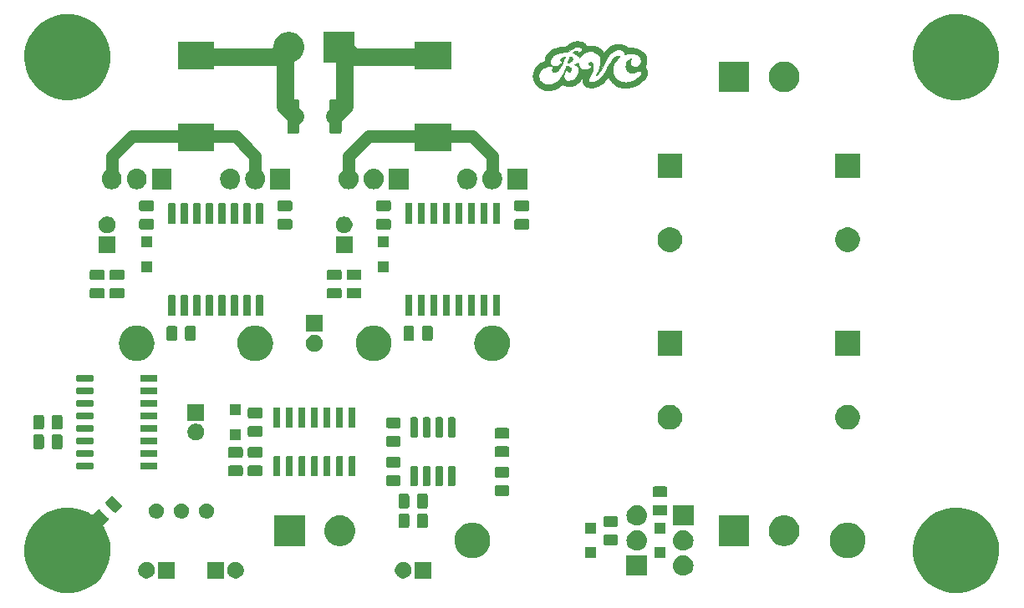
<source format=gbr>
G04 #@! TF.GenerationSoftware,KiCad,Pcbnew,(5.0.1)-3*
G04 #@! TF.CreationDate,2019-12-30T10:06:07+01:00*
G04 #@! TF.ProjectId,TL494 Class D Amp,544C34393420436C617373204420416D,rev?*
G04 #@! TF.SameCoordinates,PX4c4b400PY8f0d180*
G04 #@! TF.FileFunction,Soldermask,Top*
G04 #@! TF.FilePolarity,Negative*
%FSLAX46Y46*%
G04 Gerber Fmt 4.6, Leading zero omitted, Abs format (unit mm)*
G04 Created by KiCad (PCBNEW (5.0.1)-3) date 30/12/2019 10:06:07*
%MOMM*%
%LPD*%
G01*
G04 APERTURE LIST*
%ADD10C,1.778000*%
%ADD11C,1.270000*%
%ADD12C,0.010000*%
%ADD13C,0.050800*%
G04 APERTURE END LIST*
D10*
X27000000Y50000000D02*
X27000000Y55000000D01*
X28000000Y49000000D02*
X27000000Y50000000D01*
X33000000Y50000000D02*
X33000000Y56000000D01*
X33000000Y50000000D02*
X32000000Y49000000D01*
X26000000Y55000000D02*
X27000000Y56000000D01*
X18000000Y55000000D02*
X26000000Y55000000D01*
X34000000Y55000000D02*
X33000000Y56000000D01*
X42000000Y55000000D02*
X34000000Y55000000D01*
D11*
X48000000Y45000000D02*
X48000000Y42500000D01*
X46000000Y47000000D02*
X48000000Y45000000D01*
X35500000Y47000000D02*
X46000000Y47000000D01*
X33500000Y45000000D02*
X35500000Y47000000D01*
X33500000Y42500000D02*
X33500000Y45000000D01*
X24000000Y45000000D02*
X24000000Y42500000D01*
X22000000Y47000000D02*
X24000000Y45000000D01*
X11500000Y47000000D02*
X22000000Y47000000D01*
X9500000Y45000000D02*
X11500000Y47000000D01*
X9500000Y42500000D02*
X9500000Y45000000D01*
D12*
G04 #@! TO.C,G\002A\002A\002A*
G36*
X55955940Y55055435D02*
X56016340Y55020483D01*
X56034108Y55006302D01*
X56086409Y54942119D01*
X56111007Y54864971D01*
X56108540Y54780437D01*
X56079643Y54694096D01*
X56024953Y54611527D01*
X55984325Y54569935D01*
X55914587Y54514400D01*
X55846998Y54479446D01*
X55767367Y54458793D01*
X55717140Y54451697D01*
X55661728Y54450279D01*
X55636745Y54462563D01*
X55636086Y54464026D01*
X55637298Y54493557D01*
X55651050Y54546947D01*
X55674724Y54617769D01*
X55705698Y54699599D01*
X55741352Y54786011D01*
X55779066Y54870581D01*
X55816219Y54946883D01*
X55850191Y55008492D01*
X55870848Y55039664D01*
X55906503Y55062020D01*
X55955940Y55055435D01*
X55955940Y55055435D01*
G37*
X55955940Y55055435D02*
X56016340Y55020483D01*
X56034108Y55006302D01*
X56086409Y54942119D01*
X56111007Y54864971D01*
X56108540Y54780437D01*
X56079643Y54694096D01*
X56024953Y54611527D01*
X55984325Y54569935D01*
X55914587Y54514400D01*
X55846998Y54479446D01*
X55767367Y54458793D01*
X55717140Y54451697D01*
X55661728Y54450279D01*
X55636745Y54462563D01*
X55636086Y54464026D01*
X55637298Y54493557D01*
X55651050Y54546947D01*
X55674724Y54617769D01*
X55705698Y54699599D01*
X55741352Y54786011D01*
X55779066Y54870581D01*
X55816219Y54946883D01*
X55850191Y55008492D01*
X55870848Y55039664D01*
X55906503Y55062020D01*
X55955940Y55055435D01*
G36*
X56869427Y56589433D02*
X56984337Y56565317D01*
X57113862Y56527537D01*
X57219998Y56482534D01*
X57313161Y56425119D01*
X57388243Y56364192D01*
X57421526Y56329874D01*
X57461001Y56282665D01*
X57500543Y56230825D01*
X57534026Y56182612D01*
X57555325Y56146285D01*
X57559733Y56132978D01*
X57574084Y56121293D01*
X57606300Y56123488D01*
X57774931Y56151208D01*
X57932708Y56161599D01*
X58090795Y56154441D01*
X58260354Y56129518D01*
X58359909Y56108755D01*
X58505928Y56071350D01*
X58628653Y56028994D01*
X58738651Y55977212D01*
X58846491Y55911527D01*
X58879889Y55888521D01*
X59012130Y55787338D01*
X59120255Y55685604D01*
X59213057Y55574775D01*
X59237301Y55541225D01*
X59307165Y55441627D01*
X59411349Y55579918D01*
X59533836Y55727751D01*
X59670151Y55866429D01*
X59814020Y55990625D01*
X59959169Y56095009D01*
X60099326Y56174255D01*
X60125096Y56186128D01*
X60214818Y56220005D01*
X60326146Y56253306D01*
X60449006Y56283809D01*
X60573324Y56309293D01*
X60689025Y56327537D01*
X60786036Y56336318D01*
X60808244Y56336778D01*
X60909597Y56330711D01*
X61028435Y56314224D01*
X61151969Y56289845D01*
X61267411Y56260103D01*
X61361970Y56227529D01*
X61363177Y56227026D01*
X61416811Y56199580D01*
X61483997Y56158203D01*
X61555076Y56109640D01*
X61620389Y56060635D01*
X61670279Y56017932D01*
X61685866Y56001706D01*
X61700814Y55985516D01*
X61717367Y55973871D01*
X61741131Y55965879D01*
X61777712Y55960649D01*
X61832714Y55957290D01*
X61911744Y55954908D01*
X61990666Y55953218D01*
X62133727Y55949051D01*
X62252023Y55942130D01*
X62354622Y55931149D01*
X62450596Y55914803D01*
X62549014Y55891787D01*
X62658946Y55860797D01*
X62682735Y55853642D01*
X62786471Y55819846D01*
X62870288Y55785969D01*
X62947577Y55745831D01*
X63031731Y55693251D01*
X63035079Y55691035D01*
X63129971Y55626274D01*
X63203544Y55570586D01*
X63263987Y55516428D01*
X63319492Y55456258D01*
X63378249Y55382532D01*
X63396716Y55358008D01*
X63503388Y55188515D01*
X63580717Y55006703D01*
X63627199Y54817081D01*
X63641350Y54626285D01*
X63633985Y54521151D01*
X63615738Y54402683D01*
X63589167Y54282197D01*
X63556832Y54171010D01*
X63521290Y54080438D01*
X63515079Y54067839D01*
X63476032Y53991745D01*
X63548768Y53896103D01*
X63592902Y53831073D01*
X63624307Y53764820D01*
X63649520Y53682811D01*
X63655433Y53658931D01*
X63680327Y53529426D01*
X63687432Y53412857D01*
X63676738Y53294354D01*
X63655133Y53187200D01*
X63607246Y53049587D01*
X63528470Y52910696D01*
X63418266Y52769921D01*
X63276094Y52626652D01*
X63101412Y52480281D01*
X62893680Y52330200D01*
X62893617Y52330158D01*
X62754653Y52240168D01*
X62624500Y52165961D01*
X62494896Y52104032D01*
X62357579Y52050878D01*
X62204288Y52002995D01*
X62026761Y51956879D01*
X61996267Y51949599D01*
X61882846Y51923568D01*
X61792956Y51905256D01*
X61717475Y51893380D01*
X61647283Y51886660D01*
X61573262Y51883816D01*
X61525142Y51883437D01*
X61358655Y51892356D01*
X61178293Y51917660D01*
X60994518Y51956920D01*
X60817792Y52007704D01*
X60658579Y52067581D01*
X60585941Y52101628D01*
X60520078Y52140019D01*
X60438403Y52194696D01*
X60349959Y52258945D01*
X60263792Y52326052D01*
X60188948Y52389302D01*
X60152358Y52423476D01*
X60099324Y52480927D01*
X60036883Y52556338D01*
X59970666Y52642058D01*
X59906304Y52730430D01*
X59849427Y52813803D01*
X59805665Y52884523D01*
X59786723Y52920500D01*
X59766043Y52959815D01*
X59749833Y52981727D01*
X59746437Y52983398D01*
X59732459Y52970304D01*
X59703891Y52935674D01*
X59665668Y52885646D01*
X59643297Y52855144D01*
X59529743Y52715052D01*
X59393767Y52575085D01*
X59241504Y52439885D01*
X59079094Y52314096D01*
X58912673Y52202360D01*
X58748377Y52109319D01*
X58592346Y52039617D01*
X58541866Y52021930D01*
X58376247Y51972320D01*
X58233423Y51938717D01*
X58106671Y51920526D01*
X57989269Y51917153D01*
X57874494Y51928004D01*
X57755939Y51952403D01*
X57596534Y52007079D01*
X57462169Y52084514D01*
X57352536Y52185012D01*
X57267323Y52308878D01*
X57206221Y52456414D01*
X57192969Y52503661D01*
X57152505Y52663014D01*
X57188377Y52815809D01*
X57210735Y52898262D01*
X57238208Y52981350D01*
X57265735Y53050126D01*
X57272465Y53064192D01*
X57300679Y53124647D01*
X57310508Y53161728D01*
X57301576Y53180745D01*
X57273509Y53187006D01*
X57263761Y53187200D01*
X57238334Y53181730D01*
X57219170Y53160281D01*
X57200394Y53115291D01*
X57194686Y53098300D01*
X57136609Y52957569D01*
X57053711Y52809259D01*
X56951168Y52661511D01*
X56834157Y52522466D01*
X56816826Y52504064D01*
X56750508Y52441856D01*
X56666658Y52373759D01*
X56573535Y52305519D01*
X56479395Y52242880D01*
X56392496Y52191588D01*
X56321093Y52157388D01*
X56315587Y52155300D01*
X56224311Y52125049D01*
X56120858Y52096156D01*
X56014554Y52070722D01*
X55914726Y52050847D01*
X55830700Y52038630D01*
X55784743Y52035755D01*
X55723417Y52040431D01*
X55639807Y52053044D01*
X55543958Y52071444D01*
X55445914Y52093478D01*
X55355720Y52116993D01*
X55283420Y52139839D01*
X55264139Y52147304D01*
X55209008Y52173612D01*
X55158994Y52202645D01*
X55151955Y52207453D01*
X55106377Y52239832D01*
X54974155Y52133451D01*
X54806499Y52007477D01*
X54644427Y51905796D01*
X54479700Y51824734D01*
X54304078Y51760618D01*
X54109322Y51709775D01*
X53957565Y51680177D01*
X53820736Y51659683D01*
X53703953Y51650313D01*
X53595412Y51651684D01*
X53483305Y51663412D01*
X53475542Y51664534D01*
X53350110Y51686740D01*
X53223345Y51715935D01*
X53105441Y51749384D01*
X53006595Y51784356D01*
X52971477Y51799659D01*
X52811189Y51889610D01*
X52655283Y52003541D01*
X52513018Y52133716D01*
X52393652Y52272396D01*
X52374936Y52298200D01*
X52314043Y52389024D01*
X52268279Y52469684D01*
X52232623Y52551483D01*
X52202053Y52645725D01*
X52175653Y52746768D01*
X52144835Y52893111D01*
X52128518Y53027012D01*
X52127541Y53124745D01*
X52685751Y53124745D01*
X52694619Y52964984D01*
X52730435Y52812007D01*
X52788828Y52680529D01*
X52872068Y52563967D01*
X52981395Y52455663D01*
X53109101Y52361657D01*
X53247479Y52287987D01*
X53329332Y52257038D01*
X53441597Y52231668D01*
X53575545Y52218324D01*
X53721143Y52217144D01*
X53868362Y52228269D01*
X53989102Y52247884D01*
X54193648Y52308036D01*
X54388951Y52399775D01*
X54573183Y52521645D01*
X54744514Y52672190D01*
X54901116Y52849951D01*
X55041158Y53053471D01*
X55077002Y53114606D01*
X55139532Y53230620D01*
X55207860Y53366677D01*
X55277437Y53512964D01*
X55343716Y53659664D01*
X55402148Y53796964D01*
X55448185Y53915047D01*
X55449082Y53917516D01*
X55506658Y54076200D01*
X55628064Y54073842D01*
X55746924Y54060936D01*
X55840395Y54026808D01*
X55910119Y53970644D01*
X55946833Y53915521D01*
X55979116Y53821992D01*
X55978422Y53730274D01*
X55953104Y53652166D01*
X55916105Y53591427D01*
X55867627Y53539368D01*
X55816268Y53503704D01*
X55774592Y53492000D01*
X55727396Y53507759D01*
X55689453Y53550788D01*
X55666099Y53614720D01*
X55664564Y53623289D01*
X55654415Y53665580D01*
X55635397Y53684936D01*
X55597566Y53692184D01*
X55543001Y53681351D01*
X55484687Y53642037D01*
X55425987Y53578873D01*
X55370264Y53496489D01*
X55320879Y53399517D01*
X55281195Y53292586D01*
X55265612Y53235016D01*
X55246350Y53135114D01*
X55241818Y53052259D01*
X55252044Y52972989D01*
X55266222Y52918331D01*
X55313689Y52813663D01*
X55385854Y52728306D01*
X55478914Y52663279D01*
X55589066Y52619603D01*
X55712505Y52598297D01*
X55845430Y52600380D01*
X55984035Y52626871D01*
X56124518Y52678791D01*
X56137333Y52684846D01*
X56208012Y52725109D01*
X56282763Y52781084D01*
X56368144Y52857876D01*
X56401695Y52890557D01*
X56474622Y52965077D01*
X56528559Y53027032D01*
X56570460Y53085621D01*
X56607278Y53150047D01*
X56625893Y53187200D01*
X56684212Y53320480D01*
X56722102Y53442337D01*
X56742722Y53565647D01*
X56749137Y53689255D01*
X56743565Y53819916D01*
X56722529Y53926226D01*
X56684198Y54014836D01*
X56643404Y54073187D01*
X56599968Y54116261D01*
X56542901Y54160312D01*
X56481819Y54199197D01*
X56426337Y54226773D01*
X56387100Y54236908D01*
X56362041Y54248927D01*
X56357467Y54262467D01*
X56371461Y54283414D01*
X56389555Y54287867D01*
X56418727Y54295198D01*
X56468739Y54314744D01*
X56530521Y54342835D01*
X56554306Y54354538D01*
X56614297Y54383565D01*
X56661894Y54404484D01*
X56689844Y54414199D01*
X56694024Y54414153D01*
X56700399Y54394804D01*
X56709183Y54352705D01*
X56715130Y54317849D01*
X56730088Y54257340D01*
X56756081Y54182921D01*
X56787614Y54110240D01*
X56789125Y54107161D01*
X56869031Y53979875D01*
X56968525Y53878794D01*
X57084757Y53804754D01*
X57214877Y53758592D01*
X57356036Y53741144D01*
X57505384Y53753249D01*
X57660071Y53795742D01*
X57738140Y53828465D01*
X57828077Y53879280D01*
X57909413Y53941460D01*
X57976881Y54009437D01*
X58025216Y54077645D01*
X58049153Y54140518D01*
X58050800Y54158983D01*
X58037549Y54200516D01*
X57999996Y54220846D01*
X57941440Y54218394D01*
X57931492Y54216077D01*
X57882506Y54206942D01*
X57848423Y54212550D01*
X57816721Y54232161D01*
X57785159Y54264516D01*
X57769978Y54308581D01*
X57766340Y54342124D01*
X57765977Y54391819D01*
X57777665Y54425677D01*
X57808071Y54459222D01*
X57821963Y54471654D01*
X57891700Y54513658D01*
X57965479Y54525096D01*
X58038229Y54508019D01*
X58104879Y54464478D01*
X58160358Y54396524D01*
X58195061Y54320747D01*
X58212788Y54239230D01*
X58221364Y54135577D01*
X58220580Y54020318D01*
X58210230Y53903981D01*
X58204070Y53863563D01*
X58178798Y53740775D01*
X58144109Y53615973D01*
X58098155Y53484532D01*
X58039086Y53341828D01*
X57965054Y53183235D01*
X57874210Y53004127D01*
X57818631Y52899334D01*
X57770831Y52807378D01*
X57739630Y52738159D01*
X57723669Y52685703D01*
X57721589Y52644033D01*
X57732032Y52607173D01*
X57746200Y52580815D01*
X57790751Y52530150D01*
X57853823Y52497039D01*
X57940098Y52479708D01*
X58023072Y52476000D01*
X58174904Y52491442D01*
X58334924Y52536039D01*
X58499530Y52607200D01*
X58665117Y52702333D01*
X58828083Y52818846D01*
X58984825Y52954146D01*
X59131739Y53105642D01*
X59265222Y53270742D01*
X59381671Y53446854D01*
X59388207Y53458005D01*
X59415476Y53505778D01*
X59455527Y53577136D01*
X59504939Y53665925D01*
X59560291Y53765992D01*
X59618162Y53871182D01*
X59638893Y53909008D01*
X59772684Y54149069D01*
X59895056Y54359142D01*
X60007201Y54540668D01*
X60110312Y54695090D01*
X60205580Y54823851D01*
X60294196Y54928394D01*
X60377353Y55010160D01*
X60456242Y55070593D01*
X60532055Y55111135D01*
X60605984Y55133228D01*
X60654560Y55138412D01*
X60695625Y55134422D01*
X60750673Y55122374D01*
X60810616Y55105192D01*
X60866365Y55085800D01*
X60908831Y55067124D01*
X60928926Y55052085D01*
X60929467Y55049967D01*
X60917309Y55034446D01*
X60884662Y55002890D01*
X60837263Y54960688D01*
X60806700Y54934652D01*
X60664558Y54801097D01*
X60533617Y54650380D01*
X60420183Y54490783D01*
X60330563Y54330587D01*
X60307119Y54278600D01*
X60253177Y54132744D01*
X60217882Y53990798D01*
X60198970Y53840725D01*
X60194122Y53678267D01*
X60195476Y53578772D01*
X60199082Y53503586D01*
X60206145Y53443167D01*
X60217871Y53387972D01*
X60235466Y53328460D01*
X60240125Y53314200D01*
X60306487Y53159634D01*
X60401065Y53007073D01*
X60518699Y52864273D01*
X60580119Y52803076D01*
X60732606Y52680558D01*
X60899963Y52585050D01*
X61085759Y52514896D01*
X61293563Y52468445D01*
X61306802Y52466376D01*
X61513122Y52451257D01*
X61727523Y52466296D01*
X61945949Y52510036D01*
X62164342Y52581020D01*
X62378644Y52677788D01*
X62584800Y52798884D01*
X62778752Y52942850D01*
X62878664Y53031168D01*
X62972970Y53124465D01*
X63042469Y53204716D01*
X63090887Y53277119D01*
X63121951Y53346872D01*
X63132983Y53385966D01*
X63139617Y53470356D01*
X63117129Y53538085D01*
X63065931Y53588244D01*
X63033556Y53604876D01*
X62987393Y53618632D01*
X62935386Y53621668D01*
X62872363Y53612993D01*
X62793154Y53591619D01*
X62692587Y53556556D01*
X62606026Y53523063D01*
X62502556Y53483669D01*
X62420110Y53456834D01*
X62349400Y53440012D01*
X62281137Y53430655D01*
X62263783Y53429215D01*
X62098412Y53429996D01*
X61951887Y53458554D01*
X61823193Y53515236D01*
X61711316Y53600388D01*
X61685700Y53626332D01*
X61622958Y53700497D01*
X61578919Y53772484D01*
X61550185Y53851386D01*
X61533360Y53946295D01*
X61525497Y54055113D01*
X61527854Y54215412D01*
X61550773Y54352644D01*
X61595953Y54471873D01*
X61665097Y54578160D01*
X61722507Y54641529D01*
X61774299Y54686308D01*
X61838286Y54732302D01*
X61906012Y54774447D01*
X61969021Y54807678D01*
X62018855Y54826929D01*
X62036737Y54829733D01*
X62057066Y54824887D01*
X62061661Y54806827D01*
X62049868Y54770275D01*
X62022175Y54712204D01*
X61985101Y54603677D01*
X61977219Y54530733D01*
X61986521Y54399718D01*
X62023754Y54287663D01*
X62089533Y54193509D01*
X62184471Y54116198D01*
X62234052Y54088052D01*
X62285833Y54062508D01*
X62326987Y54046554D01*
X62368016Y54038311D01*
X62419416Y54035900D01*
X62491689Y54037441D01*
X62512733Y54038169D01*
X62602058Y54043067D01*
X62666980Y54051474D01*
X62716915Y54065082D01*
X62753562Y54081454D01*
X62872491Y54161353D01*
X62965860Y54262208D01*
X63031965Y54380938D01*
X63069106Y54514464D01*
X63075580Y54659704D01*
X63075317Y54663709D01*
X63049454Y54815807D01*
X62993903Y54951742D01*
X62908834Y55071337D01*
X62794417Y55174411D01*
X62650823Y55260786D01*
X62478220Y55330284D01*
X62427222Y55345970D01*
X62293972Y55373882D01*
X62139603Y55388663D01*
X61973850Y55390716D01*
X61806451Y55380448D01*
X61647142Y55358265D01*
X61505660Y55324570D01*
X61449064Y55305247D01*
X61397565Y55288681D01*
X61370333Y55291249D01*
X61361883Y55315907D01*
X61364583Y55350758D01*
X61362724Y55454169D01*
X61329190Y55547926D01*
X61265323Y55629928D01*
X61172462Y55698074D01*
X61128889Y55720343D01*
X61080549Y55741451D01*
X61038573Y55755458D01*
X60993844Y55763809D01*
X60937248Y55767950D01*
X60859670Y55769326D01*
X60819400Y55769427D01*
X60718247Y55768018D01*
X60640289Y55762850D01*
X60574947Y55752690D01*
X60511645Y55736308D01*
X60497667Y55731977D01*
X60337786Y55666334D01*
X60187035Y55572674D01*
X60040898Y55448162D01*
X60031859Y55439333D01*
X59949948Y55354903D01*
X59872919Y55266697D01*
X59798518Y55171164D01*
X59724493Y55064755D01*
X59648591Y54943921D01*
X59568560Y54805111D01*
X59482146Y54644776D01*
X59387097Y54459365D01*
X59304932Y54293867D01*
X59195875Y54077367D01*
X59095351Y53889299D01*
X59004091Y53730994D01*
X58937461Y53625495D01*
X58876196Y53537271D01*
X58809789Y53448254D01*
X58741945Y53362745D01*
X58676371Y53285043D01*
X58616774Y53219448D01*
X58566861Y53170260D01*
X58530338Y53141777D01*
X58515817Y53136400D01*
X58515813Y53150653D01*
X58530352Y53190913D01*
X58557805Y53253430D01*
X58596545Y53334455D01*
X58635329Y53411567D01*
X58685498Y53511193D01*
X58734391Y53611456D01*
X58778091Y53704091D01*
X58812676Y53780832D01*
X58829407Y53820780D01*
X58890510Y54000629D01*
X58936315Y54188993D01*
X58965822Y54378109D01*
X58978031Y54560218D01*
X58971941Y54727557D01*
X58958384Y54821267D01*
X58908455Y54992962D01*
X58830677Y55149082D01*
X58727894Y55286685D01*
X58602948Y55402828D01*
X58458684Y55494567D01*
X58297943Y55558961D01*
X58228600Y55576633D01*
X58150284Y55587989D01*
X58051166Y55594545D01*
X57942619Y55596310D01*
X57836019Y55593294D01*
X57742740Y55585506D01*
X57686733Y55576169D01*
X57520487Y55524677D01*
X57356315Y55449222D01*
X57201075Y55354340D01*
X57061627Y55244568D01*
X56944830Y55124443D01*
X56887166Y55047312D01*
X56853941Y55001683D01*
X56831845Y54985182D01*
X56816949Y54996607D01*
X56808063Y55023072D01*
X56791779Y55055627D01*
X56758703Y55102444D01*
X56715828Y55153677D01*
X56713513Y55156221D01*
X56613908Y55244440D01*
X56490128Y55320717D01*
X56351175Y55379903D01*
X56289518Y55398678D01*
X56231189Y55415681D01*
X56185710Y55431444D01*
X56163691Y55442088D01*
X56162322Y55462771D01*
X56185362Y55494729D01*
X56227459Y55533080D01*
X56283258Y55572940D01*
X56346886Y55609168D01*
X56425996Y55641115D01*
X56500371Y55657530D01*
X56562520Y55657675D01*
X56604954Y55640811D01*
X56610568Y55635149D01*
X56630161Y55600599D01*
X56643147Y55564478D01*
X56661526Y55521054D01*
X56691726Y55498518D01*
X56740164Y55494606D01*
X56808734Y55506034D01*
X56874032Y55524934D01*
X56925642Y55553059D01*
X56979002Y55599160D01*
X56986992Y55607049D01*
X57044889Y55673301D01*
X57075881Y55733246D01*
X57083438Y55795556D01*
X57078518Y55835840D01*
X57053905Y55891751D01*
X57005993Y55948352D01*
X56944027Y55996962D01*
X56877253Y56028900D01*
X56870898Y56030779D01*
X56783240Y56045323D01*
X56676180Y56048231D01*
X56561951Y56039964D01*
X56452782Y56020985D01*
X56425323Y56013963D01*
X56280515Y55964934D01*
X56148238Y55899881D01*
X56020671Y55814086D01*
X55889995Y55702836D01*
X55856429Y55670983D01*
X55682244Y55502669D01*
X55516089Y55505670D01*
X55259178Y55500335D01*
X55017273Y55475377D01*
X54792469Y55431659D01*
X54586863Y55370042D01*
X54402553Y55291388D01*
X54241634Y55196557D01*
X54106206Y55086412D01*
X53998363Y54961814D01*
X53935273Y54856225D01*
X53890023Y54735179D01*
X53868771Y54609618D01*
X53872118Y54488244D01*
X53900663Y54379761D01*
X53902214Y54376099D01*
X53963756Y54273779D01*
X54048972Y54191945D01*
X54153152Y54132608D01*
X54271587Y54097781D01*
X54399567Y54089475D01*
X54528334Y54108652D01*
X54634123Y54144484D01*
X54737878Y54195382D01*
X54834659Y54257272D01*
X54919526Y54326081D01*
X54987539Y54397733D01*
X55033757Y54468156D01*
X55053241Y54533275D01*
X55053554Y54541798D01*
X55048848Y54583370D01*
X55028909Y54611193D01*
X54991475Y54635000D01*
X54948003Y54662896D01*
X54917162Y54690075D01*
X54912828Y54695879D01*
X54903723Y54741140D01*
X54920260Y54798376D01*
X54960261Y54860246D01*
X54962314Y54862708D01*
X54999364Y54896267D01*
X55053604Y54932397D01*
X55119001Y54968559D01*
X55189524Y55002216D01*
X55259141Y55030828D01*
X55321821Y55051859D01*
X55371530Y55062768D01*
X55402239Y55061018D01*
X55409200Y55050767D01*
X55401781Y55029151D01*
X55381445Y54983692D01*
X55351070Y54920504D01*
X55313536Y54845701D01*
X55302655Y54824515D01*
X55260501Y54741418D01*
X55208612Y54636941D01*
X55151554Y54520404D01*
X55093891Y54401125D01*
X55044467Y54297474D01*
X54959680Y54123523D01*
X54883125Y53978623D01*
X54812570Y53859617D01*
X54745780Y53763347D01*
X54680521Y53686655D01*
X54614560Y53626383D01*
X54545662Y53579375D01*
X54530293Y53570720D01*
X54415215Y53521383D01*
X54307939Y53501938D01*
X54210916Y53512301D01*
X54126598Y53552385D01*
X54087394Y53586171D01*
X54047079Y53639100D01*
X54033337Y53691763D01*
X54046342Y53750704D01*
X54086270Y53822464D01*
X54094044Y53833943D01*
X54133432Y53895748D01*
X54151539Y53940575D01*
X54149380Y53976942D01*
X54127970Y54013362D01*
X54117019Y54026651D01*
X54091359Y54051280D01*
X54059878Y54066948D01*
X54012792Y54077050D01*
X53951919Y54083914D01*
X53764879Y54087773D01*
X53578247Y54065929D01*
X53399813Y54020090D01*
X53237368Y53951964D01*
X53167662Y53912039D01*
X53088565Y53854992D01*
X53003859Y53782429D01*
X52922811Y53703244D01*
X52854687Y53626331D01*
X52818586Y53576956D01*
X52747960Y53437508D01*
X52703606Y53284512D01*
X52685751Y53124745D01*
X52127541Y53124745D01*
X52127225Y53156328D01*
X52141478Y53288914D01*
X52171802Y53432627D01*
X52218719Y53595324D01*
X52235621Y53647536D01*
X52278854Y53749946D01*
X52342615Y53863445D01*
X52420720Y53978299D01*
X52506985Y54084777D01*
X52528204Y54107992D01*
X52604798Y54180738D01*
X52699335Y54256773D01*
X52805207Y54332004D01*
X52915809Y54402337D01*
X53024537Y54463679D01*
X53124783Y54511937D01*
X53209943Y54543016D01*
X53242132Y54550401D01*
X53285285Y54559988D01*
X53304493Y54576052D01*
X53309437Y54609126D01*
X53309585Y54623789D01*
X53314808Y54679958D01*
X53328727Y54757918D01*
X53348955Y54847454D01*
X53373109Y54938354D01*
X53398802Y55020405D01*
X53408458Y55047102D01*
X53475405Y55183194D01*
X53571050Y55320096D01*
X53690619Y55453463D01*
X53829338Y55578948D01*
X53982434Y55692205D01*
X54145132Y55788889D01*
X54302020Y55860567D01*
X54425572Y55903056D01*
X54570881Y55944015D01*
X54729278Y55981726D01*
X54892096Y56014470D01*
X55050665Y56040529D01*
X55196318Y56058184D01*
X55320387Y56065716D01*
X55337494Y56065867D01*
X55394371Y56067010D01*
X55434389Y56073638D01*
X55469407Y56090548D01*
X55511283Y56122536D01*
X55541770Y56148496D01*
X55713554Y56283982D01*
X55882832Y56391086D01*
X56057002Y56473811D01*
X56243462Y56536161D01*
X56272212Y56543813D01*
X56441729Y56581837D01*
X56591737Y56601933D01*
X56731286Y56604374D01*
X56869427Y56589433D01*
X56869427Y56589433D01*
G37*
X56869427Y56589433D02*
X56984337Y56565317D01*
X57113862Y56527537D01*
X57219998Y56482534D01*
X57313161Y56425119D01*
X57388243Y56364192D01*
X57421526Y56329874D01*
X57461001Y56282665D01*
X57500543Y56230825D01*
X57534026Y56182612D01*
X57555325Y56146285D01*
X57559733Y56132978D01*
X57574084Y56121293D01*
X57606300Y56123488D01*
X57774931Y56151208D01*
X57932708Y56161599D01*
X58090795Y56154441D01*
X58260354Y56129518D01*
X58359909Y56108755D01*
X58505928Y56071350D01*
X58628653Y56028994D01*
X58738651Y55977212D01*
X58846491Y55911527D01*
X58879889Y55888521D01*
X59012130Y55787338D01*
X59120255Y55685604D01*
X59213057Y55574775D01*
X59237301Y55541225D01*
X59307165Y55441627D01*
X59411349Y55579918D01*
X59533836Y55727751D01*
X59670151Y55866429D01*
X59814020Y55990625D01*
X59959169Y56095009D01*
X60099326Y56174255D01*
X60125096Y56186128D01*
X60214818Y56220005D01*
X60326146Y56253306D01*
X60449006Y56283809D01*
X60573324Y56309293D01*
X60689025Y56327537D01*
X60786036Y56336318D01*
X60808244Y56336778D01*
X60909597Y56330711D01*
X61028435Y56314224D01*
X61151969Y56289845D01*
X61267411Y56260103D01*
X61361970Y56227529D01*
X61363177Y56227026D01*
X61416811Y56199580D01*
X61483997Y56158203D01*
X61555076Y56109640D01*
X61620389Y56060635D01*
X61670279Y56017932D01*
X61685866Y56001706D01*
X61700814Y55985516D01*
X61717367Y55973871D01*
X61741131Y55965879D01*
X61777712Y55960649D01*
X61832714Y55957290D01*
X61911744Y55954908D01*
X61990666Y55953218D01*
X62133727Y55949051D01*
X62252023Y55942130D01*
X62354622Y55931149D01*
X62450596Y55914803D01*
X62549014Y55891787D01*
X62658946Y55860797D01*
X62682735Y55853642D01*
X62786471Y55819846D01*
X62870288Y55785969D01*
X62947577Y55745831D01*
X63031731Y55693251D01*
X63035079Y55691035D01*
X63129971Y55626274D01*
X63203544Y55570586D01*
X63263987Y55516428D01*
X63319492Y55456258D01*
X63378249Y55382532D01*
X63396716Y55358008D01*
X63503388Y55188515D01*
X63580717Y55006703D01*
X63627199Y54817081D01*
X63641350Y54626285D01*
X63633985Y54521151D01*
X63615738Y54402683D01*
X63589167Y54282197D01*
X63556832Y54171010D01*
X63521290Y54080438D01*
X63515079Y54067839D01*
X63476032Y53991745D01*
X63548768Y53896103D01*
X63592902Y53831073D01*
X63624307Y53764820D01*
X63649520Y53682811D01*
X63655433Y53658931D01*
X63680327Y53529426D01*
X63687432Y53412857D01*
X63676738Y53294354D01*
X63655133Y53187200D01*
X63607246Y53049587D01*
X63528470Y52910696D01*
X63418266Y52769921D01*
X63276094Y52626652D01*
X63101412Y52480281D01*
X62893680Y52330200D01*
X62893617Y52330158D01*
X62754653Y52240168D01*
X62624500Y52165961D01*
X62494896Y52104032D01*
X62357579Y52050878D01*
X62204288Y52002995D01*
X62026761Y51956879D01*
X61996267Y51949599D01*
X61882846Y51923568D01*
X61792956Y51905256D01*
X61717475Y51893380D01*
X61647283Y51886660D01*
X61573262Y51883816D01*
X61525142Y51883437D01*
X61358655Y51892356D01*
X61178293Y51917660D01*
X60994518Y51956920D01*
X60817792Y52007704D01*
X60658579Y52067581D01*
X60585941Y52101628D01*
X60520078Y52140019D01*
X60438403Y52194696D01*
X60349959Y52258945D01*
X60263792Y52326052D01*
X60188948Y52389302D01*
X60152358Y52423476D01*
X60099324Y52480927D01*
X60036883Y52556338D01*
X59970666Y52642058D01*
X59906304Y52730430D01*
X59849427Y52813803D01*
X59805665Y52884523D01*
X59786723Y52920500D01*
X59766043Y52959815D01*
X59749833Y52981727D01*
X59746437Y52983398D01*
X59732459Y52970304D01*
X59703891Y52935674D01*
X59665668Y52885646D01*
X59643297Y52855144D01*
X59529743Y52715052D01*
X59393767Y52575085D01*
X59241504Y52439885D01*
X59079094Y52314096D01*
X58912673Y52202360D01*
X58748377Y52109319D01*
X58592346Y52039617D01*
X58541866Y52021930D01*
X58376247Y51972320D01*
X58233423Y51938717D01*
X58106671Y51920526D01*
X57989269Y51917153D01*
X57874494Y51928004D01*
X57755939Y51952403D01*
X57596534Y52007079D01*
X57462169Y52084514D01*
X57352536Y52185012D01*
X57267323Y52308878D01*
X57206221Y52456414D01*
X57192969Y52503661D01*
X57152505Y52663014D01*
X57188377Y52815809D01*
X57210735Y52898262D01*
X57238208Y52981350D01*
X57265735Y53050126D01*
X57272465Y53064192D01*
X57300679Y53124647D01*
X57310508Y53161728D01*
X57301576Y53180745D01*
X57273509Y53187006D01*
X57263761Y53187200D01*
X57238334Y53181730D01*
X57219170Y53160281D01*
X57200394Y53115291D01*
X57194686Y53098300D01*
X57136609Y52957569D01*
X57053711Y52809259D01*
X56951168Y52661511D01*
X56834157Y52522466D01*
X56816826Y52504064D01*
X56750508Y52441856D01*
X56666658Y52373759D01*
X56573535Y52305519D01*
X56479395Y52242880D01*
X56392496Y52191588D01*
X56321093Y52157388D01*
X56315587Y52155300D01*
X56224311Y52125049D01*
X56120858Y52096156D01*
X56014554Y52070722D01*
X55914726Y52050847D01*
X55830700Y52038630D01*
X55784743Y52035755D01*
X55723417Y52040431D01*
X55639807Y52053044D01*
X55543958Y52071444D01*
X55445914Y52093478D01*
X55355720Y52116993D01*
X55283420Y52139839D01*
X55264139Y52147304D01*
X55209008Y52173612D01*
X55158994Y52202645D01*
X55151955Y52207453D01*
X55106377Y52239832D01*
X54974155Y52133451D01*
X54806499Y52007477D01*
X54644427Y51905796D01*
X54479700Y51824734D01*
X54304078Y51760618D01*
X54109322Y51709775D01*
X53957565Y51680177D01*
X53820736Y51659683D01*
X53703953Y51650313D01*
X53595412Y51651684D01*
X53483305Y51663412D01*
X53475542Y51664534D01*
X53350110Y51686740D01*
X53223345Y51715935D01*
X53105441Y51749384D01*
X53006595Y51784356D01*
X52971477Y51799659D01*
X52811189Y51889610D01*
X52655283Y52003541D01*
X52513018Y52133716D01*
X52393652Y52272396D01*
X52374936Y52298200D01*
X52314043Y52389024D01*
X52268279Y52469684D01*
X52232623Y52551483D01*
X52202053Y52645725D01*
X52175653Y52746768D01*
X52144835Y52893111D01*
X52128518Y53027012D01*
X52127541Y53124745D01*
X52685751Y53124745D01*
X52694619Y52964984D01*
X52730435Y52812007D01*
X52788828Y52680529D01*
X52872068Y52563967D01*
X52981395Y52455663D01*
X53109101Y52361657D01*
X53247479Y52287987D01*
X53329332Y52257038D01*
X53441597Y52231668D01*
X53575545Y52218324D01*
X53721143Y52217144D01*
X53868362Y52228269D01*
X53989102Y52247884D01*
X54193648Y52308036D01*
X54388951Y52399775D01*
X54573183Y52521645D01*
X54744514Y52672190D01*
X54901116Y52849951D01*
X55041158Y53053471D01*
X55077002Y53114606D01*
X55139532Y53230620D01*
X55207860Y53366677D01*
X55277437Y53512964D01*
X55343716Y53659664D01*
X55402148Y53796964D01*
X55448185Y53915047D01*
X55449082Y53917516D01*
X55506658Y54076200D01*
X55628064Y54073842D01*
X55746924Y54060936D01*
X55840395Y54026808D01*
X55910119Y53970644D01*
X55946833Y53915521D01*
X55979116Y53821992D01*
X55978422Y53730274D01*
X55953104Y53652166D01*
X55916105Y53591427D01*
X55867627Y53539368D01*
X55816268Y53503704D01*
X55774592Y53492000D01*
X55727396Y53507759D01*
X55689453Y53550788D01*
X55666099Y53614720D01*
X55664564Y53623289D01*
X55654415Y53665580D01*
X55635397Y53684936D01*
X55597566Y53692184D01*
X55543001Y53681351D01*
X55484687Y53642037D01*
X55425987Y53578873D01*
X55370264Y53496489D01*
X55320879Y53399517D01*
X55281195Y53292586D01*
X55265612Y53235016D01*
X55246350Y53135114D01*
X55241818Y53052259D01*
X55252044Y52972989D01*
X55266222Y52918331D01*
X55313689Y52813663D01*
X55385854Y52728306D01*
X55478914Y52663279D01*
X55589066Y52619603D01*
X55712505Y52598297D01*
X55845430Y52600380D01*
X55984035Y52626871D01*
X56124518Y52678791D01*
X56137333Y52684846D01*
X56208012Y52725109D01*
X56282763Y52781084D01*
X56368144Y52857876D01*
X56401695Y52890557D01*
X56474622Y52965077D01*
X56528559Y53027032D01*
X56570460Y53085621D01*
X56607278Y53150047D01*
X56625893Y53187200D01*
X56684212Y53320480D01*
X56722102Y53442337D01*
X56742722Y53565647D01*
X56749137Y53689255D01*
X56743565Y53819916D01*
X56722529Y53926226D01*
X56684198Y54014836D01*
X56643404Y54073187D01*
X56599968Y54116261D01*
X56542901Y54160312D01*
X56481819Y54199197D01*
X56426337Y54226773D01*
X56387100Y54236908D01*
X56362041Y54248927D01*
X56357467Y54262467D01*
X56371461Y54283414D01*
X56389555Y54287867D01*
X56418727Y54295198D01*
X56468739Y54314744D01*
X56530521Y54342835D01*
X56554306Y54354538D01*
X56614297Y54383565D01*
X56661894Y54404484D01*
X56689844Y54414199D01*
X56694024Y54414153D01*
X56700399Y54394804D01*
X56709183Y54352705D01*
X56715130Y54317849D01*
X56730088Y54257340D01*
X56756081Y54182921D01*
X56787614Y54110240D01*
X56789125Y54107161D01*
X56869031Y53979875D01*
X56968525Y53878794D01*
X57084757Y53804754D01*
X57214877Y53758592D01*
X57356036Y53741144D01*
X57505384Y53753249D01*
X57660071Y53795742D01*
X57738140Y53828465D01*
X57828077Y53879280D01*
X57909413Y53941460D01*
X57976881Y54009437D01*
X58025216Y54077645D01*
X58049153Y54140518D01*
X58050800Y54158983D01*
X58037549Y54200516D01*
X57999996Y54220846D01*
X57941440Y54218394D01*
X57931492Y54216077D01*
X57882506Y54206942D01*
X57848423Y54212550D01*
X57816721Y54232161D01*
X57785159Y54264516D01*
X57769978Y54308581D01*
X57766340Y54342124D01*
X57765977Y54391819D01*
X57777665Y54425677D01*
X57808071Y54459222D01*
X57821963Y54471654D01*
X57891700Y54513658D01*
X57965479Y54525096D01*
X58038229Y54508019D01*
X58104879Y54464478D01*
X58160358Y54396524D01*
X58195061Y54320747D01*
X58212788Y54239230D01*
X58221364Y54135577D01*
X58220580Y54020318D01*
X58210230Y53903981D01*
X58204070Y53863563D01*
X58178798Y53740775D01*
X58144109Y53615973D01*
X58098155Y53484532D01*
X58039086Y53341828D01*
X57965054Y53183235D01*
X57874210Y53004127D01*
X57818631Y52899334D01*
X57770831Y52807378D01*
X57739630Y52738159D01*
X57723669Y52685703D01*
X57721589Y52644033D01*
X57732032Y52607173D01*
X57746200Y52580815D01*
X57790751Y52530150D01*
X57853823Y52497039D01*
X57940098Y52479708D01*
X58023072Y52476000D01*
X58174904Y52491442D01*
X58334924Y52536039D01*
X58499530Y52607200D01*
X58665117Y52702333D01*
X58828083Y52818846D01*
X58984825Y52954146D01*
X59131739Y53105642D01*
X59265222Y53270742D01*
X59381671Y53446854D01*
X59388207Y53458005D01*
X59415476Y53505778D01*
X59455527Y53577136D01*
X59504939Y53665925D01*
X59560291Y53765992D01*
X59618162Y53871182D01*
X59638893Y53909008D01*
X59772684Y54149069D01*
X59895056Y54359142D01*
X60007201Y54540668D01*
X60110312Y54695090D01*
X60205580Y54823851D01*
X60294196Y54928394D01*
X60377353Y55010160D01*
X60456242Y55070593D01*
X60532055Y55111135D01*
X60605984Y55133228D01*
X60654560Y55138412D01*
X60695625Y55134422D01*
X60750673Y55122374D01*
X60810616Y55105192D01*
X60866365Y55085800D01*
X60908831Y55067124D01*
X60928926Y55052085D01*
X60929467Y55049967D01*
X60917309Y55034446D01*
X60884662Y55002890D01*
X60837263Y54960688D01*
X60806700Y54934652D01*
X60664558Y54801097D01*
X60533617Y54650380D01*
X60420183Y54490783D01*
X60330563Y54330587D01*
X60307119Y54278600D01*
X60253177Y54132744D01*
X60217882Y53990798D01*
X60198970Y53840725D01*
X60194122Y53678267D01*
X60195476Y53578772D01*
X60199082Y53503586D01*
X60206145Y53443167D01*
X60217871Y53387972D01*
X60235466Y53328460D01*
X60240125Y53314200D01*
X60306487Y53159634D01*
X60401065Y53007073D01*
X60518699Y52864273D01*
X60580119Y52803076D01*
X60732606Y52680558D01*
X60899963Y52585050D01*
X61085759Y52514896D01*
X61293563Y52468445D01*
X61306802Y52466376D01*
X61513122Y52451257D01*
X61727523Y52466296D01*
X61945949Y52510036D01*
X62164342Y52581020D01*
X62378644Y52677788D01*
X62584800Y52798884D01*
X62778752Y52942850D01*
X62878664Y53031168D01*
X62972970Y53124465D01*
X63042469Y53204716D01*
X63090887Y53277119D01*
X63121951Y53346872D01*
X63132983Y53385966D01*
X63139617Y53470356D01*
X63117129Y53538085D01*
X63065931Y53588244D01*
X63033556Y53604876D01*
X62987393Y53618632D01*
X62935386Y53621668D01*
X62872363Y53612993D01*
X62793154Y53591619D01*
X62692587Y53556556D01*
X62606026Y53523063D01*
X62502556Y53483669D01*
X62420110Y53456834D01*
X62349400Y53440012D01*
X62281137Y53430655D01*
X62263783Y53429215D01*
X62098412Y53429996D01*
X61951887Y53458554D01*
X61823193Y53515236D01*
X61711316Y53600388D01*
X61685700Y53626332D01*
X61622958Y53700497D01*
X61578919Y53772484D01*
X61550185Y53851386D01*
X61533360Y53946295D01*
X61525497Y54055113D01*
X61527854Y54215412D01*
X61550773Y54352644D01*
X61595953Y54471873D01*
X61665097Y54578160D01*
X61722507Y54641529D01*
X61774299Y54686308D01*
X61838286Y54732302D01*
X61906012Y54774447D01*
X61969021Y54807678D01*
X62018855Y54826929D01*
X62036737Y54829733D01*
X62057066Y54824887D01*
X62061661Y54806827D01*
X62049868Y54770275D01*
X62022175Y54712204D01*
X61985101Y54603677D01*
X61977219Y54530733D01*
X61986521Y54399718D01*
X62023754Y54287663D01*
X62089533Y54193509D01*
X62184471Y54116198D01*
X62234052Y54088052D01*
X62285833Y54062508D01*
X62326987Y54046554D01*
X62368016Y54038311D01*
X62419416Y54035900D01*
X62491689Y54037441D01*
X62512733Y54038169D01*
X62602058Y54043067D01*
X62666980Y54051474D01*
X62716915Y54065082D01*
X62753562Y54081454D01*
X62872491Y54161353D01*
X62965860Y54262208D01*
X63031965Y54380938D01*
X63069106Y54514464D01*
X63075580Y54659704D01*
X63075317Y54663709D01*
X63049454Y54815807D01*
X62993903Y54951742D01*
X62908834Y55071337D01*
X62794417Y55174411D01*
X62650823Y55260786D01*
X62478220Y55330284D01*
X62427222Y55345970D01*
X62293972Y55373882D01*
X62139603Y55388663D01*
X61973850Y55390716D01*
X61806451Y55380448D01*
X61647142Y55358265D01*
X61505660Y55324570D01*
X61449064Y55305247D01*
X61397565Y55288681D01*
X61370333Y55291249D01*
X61361883Y55315907D01*
X61364583Y55350758D01*
X61362724Y55454169D01*
X61329190Y55547926D01*
X61265323Y55629928D01*
X61172462Y55698074D01*
X61128889Y55720343D01*
X61080549Y55741451D01*
X61038573Y55755458D01*
X60993844Y55763809D01*
X60937248Y55767950D01*
X60859670Y55769326D01*
X60819400Y55769427D01*
X60718247Y55768018D01*
X60640289Y55762850D01*
X60574947Y55752690D01*
X60511645Y55736308D01*
X60497667Y55731977D01*
X60337786Y55666334D01*
X60187035Y55572674D01*
X60040898Y55448162D01*
X60031859Y55439333D01*
X59949948Y55354903D01*
X59872919Y55266697D01*
X59798518Y55171164D01*
X59724493Y55064755D01*
X59648591Y54943921D01*
X59568560Y54805111D01*
X59482146Y54644776D01*
X59387097Y54459365D01*
X59304932Y54293867D01*
X59195875Y54077367D01*
X59095351Y53889299D01*
X59004091Y53730994D01*
X58937461Y53625495D01*
X58876196Y53537271D01*
X58809789Y53448254D01*
X58741945Y53362745D01*
X58676371Y53285043D01*
X58616774Y53219448D01*
X58566861Y53170260D01*
X58530338Y53141777D01*
X58515817Y53136400D01*
X58515813Y53150653D01*
X58530352Y53190913D01*
X58557805Y53253430D01*
X58596545Y53334455D01*
X58635329Y53411567D01*
X58685498Y53511193D01*
X58734391Y53611456D01*
X58778091Y53704091D01*
X58812676Y53780832D01*
X58829407Y53820780D01*
X58890510Y54000629D01*
X58936315Y54188993D01*
X58965822Y54378109D01*
X58978031Y54560218D01*
X58971941Y54727557D01*
X58958384Y54821267D01*
X58908455Y54992962D01*
X58830677Y55149082D01*
X58727894Y55286685D01*
X58602948Y55402828D01*
X58458684Y55494567D01*
X58297943Y55558961D01*
X58228600Y55576633D01*
X58150284Y55587989D01*
X58051166Y55594545D01*
X57942619Y55596310D01*
X57836019Y55593294D01*
X57742740Y55585506D01*
X57686733Y55576169D01*
X57520487Y55524677D01*
X57356315Y55449222D01*
X57201075Y55354340D01*
X57061627Y55244568D01*
X56944830Y55124443D01*
X56887166Y55047312D01*
X56853941Y55001683D01*
X56831845Y54985182D01*
X56816949Y54996607D01*
X56808063Y55023072D01*
X56791779Y55055627D01*
X56758703Y55102444D01*
X56715828Y55153677D01*
X56713513Y55156221D01*
X56613908Y55244440D01*
X56490128Y55320717D01*
X56351175Y55379903D01*
X56289518Y55398678D01*
X56231189Y55415681D01*
X56185710Y55431444D01*
X56163691Y55442088D01*
X56162322Y55462771D01*
X56185362Y55494729D01*
X56227459Y55533080D01*
X56283258Y55572940D01*
X56346886Y55609168D01*
X56425996Y55641115D01*
X56500371Y55657530D01*
X56562520Y55657675D01*
X56604954Y55640811D01*
X56610568Y55635149D01*
X56630161Y55600599D01*
X56643147Y55564478D01*
X56661526Y55521054D01*
X56691726Y55498518D01*
X56740164Y55494606D01*
X56808734Y55506034D01*
X56874032Y55524934D01*
X56925642Y55553059D01*
X56979002Y55599160D01*
X56986992Y55607049D01*
X57044889Y55673301D01*
X57075881Y55733246D01*
X57083438Y55795556D01*
X57078518Y55835840D01*
X57053905Y55891751D01*
X57005993Y55948352D01*
X56944027Y55996962D01*
X56877253Y56028900D01*
X56870898Y56030779D01*
X56783240Y56045323D01*
X56676180Y56048231D01*
X56561951Y56039964D01*
X56452782Y56020985D01*
X56425323Y56013963D01*
X56280515Y55964934D01*
X56148238Y55899881D01*
X56020671Y55814086D01*
X55889995Y55702836D01*
X55856429Y55670983D01*
X55682244Y55502669D01*
X55516089Y55505670D01*
X55259178Y55500335D01*
X55017273Y55475377D01*
X54792469Y55431659D01*
X54586863Y55370042D01*
X54402553Y55291388D01*
X54241634Y55196557D01*
X54106206Y55086412D01*
X53998363Y54961814D01*
X53935273Y54856225D01*
X53890023Y54735179D01*
X53868771Y54609618D01*
X53872118Y54488244D01*
X53900663Y54379761D01*
X53902214Y54376099D01*
X53963756Y54273779D01*
X54048972Y54191945D01*
X54153152Y54132608D01*
X54271587Y54097781D01*
X54399567Y54089475D01*
X54528334Y54108652D01*
X54634123Y54144484D01*
X54737878Y54195382D01*
X54834659Y54257272D01*
X54919526Y54326081D01*
X54987539Y54397733D01*
X55033757Y54468156D01*
X55053241Y54533275D01*
X55053554Y54541798D01*
X55048848Y54583370D01*
X55028909Y54611193D01*
X54991475Y54635000D01*
X54948003Y54662896D01*
X54917162Y54690075D01*
X54912828Y54695879D01*
X54903723Y54741140D01*
X54920260Y54798376D01*
X54960261Y54860246D01*
X54962314Y54862708D01*
X54999364Y54896267D01*
X55053604Y54932397D01*
X55119001Y54968559D01*
X55189524Y55002216D01*
X55259141Y55030828D01*
X55321821Y55051859D01*
X55371530Y55062768D01*
X55402239Y55061018D01*
X55409200Y55050767D01*
X55401781Y55029151D01*
X55381445Y54983692D01*
X55351070Y54920504D01*
X55313536Y54845701D01*
X55302655Y54824515D01*
X55260501Y54741418D01*
X55208612Y54636941D01*
X55151554Y54520404D01*
X55093891Y54401125D01*
X55044467Y54297474D01*
X54959680Y54123523D01*
X54883125Y53978623D01*
X54812570Y53859617D01*
X54745780Y53763347D01*
X54680521Y53686655D01*
X54614560Y53626383D01*
X54545662Y53579375D01*
X54530293Y53570720D01*
X54415215Y53521383D01*
X54307939Y53501938D01*
X54210916Y53512301D01*
X54126598Y53552385D01*
X54087394Y53586171D01*
X54047079Y53639100D01*
X54033337Y53691763D01*
X54046342Y53750704D01*
X54086270Y53822464D01*
X54094044Y53833943D01*
X54133432Y53895748D01*
X54151539Y53940575D01*
X54149380Y53976942D01*
X54127970Y54013362D01*
X54117019Y54026651D01*
X54091359Y54051280D01*
X54059878Y54066948D01*
X54012792Y54077050D01*
X53951919Y54083914D01*
X53764879Y54087773D01*
X53578247Y54065929D01*
X53399813Y54020090D01*
X53237368Y53951964D01*
X53167662Y53912039D01*
X53088565Y53854992D01*
X53003859Y53782429D01*
X52922811Y53703244D01*
X52854687Y53626331D01*
X52818586Y53576956D01*
X52747960Y53437508D01*
X52703606Y53284512D01*
X52685751Y53124745D01*
X52127541Y53124745D01*
X52127225Y53156328D01*
X52141478Y53288914D01*
X52171802Y53432627D01*
X52218719Y53595324D01*
X52235621Y53647536D01*
X52278854Y53749946D01*
X52342615Y53863445D01*
X52420720Y53978299D01*
X52506985Y54084777D01*
X52528204Y54107992D01*
X52604798Y54180738D01*
X52699335Y54256773D01*
X52805207Y54332004D01*
X52915809Y54402337D01*
X53024537Y54463679D01*
X53124783Y54511937D01*
X53209943Y54543016D01*
X53242132Y54550401D01*
X53285285Y54559988D01*
X53304493Y54576052D01*
X53309437Y54609126D01*
X53309585Y54623789D01*
X53314808Y54679958D01*
X53328727Y54757918D01*
X53348955Y54847454D01*
X53373109Y54938354D01*
X53398802Y55020405D01*
X53408458Y55047102D01*
X53475405Y55183194D01*
X53571050Y55320096D01*
X53690619Y55453463D01*
X53829338Y55578948D01*
X53982434Y55692205D01*
X54145132Y55788889D01*
X54302020Y55860567D01*
X54425572Y55903056D01*
X54570881Y55944015D01*
X54729278Y55981726D01*
X54892096Y56014470D01*
X55050665Y56040529D01*
X55196318Y56058184D01*
X55320387Y56065716D01*
X55337494Y56065867D01*
X55394371Y56067010D01*
X55434389Y56073638D01*
X55469407Y56090548D01*
X55511283Y56122536D01*
X55541770Y56148496D01*
X55713554Y56283982D01*
X55882832Y56391086D01*
X56057002Y56473811D01*
X56243462Y56536161D01*
X56272212Y56543813D01*
X56441729Y56581837D01*
X56591737Y56601933D01*
X56731286Y56604374D01*
X56869427Y56589433D01*
D13*
G36*
X95477699Y9341221D02*
X96269140Y9183794D01*
X97060972Y8855807D01*
X97773601Y8379643D01*
X98379643Y7773601D01*
X98855807Y7060972D01*
X99183794Y6269140D01*
X99307556Y5646944D01*
X99348762Y5439790D01*
X99351000Y5428536D01*
X99351000Y4571464D01*
X99183794Y3730860D01*
X98855807Y2939028D01*
X98379643Y2226399D01*
X97773601Y1620357D01*
X97060972Y1144193D01*
X96269140Y816206D01*
X95548156Y672794D01*
X95428537Y649000D01*
X94571463Y649000D01*
X94451844Y672794D01*
X93730860Y816206D01*
X92939028Y1144193D01*
X92226399Y1620357D01*
X91620357Y2226399D01*
X91144193Y2939028D01*
X90816206Y3730860D01*
X90649000Y4571464D01*
X90649000Y5428536D01*
X90651239Y5439790D01*
X90692444Y5646944D01*
X90816206Y6269140D01*
X91144193Y7060972D01*
X91620357Y7773601D01*
X92226399Y8379643D01*
X92939028Y8855807D01*
X93730860Y9183794D01*
X94522301Y9341221D01*
X94571463Y9351000D01*
X95428537Y9351000D01*
X95477699Y9341221D01*
X95477699Y9341221D01*
G37*
G36*
X5477699Y9341221D02*
X6269140Y9183794D01*
X7060972Y8855807D01*
X7414949Y8619287D01*
X7436542Y8607745D01*
X7459992Y8600632D01*
X7484378Y8598230D01*
X7508764Y8600632D01*
X7532213Y8607745D01*
X7553824Y8619296D01*
X7572766Y8634842D01*
X8036287Y9098363D01*
X8072298Y9127915D01*
X8107940Y9146967D01*
X8146611Y9158698D01*
X8186827Y9162658D01*
X8227043Y9158698D01*
X8265714Y9146967D01*
X8301356Y9127915D01*
X8337367Y9098363D01*
X9098363Y8337367D01*
X9127915Y8301356D01*
X9146967Y8265714D01*
X9158698Y8227043D01*
X9162658Y8186827D01*
X9158698Y8146611D01*
X9146967Y8107940D01*
X9127915Y8072298D01*
X9098363Y8036287D01*
X8634842Y7572766D01*
X8619296Y7553824D01*
X8607745Y7532213D01*
X8600632Y7508764D01*
X8598230Y7484378D01*
X8600632Y7459992D01*
X8607745Y7436543D01*
X8619287Y7414949D01*
X8855807Y7060972D01*
X9183794Y6269140D01*
X9307556Y5646944D01*
X9348762Y5439790D01*
X9351000Y5428536D01*
X9351000Y4571464D01*
X9183794Y3730860D01*
X8855807Y2939028D01*
X8379643Y2226399D01*
X7773601Y1620357D01*
X7060972Y1144193D01*
X6269140Y816206D01*
X5548156Y672794D01*
X5428537Y649000D01*
X4571463Y649000D01*
X4451844Y672794D01*
X3730860Y816206D01*
X2939028Y1144193D01*
X2226399Y1620357D01*
X1620357Y2226399D01*
X1144193Y2939028D01*
X816206Y3730860D01*
X649000Y4571464D01*
X649000Y5428536D01*
X651239Y5439790D01*
X692444Y5646944D01*
X816206Y6269140D01*
X1144193Y7060972D01*
X1620357Y7773601D01*
X2226399Y8379643D01*
X2939028Y8855807D01*
X3730860Y9183794D01*
X4522301Y9341221D01*
X4571463Y9351000D01*
X5428537Y9351000D01*
X5477699Y9341221D01*
X5477699Y9341221D01*
G37*
G36*
X20851000Y2149000D02*
X19149000Y2149000D01*
X19149000Y3851000D01*
X20851000Y3851000D01*
X20851000Y2149000D01*
X20851000Y2149000D01*
G37*
G36*
X15851000Y2149000D02*
X14149000Y2149000D01*
X14149000Y3851000D01*
X15851000Y3851000D01*
X15851000Y2149000D01*
X15851000Y2149000D01*
G37*
G36*
X13248228Y3818297D02*
X13403100Y3754147D01*
X13542481Y3661015D01*
X13661015Y3542481D01*
X13754147Y3403100D01*
X13818297Y3248228D01*
X13851000Y3083816D01*
X13851000Y2916184D01*
X13818297Y2751772D01*
X13754147Y2596900D01*
X13661015Y2457519D01*
X13542481Y2338985D01*
X13403100Y2245853D01*
X13248228Y2181703D01*
X13083816Y2149000D01*
X12916184Y2149000D01*
X12751772Y2181703D01*
X12596900Y2245853D01*
X12457519Y2338985D01*
X12338985Y2457519D01*
X12245853Y2596900D01*
X12181703Y2751772D01*
X12149000Y2916184D01*
X12149000Y3083816D01*
X12181703Y3248228D01*
X12245853Y3403100D01*
X12338985Y3542481D01*
X12457519Y3661015D01*
X12596900Y3754147D01*
X12751772Y3818297D01*
X12916184Y3851000D01*
X13083816Y3851000D01*
X13248228Y3818297D01*
X13248228Y3818297D01*
G37*
G36*
X39248228Y3818297D02*
X39403100Y3754147D01*
X39542481Y3661015D01*
X39661015Y3542481D01*
X39754147Y3403100D01*
X39818297Y3248228D01*
X39851000Y3083816D01*
X39851000Y2916184D01*
X39818297Y2751772D01*
X39754147Y2596900D01*
X39661015Y2457519D01*
X39542481Y2338985D01*
X39403100Y2245853D01*
X39248228Y2181703D01*
X39083816Y2149000D01*
X38916184Y2149000D01*
X38751772Y2181703D01*
X38596900Y2245853D01*
X38457519Y2338985D01*
X38338985Y2457519D01*
X38245853Y2596900D01*
X38181703Y2751772D01*
X38149000Y2916184D01*
X38149000Y3083816D01*
X38181703Y3248228D01*
X38245853Y3403100D01*
X38338985Y3542481D01*
X38457519Y3661015D01*
X38596900Y3754147D01*
X38751772Y3818297D01*
X38916184Y3851000D01*
X39083816Y3851000D01*
X39248228Y3818297D01*
X39248228Y3818297D01*
G37*
G36*
X41851000Y2149000D02*
X40149000Y2149000D01*
X40149000Y3851000D01*
X41851000Y3851000D01*
X41851000Y2149000D01*
X41851000Y2149000D01*
G37*
G36*
X22248228Y3818297D02*
X22403100Y3754147D01*
X22542481Y3661015D01*
X22661015Y3542481D01*
X22754147Y3403100D01*
X22818297Y3248228D01*
X22851000Y3083816D01*
X22851000Y2916184D01*
X22818297Y2751772D01*
X22754147Y2596900D01*
X22661015Y2457519D01*
X22542481Y2338985D01*
X22403100Y2245853D01*
X22248228Y2181703D01*
X22083816Y2149000D01*
X21916184Y2149000D01*
X21751772Y2181703D01*
X21596900Y2245853D01*
X21457519Y2338985D01*
X21338985Y2457519D01*
X21245853Y2596900D01*
X21181703Y2751772D01*
X21149000Y2916184D01*
X21149000Y3083816D01*
X21181703Y3248228D01*
X21245853Y3403100D01*
X21338985Y3542481D01*
X21457519Y3661015D01*
X21596900Y3754147D01*
X21751772Y3818297D01*
X21916184Y3851000D01*
X22083816Y3851000D01*
X22248228Y3818297D01*
X22248228Y3818297D01*
G37*
G36*
X63711000Y2456500D02*
X61609000Y2456500D01*
X61609000Y4463500D01*
X63711000Y4463500D01*
X63711000Y2456500D01*
X63711000Y2456500D01*
G37*
G36*
X67495764Y4457692D02*
X67584220Y4448980D01*
X67773381Y4391599D01*
X67947712Y4298417D01*
X68100515Y4173015D01*
X68225917Y4020212D01*
X68319099Y3845881D01*
X68376480Y3656720D01*
X68395855Y3460000D01*
X68376480Y3263280D01*
X68319099Y3074119D01*
X68225917Y2899788D01*
X68100515Y2746985D01*
X67947712Y2621583D01*
X67773381Y2528401D01*
X67584220Y2471020D01*
X67495764Y2462308D01*
X67436796Y2456500D01*
X67243204Y2456500D01*
X67184236Y2462308D01*
X67095780Y2471020D01*
X66906619Y2528401D01*
X66732288Y2621583D01*
X66579485Y2746985D01*
X66454083Y2899788D01*
X66360901Y3074119D01*
X66303520Y3263280D01*
X66284145Y3460000D01*
X66303520Y3656720D01*
X66360901Y3845881D01*
X66454083Y4020212D01*
X66579485Y4173015D01*
X66732288Y4298417D01*
X66906619Y4391599D01*
X67095780Y4448980D01*
X67184236Y4457692D01*
X67243204Y4463500D01*
X67436796Y4463500D01*
X67495764Y4457692D01*
X67495764Y4457692D01*
G37*
G36*
X84176669Y7792314D02*
X84353058Y7774941D01*
X84520988Y7724000D01*
X84692549Y7671958D01*
X85005425Y7504721D01*
X85279661Y7279661D01*
X85504721Y7005425D01*
X85671958Y6692549D01*
X85671958Y6692548D01*
X85774941Y6353058D01*
X85809714Y6000000D01*
X85774941Y5646942D01*
X85730670Y5501000D01*
X85671958Y5307451D01*
X85504721Y4994575D01*
X85279661Y4720339D01*
X85005425Y4495279D01*
X84692549Y4328042D01*
X84594887Y4298417D01*
X84353058Y4225059D01*
X84176669Y4207686D01*
X84088476Y4199000D01*
X83911524Y4199000D01*
X83823331Y4207686D01*
X83646942Y4225059D01*
X83405113Y4298417D01*
X83307451Y4328042D01*
X82994575Y4495279D01*
X82720339Y4720339D01*
X82495279Y4994575D01*
X82328042Y5307451D01*
X82269330Y5501000D01*
X82225059Y5646942D01*
X82190286Y6000000D01*
X82225059Y6353058D01*
X82328042Y6692548D01*
X82328042Y6692549D01*
X82495279Y7005425D01*
X82720339Y7279661D01*
X82994575Y7504721D01*
X83307451Y7671958D01*
X83479012Y7724000D01*
X83646942Y7774941D01*
X83823331Y7792314D01*
X83911524Y7801000D01*
X84088476Y7801000D01*
X84176669Y7792314D01*
X84176669Y7792314D01*
G37*
G36*
X58551000Y4199000D02*
X57449000Y4199000D01*
X57449000Y5301000D01*
X58551000Y5301000D01*
X58551000Y4199000D01*
X58551000Y4199000D01*
G37*
G36*
X65551000Y4199000D02*
X64449000Y4199000D01*
X64449000Y5301000D01*
X65551000Y5301000D01*
X65551000Y4199000D01*
X65551000Y4199000D01*
G37*
G36*
X46176669Y7792314D02*
X46353058Y7774941D01*
X46520988Y7724000D01*
X46692549Y7671958D01*
X47005425Y7504721D01*
X47279661Y7279661D01*
X47504721Y7005425D01*
X47671958Y6692549D01*
X47671958Y6692548D01*
X47774941Y6353058D01*
X47809714Y6000000D01*
X47774941Y5646942D01*
X47730670Y5501000D01*
X47671958Y5307451D01*
X47504721Y4994575D01*
X47279661Y4720339D01*
X47005425Y4495279D01*
X46692549Y4328042D01*
X46594887Y4298417D01*
X46353058Y4225059D01*
X46176669Y4207686D01*
X46088476Y4199000D01*
X45911524Y4199000D01*
X45823331Y4207686D01*
X45646942Y4225059D01*
X45405113Y4298417D01*
X45307451Y4328042D01*
X44994575Y4495279D01*
X44720339Y4720339D01*
X44495279Y4994575D01*
X44328042Y5307451D01*
X44269330Y5501000D01*
X44225059Y5646942D01*
X44190286Y6000000D01*
X44225059Y6353058D01*
X44328042Y6692548D01*
X44328042Y6692549D01*
X44495279Y7005425D01*
X44720339Y7279661D01*
X44994575Y7504721D01*
X45307451Y7671958D01*
X45479012Y7724000D01*
X45646942Y7774941D01*
X45823331Y7792314D01*
X45911524Y7801000D01*
X46088476Y7801000D01*
X46176669Y7792314D01*
X46176669Y7792314D01*
G37*
G36*
X67495764Y6997692D02*
X67584220Y6988980D01*
X67773381Y6931599D01*
X67947712Y6838417D01*
X68100515Y6713015D01*
X68225917Y6560212D01*
X68319099Y6385881D01*
X68376480Y6196720D01*
X68395855Y6000000D01*
X68376480Y5803280D01*
X68319099Y5614119D01*
X68225917Y5439788D01*
X68100515Y5286985D01*
X67947712Y5161583D01*
X67773381Y5068401D01*
X67584220Y5011020D01*
X67495764Y5002308D01*
X67436796Y4996500D01*
X67243204Y4996500D01*
X67184236Y5002308D01*
X67095780Y5011020D01*
X66906619Y5068401D01*
X66732288Y5161583D01*
X66579485Y5286985D01*
X66454083Y5439788D01*
X66360901Y5614119D01*
X66303520Y5803280D01*
X66284145Y6000000D01*
X66303520Y6196720D01*
X66360901Y6385881D01*
X66454083Y6560212D01*
X66579485Y6713015D01*
X66732288Y6838417D01*
X66906619Y6931599D01*
X67095780Y6988980D01*
X67184236Y6997692D01*
X67243204Y7003500D01*
X67436796Y7003500D01*
X67495764Y6997692D01*
X67495764Y6997692D01*
G37*
G36*
X62815764Y6997692D02*
X62904220Y6988980D01*
X63093381Y6931599D01*
X63267712Y6838417D01*
X63420515Y6713015D01*
X63545917Y6560212D01*
X63639099Y6385881D01*
X63696480Y6196720D01*
X63715855Y6000000D01*
X63696480Y5803280D01*
X63639099Y5614119D01*
X63545917Y5439788D01*
X63420515Y5286985D01*
X63267712Y5161583D01*
X63093381Y5068401D01*
X62904220Y5011020D01*
X62815764Y5002308D01*
X62756796Y4996500D01*
X62563204Y4996500D01*
X62504236Y5002308D01*
X62415780Y5011020D01*
X62226619Y5068401D01*
X62052288Y5161583D01*
X61899485Y5286985D01*
X61774083Y5439788D01*
X61680901Y5614119D01*
X61623520Y5803280D01*
X61604145Y6000000D01*
X61623520Y6196720D01*
X61680901Y6385881D01*
X61774083Y6560212D01*
X61899485Y6713015D01*
X62052288Y6838417D01*
X62226619Y6931599D01*
X62415780Y6988980D01*
X62504236Y6997692D01*
X62563204Y7003500D01*
X62756796Y7003500D01*
X62815764Y6997692D01*
X62815764Y6997692D01*
G37*
G36*
X77932527Y8511264D02*
X78032410Y8491396D01*
X78314674Y8374479D01*
X78568705Y8204741D01*
X78784741Y7988705D01*
X78954479Y7734674D01*
X79065882Y7465722D01*
X79071396Y7452409D01*
X79131000Y7152762D01*
X79131000Y6847238D01*
X79117510Y6779419D01*
X79071396Y6547590D01*
X78954479Y6265326D01*
X78784741Y6011295D01*
X78568705Y5795259D01*
X78314674Y5625521D01*
X78032410Y5508604D01*
X77932527Y5488736D01*
X77732762Y5449000D01*
X77427238Y5449000D01*
X77227473Y5488736D01*
X77127590Y5508604D01*
X76845326Y5625521D01*
X76591295Y5795259D01*
X76375259Y6011295D01*
X76205521Y6265326D01*
X76088604Y6547590D01*
X76042490Y6779419D01*
X76029000Y6847238D01*
X76029000Y7152762D01*
X76088604Y7452409D01*
X76094118Y7465722D01*
X76205521Y7734674D01*
X76375259Y7988705D01*
X76591295Y8204741D01*
X76845326Y8374479D01*
X77127590Y8491396D01*
X77227473Y8511264D01*
X77427238Y8551000D01*
X77732762Y8551000D01*
X77932527Y8511264D01*
X77932527Y8511264D01*
G37*
G36*
X74051000Y5449000D02*
X70949000Y5449000D01*
X70949000Y8551000D01*
X74051000Y8551000D01*
X74051000Y5449000D01*
X74051000Y5449000D01*
G37*
G36*
X32932527Y8511264D02*
X33032410Y8491396D01*
X33314674Y8374479D01*
X33568705Y8204741D01*
X33784741Y7988705D01*
X33954479Y7734674D01*
X34065882Y7465722D01*
X34071396Y7452409D01*
X34131000Y7152762D01*
X34131000Y6847238D01*
X34117510Y6779419D01*
X34071396Y6547590D01*
X33954479Y6265326D01*
X33784741Y6011295D01*
X33568705Y5795259D01*
X33314674Y5625521D01*
X33032410Y5508604D01*
X32932527Y5488736D01*
X32732762Y5449000D01*
X32427238Y5449000D01*
X32227473Y5488736D01*
X32127590Y5508604D01*
X31845326Y5625521D01*
X31591295Y5795259D01*
X31375259Y6011295D01*
X31205521Y6265326D01*
X31088604Y6547590D01*
X31042490Y6779419D01*
X31029000Y6847238D01*
X31029000Y7152762D01*
X31088604Y7452409D01*
X31094118Y7465722D01*
X31205521Y7734674D01*
X31375259Y7988705D01*
X31591295Y8204741D01*
X31845326Y8374479D01*
X32127590Y8491396D01*
X32227473Y8511264D01*
X32427238Y8551000D01*
X32732762Y8551000D01*
X32932527Y8511264D01*
X32932527Y8511264D01*
G37*
G36*
X29051000Y5449000D02*
X25949000Y5449000D01*
X25949000Y8551000D01*
X29051000Y8551000D01*
X29051000Y5449000D01*
X29051000Y5449000D01*
G37*
G36*
X60584466Y6596435D02*
X60623137Y6584704D01*
X60658779Y6565652D01*
X60690017Y6540017D01*
X60715652Y6508779D01*
X60734704Y6473137D01*
X60746435Y6434466D01*
X60751000Y6388112D01*
X60751000Y5736888D01*
X60746435Y5690534D01*
X60734704Y5651863D01*
X60715652Y5616221D01*
X60690017Y5584983D01*
X60658779Y5559348D01*
X60623137Y5540296D01*
X60584466Y5528565D01*
X60538112Y5524000D01*
X59461888Y5524000D01*
X59415534Y5528565D01*
X59376863Y5540296D01*
X59341221Y5559348D01*
X59309983Y5584983D01*
X59284348Y5616221D01*
X59265296Y5651863D01*
X59253565Y5690534D01*
X59249000Y5736888D01*
X59249000Y6388112D01*
X59253565Y6434466D01*
X59265296Y6473137D01*
X59284348Y6508779D01*
X59309983Y6540017D01*
X59341221Y6565652D01*
X59376863Y6584704D01*
X59415534Y6596435D01*
X59461888Y6601000D01*
X60538112Y6601000D01*
X60584466Y6596435D01*
X60584466Y6596435D01*
G37*
G36*
X65551000Y6699000D02*
X64449000Y6699000D01*
X64449000Y7801000D01*
X65551000Y7801000D01*
X65551000Y6699000D01*
X65551000Y6699000D01*
G37*
G36*
X58551000Y6699000D02*
X57449000Y6699000D01*
X57449000Y7801000D01*
X58551000Y7801000D01*
X58551000Y6699000D01*
X58551000Y6699000D01*
G37*
G36*
X41309466Y8746435D02*
X41348137Y8734704D01*
X41383779Y8715652D01*
X41415017Y8690017D01*
X41440652Y8658779D01*
X41459704Y8623137D01*
X41471435Y8584466D01*
X41476000Y8538112D01*
X41476000Y7461888D01*
X41471435Y7415534D01*
X41459704Y7376863D01*
X41440652Y7341221D01*
X41415017Y7309983D01*
X41383779Y7284348D01*
X41348137Y7265296D01*
X41309466Y7253565D01*
X41263112Y7249000D01*
X40611888Y7249000D01*
X40565534Y7253565D01*
X40526863Y7265296D01*
X40491221Y7284348D01*
X40459983Y7309983D01*
X40434348Y7341221D01*
X40415296Y7376863D01*
X40403565Y7415534D01*
X40399000Y7461888D01*
X40399000Y8538112D01*
X40403565Y8584466D01*
X40415296Y8623137D01*
X40434348Y8658779D01*
X40459983Y8690017D01*
X40491221Y8715652D01*
X40526863Y8734704D01*
X40565534Y8746435D01*
X40611888Y8751000D01*
X41263112Y8751000D01*
X41309466Y8746435D01*
X41309466Y8746435D01*
G37*
G36*
X39434466Y8746435D02*
X39473137Y8734704D01*
X39508779Y8715652D01*
X39540017Y8690017D01*
X39565652Y8658779D01*
X39584704Y8623137D01*
X39596435Y8584466D01*
X39601000Y8538112D01*
X39601000Y7461888D01*
X39596435Y7415534D01*
X39584704Y7376863D01*
X39565652Y7341221D01*
X39540017Y7309983D01*
X39508779Y7284348D01*
X39473137Y7265296D01*
X39434466Y7253565D01*
X39388112Y7249000D01*
X38736888Y7249000D01*
X38690534Y7253565D01*
X38651863Y7265296D01*
X38616221Y7284348D01*
X38584983Y7309983D01*
X38559348Y7341221D01*
X38540296Y7376863D01*
X38528565Y7415534D01*
X38524000Y7461888D01*
X38524000Y8538112D01*
X38528565Y8584466D01*
X38540296Y8623137D01*
X38559348Y8658779D01*
X38584983Y8690017D01*
X38616221Y8715652D01*
X38651863Y8734704D01*
X38690534Y8746435D01*
X38736888Y8751000D01*
X39388112Y8751000D01*
X39434466Y8746435D01*
X39434466Y8746435D01*
G37*
G36*
X60584466Y8471435D02*
X60623137Y8459704D01*
X60658779Y8440652D01*
X60690017Y8415017D01*
X60715652Y8383779D01*
X60734704Y8348137D01*
X60746435Y8309466D01*
X60751000Y8263112D01*
X60751000Y7611888D01*
X60746435Y7565534D01*
X60734704Y7526863D01*
X60715652Y7491221D01*
X60690017Y7459983D01*
X60658779Y7434348D01*
X60623137Y7415296D01*
X60584466Y7403565D01*
X60538112Y7399000D01*
X59461888Y7399000D01*
X59415534Y7403565D01*
X59376863Y7415296D01*
X59341221Y7434348D01*
X59309983Y7459983D01*
X59284348Y7491221D01*
X59265296Y7526863D01*
X59253565Y7565534D01*
X59249000Y7611888D01*
X59249000Y8263112D01*
X59253565Y8309466D01*
X59265296Y8348137D01*
X59284348Y8383779D01*
X59309983Y8415017D01*
X59341221Y8440652D01*
X59376863Y8459704D01*
X59415534Y8471435D01*
X59461888Y8476000D01*
X60538112Y8476000D01*
X60584466Y8471435D01*
X60584466Y8471435D01*
G37*
G36*
X68391000Y7536500D02*
X66289000Y7536500D01*
X66289000Y9543500D01*
X68391000Y9543500D01*
X68391000Y7536500D01*
X68391000Y7536500D01*
G37*
G36*
X62815764Y9537692D02*
X62904220Y9528980D01*
X63093381Y9471599D01*
X63267712Y9378417D01*
X63420515Y9253015D01*
X63545917Y9100212D01*
X63639099Y8925881D01*
X63696480Y8736720D01*
X63715855Y8540000D01*
X63696480Y8343280D01*
X63639099Y8154119D01*
X63545917Y7979788D01*
X63420515Y7826985D01*
X63267712Y7701583D01*
X63093381Y7608401D01*
X62904220Y7551020D01*
X62815764Y7542308D01*
X62756796Y7536500D01*
X62563204Y7536500D01*
X62504236Y7542308D01*
X62415780Y7551020D01*
X62226619Y7608401D01*
X62052288Y7701583D01*
X61899485Y7826985D01*
X61774083Y7979788D01*
X61680901Y8154119D01*
X61623520Y8343280D01*
X61604145Y8540000D01*
X61623520Y8736720D01*
X61680901Y8925881D01*
X61774083Y9100212D01*
X61899485Y9253015D01*
X62052288Y9378417D01*
X62226619Y9471599D01*
X62415780Y9528980D01*
X62504236Y9537692D01*
X62563204Y9543500D01*
X62756796Y9543500D01*
X62815764Y9537692D01*
X62815764Y9537692D01*
G37*
G36*
X19205589Y9761124D02*
X19304893Y9741371D01*
X19445206Y9683252D01*
X19571484Y9598875D01*
X19678875Y9491484D01*
X19763252Y9365206D01*
X19821371Y9224893D01*
X19821371Y9224891D01*
X19851000Y9075938D01*
X19851000Y8924062D01*
X19846539Y8901637D01*
X19821371Y8775107D01*
X19763252Y8634794D01*
X19678875Y8508516D01*
X19571484Y8401125D01*
X19445206Y8316748D01*
X19304893Y8258629D01*
X19207995Y8239355D01*
X19155938Y8229000D01*
X19004062Y8229000D01*
X18952005Y8239355D01*
X18855107Y8258629D01*
X18714794Y8316748D01*
X18588516Y8401125D01*
X18481125Y8508516D01*
X18396748Y8634794D01*
X18338629Y8775107D01*
X18313461Y8901637D01*
X18309000Y8924062D01*
X18309000Y9075938D01*
X18338629Y9224891D01*
X18338629Y9224893D01*
X18396748Y9365206D01*
X18481125Y9491484D01*
X18588516Y9598875D01*
X18714794Y9683252D01*
X18855107Y9741371D01*
X18954411Y9761124D01*
X19004062Y9771000D01*
X19155938Y9771000D01*
X19205589Y9761124D01*
X19205589Y9761124D01*
G37*
G36*
X16665589Y9761124D02*
X16764893Y9741371D01*
X16905206Y9683252D01*
X17031484Y9598875D01*
X17138875Y9491484D01*
X17223252Y9365206D01*
X17281371Y9224893D01*
X17281371Y9224891D01*
X17311000Y9075938D01*
X17311000Y8924062D01*
X17306539Y8901637D01*
X17281371Y8775107D01*
X17223252Y8634794D01*
X17138875Y8508516D01*
X17031484Y8401125D01*
X16905206Y8316748D01*
X16764893Y8258629D01*
X16667995Y8239355D01*
X16615938Y8229000D01*
X16464062Y8229000D01*
X16412005Y8239355D01*
X16315107Y8258629D01*
X16174794Y8316748D01*
X16048516Y8401125D01*
X15941125Y8508516D01*
X15856748Y8634794D01*
X15798629Y8775107D01*
X15773461Y8901637D01*
X15769000Y8924062D01*
X15769000Y9075938D01*
X15798629Y9224891D01*
X15798629Y9224893D01*
X15856748Y9365206D01*
X15941125Y9491484D01*
X16048516Y9598875D01*
X16174794Y9683252D01*
X16315107Y9741371D01*
X16414411Y9761124D01*
X16464062Y9771000D01*
X16615938Y9771000D01*
X16665589Y9761124D01*
X16665589Y9761124D01*
G37*
G36*
X14125589Y9761124D02*
X14224893Y9741371D01*
X14365206Y9683252D01*
X14491484Y9598875D01*
X14598875Y9491484D01*
X14683252Y9365206D01*
X14741371Y9224893D01*
X14741371Y9224891D01*
X14771000Y9075938D01*
X14771000Y8924062D01*
X14766539Y8901637D01*
X14741371Y8775107D01*
X14683252Y8634794D01*
X14598875Y8508516D01*
X14491484Y8401125D01*
X14365206Y8316748D01*
X14224893Y8258629D01*
X14127995Y8239355D01*
X14075938Y8229000D01*
X13924062Y8229000D01*
X13872005Y8239355D01*
X13775107Y8258629D01*
X13634794Y8316748D01*
X13508516Y8401125D01*
X13401125Y8508516D01*
X13316748Y8634794D01*
X13258629Y8775107D01*
X13233461Y8901637D01*
X13229000Y8924062D01*
X13229000Y9075938D01*
X13258629Y9224891D01*
X13258629Y9224893D01*
X13316748Y9365206D01*
X13401125Y9491484D01*
X13508516Y9598875D01*
X13634794Y9683252D01*
X13775107Y9741371D01*
X13874411Y9761124D01*
X13924062Y9771000D01*
X14075938Y9771000D01*
X14125589Y9761124D01*
X14125589Y9761124D01*
G37*
G36*
X65584466Y9596435D02*
X65623137Y9584704D01*
X65658779Y9565652D01*
X65690017Y9540017D01*
X65715652Y9508779D01*
X65734704Y9473137D01*
X65746435Y9434466D01*
X65751000Y9388112D01*
X65751000Y8736888D01*
X65746435Y8690534D01*
X65734704Y8651863D01*
X65715652Y8616221D01*
X65690017Y8584983D01*
X65658779Y8559348D01*
X65623137Y8540296D01*
X65584466Y8528565D01*
X65538112Y8524000D01*
X64461888Y8524000D01*
X64415534Y8528565D01*
X64376863Y8540296D01*
X64341221Y8559348D01*
X64309983Y8584983D01*
X64284348Y8616221D01*
X64265296Y8651863D01*
X64253565Y8690534D01*
X64249000Y8736888D01*
X64249000Y9388112D01*
X64253565Y9434466D01*
X64265296Y9473137D01*
X64284348Y9508779D01*
X64309983Y9540017D01*
X64341221Y9565652D01*
X64376863Y9584704D01*
X64415534Y9596435D01*
X64461888Y9601000D01*
X65538112Y9601000D01*
X65584466Y9596435D01*
X65584466Y9596435D01*
G37*
G36*
X9552869Y10484524D02*
X9591540Y10472793D01*
X9627182Y10453741D01*
X9663193Y10424189D01*
X10424189Y9663193D01*
X10453741Y9627182D01*
X10472793Y9591540D01*
X10484524Y9552869D01*
X10488484Y9512653D01*
X10484524Y9472437D01*
X10472793Y9433766D01*
X10453741Y9398124D01*
X10424189Y9362113D01*
X9963713Y8901637D01*
X9927702Y8872085D01*
X9892060Y8853033D01*
X9853389Y8841302D01*
X9813173Y8837342D01*
X9772957Y8841302D01*
X9734286Y8853033D01*
X9698644Y8872085D01*
X9662633Y8901637D01*
X8901637Y9662633D01*
X8872085Y9698644D01*
X8853033Y9734286D01*
X8841302Y9772957D01*
X8837342Y9813173D01*
X8841302Y9853389D01*
X8853033Y9892060D01*
X8872085Y9927702D01*
X8901637Y9963713D01*
X9362113Y10424189D01*
X9398124Y10453741D01*
X9433766Y10472793D01*
X9472437Y10484524D01*
X9512653Y10488484D01*
X9552869Y10484524D01*
X9552869Y10484524D01*
G37*
G36*
X39434466Y10746435D02*
X39473137Y10734704D01*
X39508779Y10715652D01*
X39540017Y10690017D01*
X39565652Y10658779D01*
X39584704Y10623137D01*
X39596435Y10584466D01*
X39601000Y10538112D01*
X39601000Y9461888D01*
X39596435Y9415534D01*
X39584704Y9376863D01*
X39565652Y9341221D01*
X39540017Y9309983D01*
X39508779Y9284348D01*
X39473137Y9265296D01*
X39434466Y9253565D01*
X39388112Y9249000D01*
X38736888Y9249000D01*
X38690534Y9253565D01*
X38651863Y9265296D01*
X38616221Y9284348D01*
X38584983Y9309983D01*
X38559348Y9341221D01*
X38540296Y9376863D01*
X38528565Y9415534D01*
X38524000Y9461888D01*
X38524000Y10538112D01*
X38528565Y10584466D01*
X38540296Y10623137D01*
X38559348Y10658779D01*
X38584983Y10690017D01*
X38616221Y10715652D01*
X38651863Y10734704D01*
X38690534Y10746435D01*
X38736888Y10751000D01*
X39388112Y10751000D01*
X39434466Y10746435D01*
X39434466Y10746435D01*
G37*
G36*
X41309466Y10746435D02*
X41348137Y10734704D01*
X41383779Y10715652D01*
X41415017Y10690017D01*
X41440652Y10658779D01*
X41459704Y10623137D01*
X41471435Y10584466D01*
X41476000Y10538112D01*
X41476000Y9461888D01*
X41471435Y9415534D01*
X41459704Y9376863D01*
X41440652Y9341221D01*
X41415017Y9309983D01*
X41383779Y9284348D01*
X41348137Y9265296D01*
X41309466Y9253565D01*
X41263112Y9249000D01*
X40611888Y9249000D01*
X40565534Y9253565D01*
X40526863Y9265296D01*
X40491221Y9284348D01*
X40459983Y9309983D01*
X40434348Y9341221D01*
X40415296Y9376863D01*
X40403565Y9415534D01*
X40399000Y9461888D01*
X40399000Y10538112D01*
X40403565Y10584466D01*
X40415296Y10623137D01*
X40434348Y10658779D01*
X40459983Y10690017D01*
X40491221Y10715652D01*
X40526863Y10734704D01*
X40565534Y10746435D01*
X40611888Y10751000D01*
X41263112Y10751000D01*
X41309466Y10746435D01*
X41309466Y10746435D01*
G37*
G36*
X65584466Y11471435D02*
X65623137Y11459704D01*
X65658779Y11440652D01*
X65690017Y11415017D01*
X65715652Y11383779D01*
X65734704Y11348137D01*
X65746435Y11309466D01*
X65751000Y11263112D01*
X65751000Y10611888D01*
X65746435Y10565534D01*
X65734704Y10526863D01*
X65715652Y10491221D01*
X65690017Y10459983D01*
X65658779Y10434348D01*
X65623137Y10415296D01*
X65584466Y10403565D01*
X65538112Y10399000D01*
X64461888Y10399000D01*
X64415534Y10403565D01*
X64376863Y10415296D01*
X64341221Y10434348D01*
X64309983Y10459983D01*
X64284348Y10491221D01*
X64265296Y10526863D01*
X64253565Y10565534D01*
X64249000Y10611888D01*
X64249000Y11263112D01*
X64253565Y11309466D01*
X64265296Y11348137D01*
X64284348Y11383779D01*
X64309983Y11415017D01*
X64341221Y11440652D01*
X64376863Y11459704D01*
X64415534Y11471435D01*
X64461888Y11476000D01*
X65538112Y11476000D01*
X65584466Y11471435D01*
X65584466Y11471435D01*
G37*
G36*
X49584466Y11596435D02*
X49623137Y11584704D01*
X49658779Y11565652D01*
X49690017Y11540017D01*
X49715652Y11508779D01*
X49734704Y11473137D01*
X49746435Y11434466D01*
X49751000Y11388112D01*
X49751000Y10736888D01*
X49746435Y10690534D01*
X49734704Y10651863D01*
X49715652Y10616221D01*
X49690017Y10584983D01*
X49658779Y10559348D01*
X49623137Y10540296D01*
X49584466Y10528565D01*
X49538112Y10524000D01*
X48461888Y10524000D01*
X48415534Y10528565D01*
X48376863Y10540296D01*
X48341221Y10559348D01*
X48309983Y10584983D01*
X48284348Y10616221D01*
X48265296Y10651863D01*
X48253565Y10690534D01*
X48249000Y10736888D01*
X48249000Y11388112D01*
X48253565Y11434466D01*
X48265296Y11473137D01*
X48284348Y11508779D01*
X48309983Y11540017D01*
X48341221Y11565652D01*
X48376863Y11584704D01*
X48415534Y11596435D01*
X48461888Y11601000D01*
X49538112Y11601000D01*
X49584466Y11596435D01*
X49584466Y11596435D01*
G37*
G36*
X44164928Y13548236D02*
X44186011Y13541840D01*
X44205442Y13531454D01*
X44222475Y13517475D01*
X44236454Y13500442D01*
X44246840Y13481011D01*
X44253236Y13459928D01*
X44256000Y13431860D01*
X44256000Y11618140D01*
X44253236Y11590072D01*
X44246840Y11568989D01*
X44236454Y11549558D01*
X44222475Y11532525D01*
X44205442Y11518546D01*
X44186011Y11508160D01*
X44164928Y11501764D01*
X44136860Y11499000D01*
X43673140Y11499000D01*
X43645072Y11501764D01*
X43623989Y11508160D01*
X43604558Y11518546D01*
X43587525Y11532525D01*
X43573546Y11549558D01*
X43563160Y11568989D01*
X43556764Y11590072D01*
X43554000Y11618140D01*
X43554000Y13431860D01*
X43556764Y13459928D01*
X43563160Y13481011D01*
X43573546Y13500442D01*
X43587525Y13517475D01*
X43604558Y13531454D01*
X43623989Y13541840D01*
X43645072Y13548236D01*
X43673140Y13551000D01*
X44136860Y13551000D01*
X44164928Y13548236D01*
X44164928Y13548236D01*
G37*
G36*
X42894928Y13548236D02*
X42916011Y13541840D01*
X42935442Y13531454D01*
X42952475Y13517475D01*
X42966454Y13500442D01*
X42976840Y13481011D01*
X42983236Y13459928D01*
X42986000Y13431860D01*
X42986000Y11618140D01*
X42983236Y11590072D01*
X42976840Y11568989D01*
X42966454Y11549558D01*
X42952475Y11532525D01*
X42935442Y11518546D01*
X42916011Y11508160D01*
X42894928Y11501764D01*
X42866860Y11499000D01*
X42403140Y11499000D01*
X42375072Y11501764D01*
X42353989Y11508160D01*
X42334558Y11518546D01*
X42317525Y11532525D01*
X42303546Y11549558D01*
X42293160Y11568989D01*
X42286764Y11590072D01*
X42284000Y11618140D01*
X42284000Y13431860D01*
X42286764Y13459928D01*
X42293160Y13481011D01*
X42303546Y13500442D01*
X42317525Y13517475D01*
X42334558Y13531454D01*
X42353989Y13541840D01*
X42375072Y13548236D01*
X42403140Y13551000D01*
X42866860Y13551000D01*
X42894928Y13548236D01*
X42894928Y13548236D01*
G37*
G36*
X41624928Y13548236D02*
X41646011Y13541840D01*
X41665442Y13531454D01*
X41682475Y13517475D01*
X41696454Y13500442D01*
X41706840Y13481011D01*
X41713236Y13459928D01*
X41716000Y13431860D01*
X41716000Y11618140D01*
X41713236Y11590072D01*
X41706840Y11568989D01*
X41696454Y11549558D01*
X41682475Y11532525D01*
X41665442Y11518546D01*
X41646011Y11508160D01*
X41624928Y11501764D01*
X41596860Y11499000D01*
X41133140Y11499000D01*
X41105072Y11501764D01*
X41083989Y11508160D01*
X41064558Y11518546D01*
X41047525Y11532525D01*
X41033546Y11549558D01*
X41023160Y11568989D01*
X41016764Y11590072D01*
X41014000Y11618140D01*
X41014000Y13431860D01*
X41016764Y13459928D01*
X41023160Y13481011D01*
X41033546Y13500442D01*
X41047525Y13517475D01*
X41064558Y13531454D01*
X41083989Y13541840D01*
X41105072Y13548236D01*
X41133140Y13551000D01*
X41596860Y13551000D01*
X41624928Y13548236D01*
X41624928Y13548236D01*
G37*
G36*
X40354928Y13548236D02*
X40376011Y13541840D01*
X40395442Y13531454D01*
X40412475Y13517475D01*
X40426454Y13500442D01*
X40436840Y13481011D01*
X40443236Y13459928D01*
X40446000Y13431860D01*
X40446000Y11618140D01*
X40443236Y11590072D01*
X40436840Y11568989D01*
X40426454Y11549558D01*
X40412475Y11532525D01*
X40395442Y11518546D01*
X40376011Y11508160D01*
X40354928Y11501764D01*
X40326860Y11499000D01*
X39863140Y11499000D01*
X39835072Y11501764D01*
X39813989Y11508160D01*
X39794558Y11518546D01*
X39777525Y11532525D01*
X39763546Y11549558D01*
X39753160Y11568989D01*
X39746764Y11590072D01*
X39744000Y11618140D01*
X39744000Y13431860D01*
X39746764Y13459928D01*
X39753160Y13481011D01*
X39763546Y13500442D01*
X39777525Y13517475D01*
X39794558Y13531454D01*
X39813989Y13541840D01*
X39835072Y13548236D01*
X39863140Y13551000D01*
X40326860Y13551000D01*
X40354928Y13548236D01*
X40354928Y13548236D01*
G37*
G36*
X38584466Y12596435D02*
X38623137Y12584704D01*
X38658779Y12565652D01*
X38690017Y12540017D01*
X38715652Y12508779D01*
X38734704Y12473137D01*
X38746435Y12434466D01*
X38751000Y12388112D01*
X38751000Y11736888D01*
X38746435Y11690534D01*
X38734704Y11651863D01*
X38715652Y11616221D01*
X38690017Y11584983D01*
X38658779Y11559348D01*
X38623137Y11540296D01*
X38584466Y11528565D01*
X38538112Y11524000D01*
X37461888Y11524000D01*
X37415534Y11528565D01*
X37376863Y11540296D01*
X37341221Y11559348D01*
X37309983Y11584983D01*
X37284348Y11616221D01*
X37265296Y11651863D01*
X37253565Y11690534D01*
X37249000Y11736888D01*
X37249000Y12388112D01*
X37253565Y12434466D01*
X37265296Y12473137D01*
X37284348Y12508779D01*
X37309983Y12540017D01*
X37341221Y12565652D01*
X37376863Y12584704D01*
X37415534Y12596435D01*
X37461888Y12601000D01*
X38538112Y12601000D01*
X38584466Y12596435D01*
X38584466Y12596435D01*
G37*
G36*
X49584466Y13471435D02*
X49623137Y13459704D01*
X49658779Y13440652D01*
X49690017Y13415017D01*
X49715652Y13383779D01*
X49734704Y13348137D01*
X49746435Y13309466D01*
X49751000Y13263112D01*
X49751000Y12611888D01*
X49746435Y12565534D01*
X49734704Y12526863D01*
X49715652Y12491221D01*
X49690017Y12459983D01*
X49658779Y12434348D01*
X49623137Y12415296D01*
X49584466Y12403565D01*
X49538112Y12399000D01*
X48461888Y12399000D01*
X48415534Y12403565D01*
X48376863Y12415296D01*
X48341221Y12434348D01*
X48309983Y12459983D01*
X48284348Y12491221D01*
X48265296Y12526863D01*
X48253565Y12565534D01*
X48249000Y12611888D01*
X48249000Y13263112D01*
X48253565Y13309466D01*
X48265296Y13348137D01*
X48284348Y13383779D01*
X48309983Y13415017D01*
X48341221Y13440652D01*
X48376863Y13459704D01*
X48415534Y13471435D01*
X48461888Y13476000D01*
X49538112Y13476000D01*
X49584466Y13471435D01*
X49584466Y13471435D01*
G37*
G36*
X34069928Y14548236D02*
X34091011Y14541840D01*
X34110442Y14531454D01*
X34127475Y14517475D01*
X34141454Y14500442D01*
X34151840Y14481011D01*
X34158236Y14459928D01*
X34161000Y14431860D01*
X34161000Y12618140D01*
X34158236Y12590072D01*
X34151840Y12568989D01*
X34141454Y12549558D01*
X34127475Y12532525D01*
X34110442Y12518546D01*
X34091011Y12508160D01*
X34069928Y12501764D01*
X34041860Y12499000D01*
X33578140Y12499000D01*
X33550072Y12501764D01*
X33528989Y12508160D01*
X33509558Y12518546D01*
X33492525Y12532525D01*
X33478546Y12549558D01*
X33468160Y12568989D01*
X33461764Y12590072D01*
X33459000Y12618140D01*
X33459000Y14431860D01*
X33461764Y14459928D01*
X33468160Y14481011D01*
X33478546Y14500442D01*
X33492525Y14517475D01*
X33509558Y14531454D01*
X33528989Y14541840D01*
X33550072Y14548236D01*
X33578140Y14551000D01*
X34041860Y14551000D01*
X34069928Y14548236D01*
X34069928Y14548236D01*
G37*
G36*
X32799928Y14548236D02*
X32821011Y14541840D01*
X32840442Y14531454D01*
X32857475Y14517475D01*
X32871454Y14500442D01*
X32881840Y14481011D01*
X32888236Y14459928D01*
X32891000Y14431860D01*
X32891000Y12618140D01*
X32888236Y12590072D01*
X32881840Y12568989D01*
X32871454Y12549558D01*
X32857475Y12532525D01*
X32840442Y12518546D01*
X32821011Y12508160D01*
X32799928Y12501764D01*
X32771860Y12499000D01*
X32308140Y12499000D01*
X32280072Y12501764D01*
X32258989Y12508160D01*
X32239558Y12518546D01*
X32222525Y12532525D01*
X32208546Y12549558D01*
X32198160Y12568989D01*
X32191764Y12590072D01*
X32189000Y12618140D01*
X32189000Y14431860D01*
X32191764Y14459928D01*
X32198160Y14481011D01*
X32208546Y14500442D01*
X32222525Y14517475D01*
X32239558Y14531454D01*
X32258989Y14541840D01*
X32280072Y14548236D01*
X32308140Y14551000D01*
X32771860Y14551000D01*
X32799928Y14548236D01*
X32799928Y14548236D01*
G37*
G36*
X30259928Y14548236D02*
X30281011Y14541840D01*
X30300442Y14531454D01*
X30317475Y14517475D01*
X30331454Y14500442D01*
X30341840Y14481011D01*
X30348236Y14459928D01*
X30351000Y14431860D01*
X30351000Y12618140D01*
X30348236Y12590072D01*
X30341840Y12568989D01*
X30331454Y12549558D01*
X30317475Y12532525D01*
X30300442Y12518546D01*
X30281011Y12508160D01*
X30259928Y12501764D01*
X30231860Y12499000D01*
X29768140Y12499000D01*
X29740072Y12501764D01*
X29718989Y12508160D01*
X29699558Y12518546D01*
X29682525Y12532525D01*
X29668546Y12549558D01*
X29658160Y12568989D01*
X29651764Y12590072D01*
X29649000Y12618140D01*
X29649000Y14431860D01*
X29651764Y14459928D01*
X29658160Y14481011D01*
X29668546Y14500442D01*
X29682525Y14517475D01*
X29699558Y14531454D01*
X29718989Y14541840D01*
X29740072Y14548236D01*
X29768140Y14551000D01*
X30231860Y14551000D01*
X30259928Y14548236D01*
X30259928Y14548236D01*
G37*
G36*
X26449928Y14548236D02*
X26471011Y14541840D01*
X26490442Y14531454D01*
X26507475Y14517475D01*
X26521454Y14500442D01*
X26531840Y14481011D01*
X26538236Y14459928D01*
X26541000Y14431860D01*
X26541000Y12618140D01*
X26538236Y12590072D01*
X26531840Y12568989D01*
X26521454Y12549558D01*
X26507475Y12532525D01*
X26490442Y12518546D01*
X26471011Y12508160D01*
X26449928Y12501764D01*
X26421860Y12499000D01*
X25958140Y12499000D01*
X25930072Y12501764D01*
X25908989Y12508160D01*
X25889558Y12518546D01*
X25872525Y12532525D01*
X25858546Y12549558D01*
X25848160Y12568989D01*
X25841764Y12590072D01*
X25839000Y12618140D01*
X25839000Y14431860D01*
X25841764Y14459928D01*
X25848160Y14481011D01*
X25858546Y14500442D01*
X25872525Y14517475D01*
X25889558Y14531454D01*
X25908989Y14541840D01*
X25930072Y14548236D01*
X25958140Y14551000D01*
X26421860Y14551000D01*
X26449928Y14548236D01*
X26449928Y14548236D01*
G37*
G36*
X27719928Y14548236D02*
X27741011Y14541840D01*
X27760442Y14531454D01*
X27777475Y14517475D01*
X27791454Y14500442D01*
X27801840Y14481011D01*
X27808236Y14459928D01*
X27811000Y14431860D01*
X27811000Y12618140D01*
X27808236Y12590072D01*
X27801840Y12568989D01*
X27791454Y12549558D01*
X27777475Y12532525D01*
X27760442Y12518546D01*
X27741011Y12508160D01*
X27719928Y12501764D01*
X27691860Y12499000D01*
X27228140Y12499000D01*
X27200072Y12501764D01*
X27178989Y12508160D01*
X27159558Y12518546D01*
X27142525Y12532525D01*
X27128546Y12549558D01*
X27118160Y12568989D01*
X27111764Y12590072D01*
X27109000Y12618140D01*
X27109000Y14431860D01*
X27111764Y14459928D01*
X27118160Y14481011D01*
X27128546Y14500442D01*
X27142525Y14517475D01*
X27159558Y14531454D01*
X27178989Y14541840D01*
X27200072Y14548236D01*
X27228140Y14551000D01*
X27691860Y14551000D01*
X27719928Y14548236D01*
X27719928Y14548236D01*
G37*
G36*
X28989928Y14548236D02*
X29011011Y14541840D01*
X29030442Y14531454D01*
X29047475Y14517475D01*
X29061454Y14500442D01*
X29071840Y14481011D01*
X29078236Y14459928D01*
X29081000Y14431860D01*
X29081000Y12618140D01*
X29078236Y12590072D01*
X29071840Y12568989D01*
X29061454Y12549558D01*
X29047475Y12532525D01*
X29030442Y12518546D01*
X29011011Y12508160D01*
X28989928Y12501764D01*
X28961860Y12499000D01*
X28498140Y12499000D01*
X28470072Y12501764D01*
X28448989Y12508160D01*
X28429558Y12518546D01*
X28412525Y12532525D01*
X28398546Y12549558D01*
X28388160Y12568989D01*
X28381764Y12590072D01*
X28379000Y12618140D01*
X28379000Y14431860D01*
X28381764Y14459928D01*
X28388160Y14481011D01*
X28398546Y14500442D01*
X28412525Y14517475D01*
X28429558Y14531454D01*
X28448989Y14541840D01*
X28470072Y14548236D01*
X28498140Y14551000D01*
X28961860Y14551000D01*
X28989928Y14548236D01*
X28989928Y14548236D01*
G37*
G36*
X31529928Y14548236D02*
X31551011Y14541840D01*
X31570442Y14531454D01*
X31587475Y14517475D01*
X31601454Y14500442D01*
X31611840Y14481011D01*
X31618236Y14459928D01*
X31621000Y14431860D01*
X31621000Y12618140D01*
X31618236Y12590072D01*
X31611840Y12568989D01*
X31601454Y12549558D01*
X31587475Y12532525D01*
X31570442Y12518546D01*
X31551011Y12508160D01*
X31529928Y12501764D01*
X31501860Y12499000D01*
X31038140Y12499000D01*
X31010072Y12501764D01*
X30988989Y12508160D01*
X30969558Y12518546D01*
X30952525Y12532525D01*
X30938546Y12549558D01*
X30928160Y12568989D01*
X30921764Y12590072D01*
X30919000Y12618140D01*
X30919000Y14431860D01*
X30921764Y14459928D01*
X30928160Y14481011D01*
X30938546Y14500442D01*
X30952525Y14517475D01*
X30969558Y14531454D01*
X30988989Y14541840D01*
X31010072Y14548236D01*
X31038140Y14551000D01*
X31501860Y14551000D01*
X31529928Y14548236D01*
X31529928Y14548236D01*
G37*
G36*
X24584466Y13596435D02*
X24623137Y13584704D01*
X24658779Y13565652D01*
X24690017Y13540017D01*
X24715652Y13508779D01*
X24734704Y13473137D01*
X24746435Y13434466D01*
X24751000Y13388112D01*
X24751000Y12736888D01*
X24746435Y12690534D01*
X24734704Y12651863D01*
X24715652Y12616221D01*
X24690017Y12584983D01*
X24658779Y12559348D01*
X24623137Y12540296D01*
X24584466Y12528565D01*
X24538112Y12524000D01*
X23461888Y12524000D01*
X23415534Y12528565D01*
X23376863Y12540296D01*
X23341221Y12559348D01*
X23309983Y12584983D01*
X23284348Y12616221D01*
X23265296Y12651863D01*
X23253565Y12690534D01*
X23249000Y12736888D01*
X23249000Y13388112D01*
X23253565Y13434466D01*
X23265296Y13473137D01*
X23284348Y13508779D01*
X23309983Y13540017D01*
X23341221Y13565652D01*
X23376863Y13584704D01*
X23415534Y13596435D01*
X23461888Y13601000D01*
X24538112Y13601000D01*
X24584466Y13596435D01*
X24584466Y13596435D01*
G37*
G36*
X22584466Y13596435D02*
X22623137Y13584704D01*
X22658779Y13565652D01*
X22690017Y13540017D01*
X22715652Y13508779D01*
X22734704Y13473137D01*
X22746435Y13434466D01*
X22751000Y13388112D01*
X22751000Y12736888D01*
X22746435Y12690534D01*
X22734704Y12651863D01*
X22715652Y12616221D01*
X22690017Y12584983D01*
X22658779Y12559348D01*
X22623137Y12540296D01*
X22584466Y12528565D01*
X22538112Y12524000D01*
X21461888Y12524000D01*
X21415534Y12528565D01*
X21376863Y12540296D01*
X21341221Y12559348D01*
X21309983Y12584983D01*
X21284348Y12616221D01*
X21265296Y12651863D01*
X21253565Y12690534D01*
X21249000Y12736888D01*
X21249000Y13388112D01*
X21253565Y13434466D01*
X21265296Y13473137D01*
X21284348Y13508779D01*
X21309983Y13540017D01*
X21341221Y13565652D01*
X21376863Y13584704D01*
X21415534Y13596435D01*
X21461888Y13601000D01*
X22538112Y13601000D01*
X22584466Y13596435D01*
X22584466Y13596435D01*
G37*
G36*
X7509928Y13903236D02*
X7531011Y13896840D01*
X7550442Y13886454D01*
X7567475Y13872475D01*
X7581454Y13855442D01*
X7591840Y13836011D01*
X7598236Y13814928D01*
X7601000Y13786860D01*
X7601000Y13323140D01*
X7598236Y13295072D01*
X7591840Y13273989D01*
X7581454Y13254558D01*
X7567475Y13237525D01*
X7550442Y13223546D01*
X7531011Y13213160D01*
X7509928Y13206764D01*
X7481860Y13204000D01*
X6018140Y13204000D01*
X5990072Y13206764D01*
X5968989Y13213160D01*
X5949558Y13223546D01*
X5932525Y13237525D01*
X5918546Y13254558D01*
X5908160Y13273989D01*
X5901764Y13295072D01*
X5899000Y13323140D01*
X5899000Y13786860D01*
X5901764Y13814928D01*
X5908160Y13836011D01*
X5918546Y13855442D01*
X5932525Y13872475D01*
X5949558Y13886454D01*
X5968989Y13896840D01*
X5990072Y13903236D01*
X6018140Y13906000D01*
X7481860Y13906000D01*
X7509928Y13903236D01*
X7509928Y13903236D01*
G37*
G36*
X14009928Y13903236D02*
X14031011Y13896840D01*
X14050442Y13886454D01*
X14067475Y13872475D01*
X14081454Y13855442D01*
X14091840Y13836011D01*
X14098236Y13814928D01*
X14101000Y13786860D01*
X14101000Y13323140D01*
X14098236Y13295072D01*
X14091840Y13273989D01*
X14081454Y13254558D01*
X14067475Y13237525D01*
X14050442Y13223546D01*
X14031011Y13213160D01*
X14009928Y13206764D01*
X13981860Y13204000D01*
X12518140Y13204000D01*
X12490072Y13206764D01*
X12468989Y13213160D01*
X12449558Y13223546D01*
X12432525Y13237525D01*
X12418546Y13254558D01*
X12408160Y13273989D01*
X12401764Y13295072D01*
X12399000Y13323140D01*
X12399000Y13786860D01*
X12401764Y13814928D01*
X12408160Y13836011D01*
X12418546Y13855442D01*
X12432525Y13872475D01*
X12449558Y13886454D01*
X12468989Y13896840D01*
X12490072Y13903236D01*
X12518140Y13906000D01*
X13981860Y13906000D01*
X14009928Y13903236D01*
X14009928Y13903236D01*
G37*
G36*
X38584466Y14471435D02*
X38623137Y14459704D01*
X38658779Y14440652D01*
X38690017Y14415017D01*
X38715652Y14383779D01*
X38734704Y14348137D01*
X38746435Y14309466D01*
X38751000Y14263112D01*
X38751000Y13611888D01*
X38746435Y13565534D01*
X38734704Y13526863D01*
X38715652Y13491221D01*
X38690017Y13459983D01*
X38658779Y13434348D01*
X38623137Y13415296D01*
X38584466Y13403565D01*
X38538112Y13399000D01*
X37461888Y13399000D01*
X37415534Y13403565D01*
X37376863Y13415296D01*
X37341221Y13434348D01*
X37309983Y13459983D01*
X37284348Y13491221D01*
X37265296Y13526863D01*
X37253565Y13565534D01*
X37249000Y13611888D01*
X37249000Y14263112D01*
X37253565Y14309466D01*
X37265296Y14348137D01*
X37284348Y14383779D01*
X37309983Y14415017D01*
X37341221Y14440652D01*
X37376863Y14459704D01*
X37415534Y14471435D01*
X37461888Y14476000D01*
X38538112Y14476000D01*
X38584466Y14471435D01*
X38584466Y14471435D01*
G37*
G36*
X24584466Y15471435D02*
X24623137Y15459704D01*
X24658779Y15440652D01*
X24690017Y15415017D01*
X24715652Y15383779D01*
X24734704Y15348137D01*
X24746435Y15309466D01*
X24751000Y15263112D01*
X24751000Y14611888D01*
X24746435Y14565534D01*
X24734704Y14526863D01*
X24715652Y14491221D01*
X24690017Y14459983D01*
X24658779Y14434348D01*
X24623137Y14415296D01*
X24584466Y14403565D01*
X24538112Y14399000D01*
X23461888Y14399000D01*
X23415534Y14403565D01*
X23376863Y14415296D01*
X23341221Y14434348D01*
X23309983Y14459983D01*
X23284348Y14491221D01*
X23265296Y14526863D01*
X23253565Y14565534D01*
X23249000Y14611888D01*
X23249000Y15263112D01*
X23253565Y15309466D01*
X23265296Y15348137D01*
X23284348Y15383779D01*
X23309983Y15415017D01*
X23341221Y15440652D01*
X23376863Y15459704D01*
X23415534Y15471435D01*
X23461888Y15476000D01*
X24538112Y15476000D01*
X24584466Y15471435D01*
X24584466Y15471435D01*
G37*
G36*
X22584466Y15471435D02*
X22623137Y15459704D01*
X22658779Y15440652D01*
X22690017Y15415017D01*
X22715652Y15383779D01*
X22734704Y15348137D01*
X22746435Y15309466D01*
X22751000Y15263112D01*
X22751000Y14611888D01*
X22746435Y14565534D01*
X22734704Y14526863D01*
X22715652Y14491221D01*
X22690017Y14459983D01*
X22658779Y14434348D01*
X22623137Y14415296D01*
X22584466Y14403565D01*
X22538112Y14399000D01*
X21461888Y14399000D01*
X21415534Y14403565D01*
X21376863Y14415296D01*
X21341221Y14434348D01*
X21309983Y14459983D01*
X21284348Y14491221D01*
X21265296Y14526863D01*
X21253565Y14565534D01*
X21249000Y14611888D01*
X21249000Y15263112D01*
X21253565Y15309466D01*
X21265296Y15348137D01*
X21284348Y15383779D01*
X21309983Y15415017D01*
X21341221Y15440652D01*
X21376863Y15459704D01*
X21415534Y15471435D01*
X21461888Y15476000D01*
X22538112Y15476000D01*
X22584466Y15471435D01*
X22584466Y15471435D01*
G37*
G36*
X49584466Y15533935D02*
X49623137Y15522204D01*
X49658779Y15503152D01*
X49690017Y15477517D01*
X49715652Y15446279D01*
X49734704Y15410637D01*
X49746435Y15371966D01*
X49751000Y15325612D01*
X49751000Y14674388D01*
X49746435Y14628034D01*
X49734704Y14589363D01*
X49715652Y14553721D01*
X49690017Y14522483D01*
X49658779Y14496848D01*
X49623137Y14477796D01*
X49584466Y14466065D01*
X49538112Y14461500D01*
X48461888Y14461500D01*
X48415534Y14466065D01*
X48376863Y14477796D01*
X48341221Y14496848D01*
X48309983Y14522483D01*
X48284348Y14553721D01*
X48265296Y14589363D01*
X48253565Y14628034D01*
X48249000Y14674388D01*
X48249000Y15325612D01*
X48253565Y15371966D01*
X48265296Y15410637D01*
X48284348Y15446279D01*
X48309983Y15477517D01*
X48341221Y15503152D01*
X48376863Y15522204D01*
X48415534Y15533935D01*
X48461888Y15538500D01*
X49538112Y15538500D01*
X49584466Y15533935D01*
X49584466Y15533935D01*
G37*
G36*
X7509928Y15173236D02*
X7531011Y15166840D01*
X7550442Y15156454D01*
X7567475Y15142475D01*
X7581454Y15125442D01*
X7591840Y15106011D01*
X7598236Y15084928D01*
X7601000Y15056860D01*
X7601000Y14593140D01*
X7598236Y14565072D01*
X7591840Y14543989D01*
X7581454Y14524558D01*
X7567475Y14507525D01*
X7550442Y14493546D01*
X7531011Y14483160D01*
X7509928Y14476764D01*
X7481860Y14474000D01*
X6018140Y14474000D01*
X5990072Y14476764D01*
X5968989Y14483160D01*
X5949558Y14493546D01*
X5932525Y14507525D01*
X5918546Y14524558D01*
X5908160Y14543989D01*
X5901764Y14565072D01*
X5899000Y14593140D01*
X5899000Y15056860D01*
X5901764Y15084928D01*
X5908160Y15106011D01*
X5918546Y15125442D01*
X5932525Y15142475D01*
X5949558Y15156454D01*
X5968989Y15166840D01*
X5990072Y15173236D01*
X6018140Y15176000D01*
X7481860Y15176000D01*
X7509928Y15173236D01*
X7509928Y15173236D01*
G37*
G36*
X14009928Y15173236D02*
X14031011Y15166840D01*
X14050442Y15156454D01*
X14067475Y15142475D01*
X14081454Y15125442D01*
X14091840Y15106011D01*
X14098236Y15084928D01*
X14101000Y15056860D01*
X14101000Y14593140D01*
X14098236Y14565072D01*
X14091840Y14543989D01*
X14081454Y14524558D01*
X14067475Y14507525D01*
X14050442Y14493546D01*
X14031011Y14483160D01*
X14009928Y14476764D01*
X13981860Y14474000D01*
X12518140Y14474000D01*
X12490072Y14476764D01*
X12468989Y14483160D01*
X12449558Y14493546D01*
X12432525Y14507525D01*
X12418546Y14524558D01*
X12408160Y14543989D01*
X12401764Y14565072D01*
X12399000Y14593140D01*
X12399000Y15056860D01*
X12401764Y15084928D01*
X12408160Y15106011D01*
X12418546Y15125442D01*
X12432525Y15142475D01*
X12449558Y15156454D01*
X12468989Y15166840D01*
X12490072Y15173236D01*
X12518140Y15176000D01*
X13981860Y15176000D01*
X14009928Y15173236D01*
X14009928Y15173236D01*
G37*
G36*
X4309466Y16746435D02*
X4348137Y16734704D01*
X4383779Y16715652D01*
X4415017Y16690017D01*
X4440652Y16658779D01*
X4459704Y16623137D01*
X4471435Y16584466D01*
X4476000Y16538112D01*
X4476000Y15461888D01*
X4471435Y15415534D01*
X4459704Y15376863D01*
X4440652Y15341221D01*
X4415017Y15309983D01*
X4383779Y15284348D01*
X4348137Y15265296D01*
X4309466Y15253565D01*
X4263112Y15249000D01*
X3611888Y15249000D01*
X3565534Y15253565D01*
X3526863Y15265296D01*
X3491221Y15284348D01*
X3459983Y15309983D01*
X3434348Y15341221D01*
X3415296Y15376863D01*
X3403565Y15415534D01*
X3399000Y15461888D01*
X3399000Y16538112D01*
X3403565Y16584466D01*
X3415296Y16623137D01*
X3434348Y16658779D01*
X3459983Y16690017D01*
X3491221Y16715652D01*
X3526863Y16734704D01*
X3565534Y16746435D01*
X3611888Y16751000D01*
X4263112Y16751000D01*
X4309466Y16746435D01*
X4309466Y16746435D01*
G37*
G36*
X2434466Y16746435D02*
X2473137Y16734704D01*
X2508779Y16715652D01*
X2540017Y16690017D01*
X2565652Y16658779D01*
X2584704Y16623137D01*
X2596435Y16584466D01*
X2601000Y16538112D01*
X2601000Y15461888D01*
X2596435Y15415534D01*
X2584704Y15376863D01*
X2565652Y15341221D01*
X2540017Y15309983D01*
X2508779Y15284348D01*
X2473137Y15265296D01*
X2434466Y15253565D01*
X2388112Y15249000D01*
X1736888Y15249000D01*
X1690534Y15253565D01*
X1651863Y15265296D01*
X1616221Y15284348D01*
X1584983Y15309983D01*
X1559348Y15341221D01*
X1540296Y15376863D01*
X1528565Y15415534D01*
X1524000Y15461888D01*
X1524000Y16538112D01*
X1528565Y16584466D01*
X1540296Y16623137D01*
X1559348Y16658779D01*
X1584983Y16690017D01*
X1616221Y16715652D01*
X1651863Y16734704D01*
X1690534Y16746435D01*
X1736888Y16751000D01*
X2388112Y16751000D01*
X2434466Y16746435D01*
X2434466Y16746435D01*
G37*
G36*
X38584466Y16596435D02*
X38623137Y16584704D01*
X38658779Y16565652D01*
X38690017Y16540017D01*
X38715652Y16508779D01*
X38734704Y16473137D01*
X38746435Y16434466D01*
X38751000Y16388112D01*
X38751000Y15736888D01*
X38746435Y15690534D01*
X38734704Y15651863D01*
X38715652Y15616221D01*
X38690017Y15584983D01*
X38658779Y15559348D01*
X38623137Y15540296D01*
X38584466Y15528565D01*
X38538112Y15524000D01*
X37461888Y15524000D01*
X37415534Y15528565D01*
X37376863Y15540296D01*
X37341221Y15559348D01*
X37309983Y15584983D01*
X37284348Y15616221D01*
X37265296Y15651863D01*
X37253565Y15690534D01*
X37249000Y15736888D01*
X37249000Y16388112D01*
X37253565Y16434466D01*
X37265296Y16473137D01*
X37284348Y16508779D01*
X37309983Y16540017D01*
X37341221Y16565652D01*
X37376863Y16584704D01*
X37415534Y16596435D01*
X37461888Y16601000D01*
X38538112Y16601000D01*
X38584466Y16596435D01*
X38584466Y16596435D01*
G37*
G36*
X14009928Y16443236D02*
X14031011Y16436840D01*
X14050442Y16426454D01*
X14067475Y16412475D01*
X14081454Y16395442D01*
X14091840Y16376011D01*
X14098236Y16354928D01*
X14101000Y16326860D01*
X14101000Y15863140D01*
X14098236Y15835072D01*
X14091840Y15813989D01*
X14081454Y15794558D01*
X14067475Y15777525D01*
X14050442Y15763546D01*
X14031011Y15753160D01*
X14009928Y15746764D01*
X13981860Y15744000D01*
X12518140Y15744000D01*
X12490072Y15746764D01*
X12468989Y15753160D01*
X12449558Y15763546D01*
X12432525Y15777525D01*
X12418546Y15794558D01*
X12408160Y15813989D01*
X12401764Y15835072D01*
X12399000Y15863140D01*
X12399000Y16326860D01*
X12401764Y16354928D01*
X12408160Y16376011D01*
X12418546Y16395442D01*
X12432525Y16412475D01*
X12449558Y16426454D01*
X12468989Y16436840D01*
X12490072Y16443236D01*
X12518140Y16446000D01*
X13981860Y16446000D01*
X14009928Y16443236D01*
X14009928Y16443236D01*
G37*
G36*
X7509928Y16443236D02*
X7531011Y16436840D01*
X7550442Y16426454D01*
X7567475Y16412475D01*
X7581454Y16395442D01*
X7591840Y16376011D01*
X7598236Y16354928D01*
X7601000Y16326860D01*
X7601000Y15863140D01*
X7598236Y15835072D01*
X7591840Y15813989D01*
X7581454Y15794558D01*
X7567475Y15777525D01*
X7550442Y15763546D01*
X7531011Y15753160D01*
X7509928Y15746764D01*
X7481860Y15744000D01*
X6018140Y15744000D01*
X5990072Y15746764D01*
X5968989Y15753160D01*
X5949558Y15763546D01*
X5932525Y15777525D01*
X5918546Y15794558D01*
X5908160Y15813989D01*
X5901764Y15835072D01*
X5899000Y15863140D01*
X5899000Y16326860D01*
X5901764Y16354928D01*
X5908160Y16376011D01*
X5918546Y16395442D01*
X5932525Y16412475D01*
X5949558Y16426454D01*
X5968989Y16436840D01*
X5990072Y16443236D01*
X6018140Y16446000D01*
X7481860Y16446000D01*
X7509928Y16443236D01*
X7509928Y16443236D01*
G37*
G36*
X18248228Y17818297D02*
X18403100Y17754147D01*
X18542481Y17661015D01*
X18661015Y17542481D01*
X18754147Y17403100D01*
X18818297Y17248228D01*
X18851000Y17083816D01*
X18851000Y16916184D01*
X18818297Y16751772D01*
X18754147Y16596900D01*
X18661015Y16457519D01*
X18542481Y16338985D01*
X18403100Y16245853D01*
X18248228Y16181703D01*
X18083816Y16149000D01*
X17916184Y16149000D01*
X17751772Y16181703D01*
X17596900Y16245853D01*
X17457519Y16338985D01*
X17338985Y16457519D01*
X17245853Y16596900D01*
X17181703Y16751772D01*
X17149000Y16916184D01*
X17149000Y17083816D01*
X17181703Y17248228D01*
X17245853Y17403100D01*
X17338985Y17542481D01*
X17457519Y17661015D01*
X17596900Y17754147D01*
X17751772Y17818297D01*
X17916184Y17851000D01*
X18083816Y17851000D01*
X18248228Y17818297D01*
X18248228Y17818297D01*
G37*
G36*
X22551000Y16199000D02*
X21449000Y16199000D01*
X21449000Y17301000D01*
X22551000Y17301000D01*
X22551000Y16199000D01*
X22551000Y16199000D01*
G37*
G36*
X49584466Y17408935D02*
X49623137Y17397204D01*
X49658779Y17378152D01*
X49690017Y17352517D01*
X49715652Y17321279D01*
X49734704Y17285637D01*
X49746435Y17246966D01*
X49751000Y17200612D01*
X49751000Y16549388D01*
X49746435Y16503034D01*
X49734704Y16464363D01*
X49715652Y16428721D01*
X49690017Y16397483D01*
X49658779Y16371848D01*
X49623137Y16352796D01*
X49584466Y16341065D01*
X49538112Y16336500D01*
X48461888Y16336500D01*
X48415534Y16341065D01*
X48376863Y16352796D01*
X48341221Y16371848D01*
X48309983Y16397483D01*
X48284348Y16428721D01*
X48265296Y16464363D01*
X48253565Y16503034D01*
X48249000Y16549388D01*
X48249000Y17200612D01*
X48253565Y17246966D01*
X48265296Y17285637D01*
X48284348Y17321279D01*
X48309983Y17352517D01*
X48341221Y17378152D01*
X48376863Y17397204D01*
X48415534Y17408935D01*
X48461888Y17413500D01*
X49538112Y17413500D01*
X49584466Y17408935D01*
X49584466Y17408935D01*
G37*
G36*
X44164928Y18498236D02*
X44186011Y18491840D01*
X44205442Y18481454D01*
X44222475Y18467475D01*
X44236454Y18450442D01*
X44246840Y18431011D01*
X44253236Y18409928D01*
X44256000Y18381860D01*
X44256000Y16568140D01*
X44253236Y16540072D01*
X44246840Y16518989D01*
X44236454Y16499558D01*
X44222475Y16482525D01*
X44205442Y16468546D01*
X44186011Y16458160D01*
X44164928Y16451764D01*
X44136860Y16449000D01*
X43673140Y16449000D01*
X43645072Y16451764D01*
X43623989Y16458160D01*
X43604558Y16468546D01*
X43587525Y16482525D01*
X43573546Y16499558D01*
X43563160Y16518989D01*
X43556764Y16540072D01*
X43554000Y16568140D01*
X43554000Y18381860D01*
X43556764Y18409928D01*
X43563160Y18431011D01*
X43573546Y18450442D01*
X43587525Y18467475D01*
X43604558Y18481454D01*
X43623989Y18491840D01*
X43645072Y18498236D01*
X43673140Y18501000D01*
X44136860Y18501000D01*
X44164928Y18498236D01*
X44164928Y18498236D01*
G37*
G36*
X42894928Y18498236D02*
X42916011Y18491840D01*
X42935442Y18481454D01*
X42952475Y18467475D01*
X42966454Y18450442D01*
X42976840Y18431011D01*
X42983236Y18409928D01*
X42986000Y18381860D01*
X42986000Y16568140D01*
X42983236Y16540072D01*
X42976840Y16518989D01*
X42966454Y16499558D01*
X42952475Y16482525D01*
X42935442Y16468546D01*
X42916011Y16458160D01*
X42894928Y16451764D01*
X42866860Y16449000D01*
X42403140Y16449000D01*
X42375072Y16451764D01*
X42353989Y16458160D01*
X42334558Y16468546D01*
X42317525Y16482525D01*
X42303546Y16499558D01*
X42293160Y16518989D01*
X42286764Y16540072D01*
X42284000Y16568140D01*
X42284000Y18381860D01*
X42286764Y18409928D01*
X42293160Y18431011D01*
X42303546Y18450442D01*
X42317525Y18467475D01*
X42334558Y18481454D01*
X42353989Y18491840D01*
X42375072Y18498236D01*
X42403140Y18501000D01*
X42866860Y18501000D01*
X42894928Y18498236D01*
X42894928Y18498236D01*
G37*
G36*
X40354928Y18498236D02*
X40376011Y18491840D01*
X40395442Y18481454D01*
X40412475Y18467475D01*
X40426454Y18450442D01*
X40436840Y18431011D01*
X40443236Y18409928D01*
X40446000Y18381860D01*
X40446000Y16568140D01*
X40443236Y16540072D01*
X40436840Y16518989D01*
X40426454Y16499558D01*
X40412475Y16482525D01*
X40395442Y16468546D01*
X40376011Y16458160D01*
X40354928Y16451764D01*
X40326860Y16449000D01*
X39863140Y16449000D01*
X39835072Y16451764D01*
X39813989Y16458160D01*
X39794558Y16468546D01*
X39777525Y16482525D01*
X39763546Y16499558D01*
X39753160Y16518989D01*
X39746764Y16540072D01*
X39744000Y16568140D01*
X39744000Y18381860D01*
X39746764Y18409928D01*
X39753160Y18431011D01*
X39763546Y18450442D01*
X39777525Y18467475D01*
X39794558Y18481454D01*
X39813989Y18491840D01*
X39835072Y18498236D01*
X39863140Y18501000D01*
X40326860Y18501000D01*
X40354928Y18498236D01*
X40354928Y18498236D01*
G37*
G36*
X41624928Y18498236D02*
X41646011Y18491840D01*
X41665442Y18481454D01*
X41682475Y18467475D01*
X41696454Y18450442D01*
X41706840Y18431011D01*
X41713236Y18409928D01*
X41716000Y18381860D01*
X41716000Y16568140D01*
X41713236Y16540072D01*
X41706840Y16518989D01*
X41696454Y16499558D01*
X41682475Y16482525D01*
X41665442Y16468546D01*
X41646011Y16458160D01*
X41624928Y16451764D01*
X41596860Y16449000D01*
X41133140Y16449000D01*
X41105072Y16451764D01*
X41083989Y16458160D01*
X41064558Y16468546D01*
X41047525Y16482525D01*
X41033546Y16499558D01*
X41023160Y16518989D01*
X41016764Y16540072D01*
X41014000Y16568140D01*
X41014000Y18381860D01*
X41016764Y18409928D01*
X41023160Y18431011D01*
X41033546Y18450442D01*
X41047525Y18467475D01*
X41064558Y18481454D01*
X41083989Y18491840D01*
X41105072Y18498236D01*
X41133140Y18501000D01*
X41596860Y18501000D01*
X41624928Y18498236D01*
X41624928Y18498236D01*
G37*
G36*
X24584466Y17596435D02*
X24623137Y17584704D01*
X24658779Y17565652D01*
X24690017Y17540017D01*
X24715652Y17508779D01*
X24734704Y17473137D01*
X24746435Y17434466D01*
X24751000Y17388112D01*
X24751000Y16736888D01*
X24746435Y16690534D01*
X24734704Y16651863D01*
X24715652Y16616221D01*
X24690017Y16584983D01*
X24658779Y16559348D01*
X24623137Y16540296D01*
X24584466Y16528565D01*
X24538112Y16524000D01*
X23461888Y16524000D01*
X23415534Y16528565D01*
X23376863Y16540296D01*
X23341221Y16559348D01*
X23309983Y16584983D01*
X23284348Y16616221D01*
X23265296Y16651863D01*
X23253565Y16690534D01*
X23249000Y16736888D01*
X23249000Y17388112D01*
X23253565Y17434466D01*
X23265296Y17473137D01*
X23284348Y17508779D01*
X23309983Y17540017D01*
X23341221Y17565652D01*
X23376863Y17584704D01*
X23415534Y17596435D01*
X23461888Y17601000D01*
X24538112Y17601000D01*
X24584466Y17596435D01*
X24584466Y17596435D01*
G37*
G36*
X14009928Y17713236D02*
X14031011Y17706840D01*
X14050442Y17696454D01*
X14067475Y17682475D01*
X14081454Y17665442D01*
X14091840Y17646011D01*
X14098236Y17624928D01*
X14101000Y17596860D01*
X14101000Y17133140D01*
X14098236Y17105072D01*
X14091840Y17083989D01*
X14081454Y17064558D01*
X14067475Y17047525D01*
X14050442Y17033546D01*
X14031011Y17023160D01*
X14009928Y17016764D01*
X13981860Y17014000D01*
X12518140Y17014000D01*
X12490072Y17016764D01*
X12468989Y17023160D01*
X12449558Y17033546D01*
X12432525Y17047525D01*
X12418546Y17064558D01*
X12408160Y17083989D01*
X12401764Y17105072D01*
X12399000Y17133140D01*
X12399000Y17596860D01*
X12401764Y17624928D01*
X12408160Y17646011D01*
X12418546Y17665442D01*
X12432525Y17682475D01*
X12449558Y17696454D01*
X12468989Y17706840D01*
X12490072Y17713236D01*
X12518140Y17716000D01*
X13981860Y17716000D01*
X14009928Y17713236D01*
X14009928Y17713236D01*
G37*
G36*
X7509928Y17713236D02*
X7531011Y17706840D01*
X7550442Y17696454D01*
X7567475Y17682475D01*
X7581454Y17665442D01*
X7591840Y17646011D01*
X7598236Y17624928D01*
X7601000Y17596860D01*
X7601000Y17133140D01*
X7598236Y17105072D01*
X7591840Y17083989D01*
X7581454Y17064558D01*
X7567475Y17047525D01*
X7550442Y17033546D01*
X7531011Y17023160D01*
X7509928Y17016764D01*
X7481860Y17014000D01*
X6018140Y17014000D01*
X5990072Y17016764D01*
X5968989Y17023160D01*
X5949558Y17033546D01*
X5932525Y17047525D01*
X5918546Y17064558D01*
X5908160Y17083989D01*
X5901764Y17105072D01*
X5899000Y17133140D01*
X5899000Y17596860D01*
X5901764Y17624928D01*
X5908160Y17646011D01*
X5918546Y17665442D01*
X5932525Y17682475D01*
X5949558Y17696454D01*
X5968989Y17706840D01*
X5990072Y17713236D01*
X6018140Y17716000D01*
X7481860Y17716000D01*
X7509928Y17713236D01*
X7509928Y17713236D01*
G37*
G36*
X84183635Y19738981D02*
X84364903Y19702925D01*
X84592571Y19608622D01*
X84767347Y19491840D01*
X84797469Y19471713D01*
X84971713Y19297469D01*
X84971715Y19297466D01*
X85108622Y19092571D01*
X85202925Y18864903D01*
X85251000Y18623213D01*
X85251000Y18376787D01*
X85202925Y18135097D01*
X85108622Y17907429D01*
X85006202Y17754147D01*
X84971713Y17702531D01*
X84797469Y17528287D01*
X84797466Y17528285D01*
X84592571Y17391378D01*
X84364903Y17297075D01*
X84183635Y17261019D01*
X84123214Y17249000D01*
X83876786Y17249000D01*
X83816365Y17261019D01*
X83635097Y17297075D01*
X83407429Y17391378D01*
X83202534Y17528285D01*
X83202531Y17528287D01*
X83028287Y17702531D01*
X82993798Y17754147D01*
X82891378Y17907429D01*
X82797075Y18135097D01*
X82749000Y18376787D01*
X82749000Y18623213D01*
X82797075Y18864903D01*
X82891378Y19092571D01*
X83028285Y19297466D01*
X83028287Y19297469D01*
X83202531Y19471713D01*
X83232653Y19491840D01*
X83407429Y19608622D01*
X83635097Y19702925D01*
X83816365Y19738981D01*
X83876786Y19751000D01*
X84123214Y19751000D01*
X84183635Y19738981D01*
X84183635Y19738981D01*
G37*
G36*
X4309466Y18746435D02*
X4348137Y18734704D01*
X4383779Y18715652D01*
X4415017Y18690017D01*
X4440652Y18658779D01*
X4459704Y18623137D01*
X4471435Y18584466D01*
X4476000Y18538112D01*
X4476000Y17461888D01*
X4471435Y17415534D01*
X4459704Y17376863D01*
X4440652Y17341221D01*
X4415017Y17309983D01*
X4383779Y17284348D01*
X4348137Y17265296D01*
X4309466Y17253565D01*
X4263112Y17249000D01*
X3611888Y17249000D01*
X3565534Y17253565D01*
X3526863Y17265296D01*
X3491221Y17284348D01*
X3459983Y17309983D01*
X3434348Y17341221D01*
X3415296Y17376863D01*
X3403565Y17415534D01*
X3399000Y17461888D01*
X3399000Y18538112D01*
X3403565Y18584466D01*
X3415296Y18623137D01*
X3434348Y18658779D01*
X3459983Y18690017D01*
X3491221Y18715652D01*
X3526863Y18734704D01*
X3565534Y18746435D01*
X3611888Y18751000D01*
X4263112Y18751000D01*
X4309466Y18746435D01*
X4309466Y18746435D01*
G37*
G36*
X2434466Y18746435D02*
X2473137Y18734704D01*
X2508779Y18715652D01*
X2540017Y18690017D01*
X2565652Y18658779D01*
X2584704Y18623137D01*
X2596435Y18584466D01*
X2601000Y18538112D01*
X2601000Y17461888D01*
X2596435Y17415534D01*
X2584704Y17376863D01*
X2565652Y17341221D01*
X2540017Y17309983D01*
X2508779Y17284348D01*
X2473137Y17265296D01*
X2434466Y17253565D01*
X2388112Y17249000D01*
X1736888Y17249000D01*
X1690534Y17253565D01*
X1651863Y17265296D01*
X1616221Y17284348D01*
X1584983Y17309983D01*
X1559348Y17341221D01*
X1540296Y17376863D01*
X1528565Y17415534D01*
X1524000Y17461888D01*
X1524000Y18538112D01*
X1528565Y18584466D01*
X1540296Y18623137D01*
X1559348Y18658779D01*
X1584983Y18690017D01*
X1616221Y18715652D01*
X1651863Y18734704D01*
X1690534Y18746435D01*
X1736888Y18751000D01*
X2388112Y18751000D01*
X2434466Y18746435D01*
X2434466Y18746435D01*
G37*
G36*
X66183635Y19738981D02*
X66364903Y19702925D01*
X66592571Y19608622D01*
X66767347Y19491840D01*
X66797469Y19471713D01*
X66971713Y19297469D01*
X66971715Y19297466D01*
X67108622Y19092571D01*
X67202925Y18864903D01*
X67251000Y18623213D01*
X67251000Y18376787D01*
X67202925Y18135097D01*
X67108622Y17907429D01*
X67006202Y17754147D01*
X66971713Y17702531D01*
X66797469Y17528287D01*
X66797466Y17528285D01*
X66592571Y17391378D01*
X66364903Y17297075D01*
X66183635Y17261019D01*
X66123214Y17249000D01*
X65876786Y17249000D01*
X65816365Y17261019D01*
X65635097Y17297075D01*
X65407429Y17391378D01*
X65202534Y17528285D01*
X65202531Y17528287D01*
X65028287Y17702531D01*
X64993798Y17754147D01*
X64891378Y17907429D01*
X64797075Y18135097D01*
X64749000Y18376787D01*
X64749000Y18623213D01*
X64797075Y18864903D01*
X64891378Y19092571D01*
X65028285Y19297466D01*
X65028287Y19297469D01*
X65202531Y19471713D01*
X65232653Y19491840D01*
X65407429Y19608622D01*
X65635097Y19702925D01*
X65816365Y19738981D01*
X65876786Y19751000D01*
X66123214Y19751000D01*
X66183635Y19738981D01*
X66183635Y19738981D01*
G37*
G36*
X38584466Y18471435D02*
X38623137Y18459704D01*
X38658779Y18440652D01*
X38690017Y18415017D01*
X38715652Y18383779D01*
X38734704Y18348137D01*
X38746435Y18309466D01*
X38751000Y18263112D01*
X38751000Y17611888D01*
X38746435Y17565534D01*
X38734704Y17526863D01*
X38715652Y17491221D01*
X38690017Y17459983D01*
X38658779Y17434348D01*
X38623137Y17415296D01*
X38584466Y17403565D01*
X38538112Y17399000D01*
X37461888Y17399000D01*
X37415534Y17403565D01*
X37376863Y17415296D01*
X37341221Y17434348D01*
X37309983Y17459983D01*
X37284348Y17491221D01*
X37265296Y17526863D01*
X37253565Y17565534D01*
X37249000Y17611888D01*
X37249000Y18263112D01*
X37253565Y18309466D01*
X37265296Y18348137D01*
X37284348Y18383779D01*
X37309983Y18415017D01*
X37341221Y18440652D01*
X37376863Y18459704D01*
X37415534Y18471435D01*
X37461888Y18476000D01*
X38538112Y18476000D01*
X38584466Y18471435D01*
X38584466Y18471435D01*
G37*
G36*
X28989928Y19498236D02*
X29011011Y19491840D01*
X29030442Y19481454D01*
X29047475Y19467475D01*
X29061454Y19450442D01*
X29071840Y19431011D01*
X29078236Y19409928D01*
X29081000Y19381860D01*
X29081000Y17568140D01*
X29078236Y17540072D01*
X29071840Y17518989D01*
X29061454Y17499558D01*
X29047475Y17482525D01*
X29030442Y17468546D01*
X29011011Y17458160D01*
X28989928Y17451764D01*
X28961860Y17449000D01*
X28498140Y17449000D01*
X28470072Y17451764D01*
X28448989Y17458160D01*
X28429558Y17468546D01*
X28412525Y17482525D01*
X28398546Y17499558D01*
X28388160Y17518989D01*
X28381764Y17540072D01*
X28379000Y17568140D01*
X28379000Y19381860D01*
X28381764Y19409928D01*
X28388160Y19431011D01*
X28398546Y19450442D01*
X28412525Y19467475D01*
X28429558Y19481454D01*
X28448989Y19491840D01*
X28470072Y19498236D01*
X28498140Y19501000D01*
X28961860Y19501000D01*
X28989928Y19498236D01*
X28989928Y19498236D01*
G37*
G36*
X34069928Y19498236D02*
X34091011Y19491840D01*
X34110442Y19481454D01*
X34127475Y19467475D01*
X34141454Y19450442D01*
X34151840Y19431011D01*
X34158236Y19409928D01*
X34161000Y19381860D01*
X34161000Y17568140D01*
X34158236Y17540072D01*
X34151840Y17518989D01*
X34141454Y17499558D01*
X34127475Y17482525D01*
X34110442Y17468546D01*
X34091011Y17458160D01*
X34069928Y17451764D01*
X34041860Y17449000D01*
X33578140Y17449000D01*
X33550072Y17451764D01*
X33528989Y17458160D01*
X33509558Y17468546D01*
X33492525Y17482525D01*
X33478546Y17499558D01*
X33468160Y17518989D01*
X33461764Y17540072D01*
X33459000Y17568140D01*
X33459000Y19381860D01*
X33461764Y19409928D01*
X33468160Y19431011D01*
X33478546Y19450442D01*
X33492525Y19467475D01*
X33509558Y19481454D01*
X33528989Y19491840D01*
X33550072Y19498236D01*
X33578140Y19501000D01*
X34041860Y19501000D01*
X34069928Y19498236D01*
X34069928Y19498236D01*
G37*
G36*
X32799928Y19498236D02*
X32821011Y19491840D01*
X32840442Y19481454D01*
X32857475Y19467475D01*
X32871454Y19450442D01*
X32881840Y19431011D01*
X32888236Y19409928D01*
X32891000Y19381860D01*
X32891000Y17568140D01*
X32888236Y17540072D01*
X32881840Y17518989D01*
X32871454Y17499558D01*
X32857475Y17482525D01*
X32840442Y17468546D01*
X32821011Y17458160D01*
X32799928Y17451764D01*
X32771860Y17449000D01*
X32308140Y17449000D01*
X32280072Y17451764D01*
X32258989Y17458160D01*
X32239558Y17468546D01*
X32222525Y17482525D01*
X32208546Y17499558D01*
X32198160Y17518989D01*
X32191764Y17540072D01*
X32189000Y17568140D01*
X32189000Y19381860D01*
X32191764Y19409928D01*
X32198160Y19431011D01*
X32208546Y19450442D01*
X32222525Y19467475D01*
X32239558Y19481454D01*
X32258989Y19491840D01*
X32280072Y19498236D01*
X32308140Y19501000D01*
X32771860Y19501000D01*
X32799928Y19498236D01*
X32799928Y19498236D01*
G37*
G36*
X31529928Y19498236D02*
X31551011Y19491840D01*
X31570442Y19481454D01*
X31587475Y19467475D01*
X31601454Y19450442D01*
X31611840Y19431011D01*
X31618236Y19409928D01*
X31621000Y19381860D01*
X31621000Y17568140D01*
X31618236Y17540072D01*
X31611840Y17518989D01*
X31601454Y17499558D01*
X31587475Y17482525D01*
X31570442Y17468546D01*
X31551011Y17458160D01*
X31529928Y17451764D01*
X31501860Y17449000D01*
X31038140Y17449000D01*
X31010072Y17451764D01*
X30988989Y17458160D01*
X30969558Y17468546D01*
X30952525Y17482525D01*
X30938546Y17499558D01*
X30928160Y17518989D01*
X30921764Y17540072D01*
X30919000Y17568140D01*
X30919000Y19381860D01*
X30921764Y19409928D01*
X30928160Y19431011D01*
X30938546Y19450442D01*
X30952525Y19467475D01*
X30969558Y19481454D01*
X30988989Y19491840D01*
X31010072Y19498236D01*
X31038140Y19501000D01*
X31501860Y19501000D01*
X31529928Y19498236D01*
X31529928Y19498236D01*
G37*
G36*
X30259928Y19498236D02*
X30281011Y19491840D01*
X30300442Y19481454D01*
X30317475Y19467475D01*
X30331454Y19450442D01*
X30341840Y19431011D01*
X30348236Y19409928D01*
X30351000Y19381860D01*
X30351000Y17568140D01*
X30348236Y17540072D01*
X30341840Y17518989D01*
X30331454Y17499558D01*
X30317475Y17482525D01*
X30300442Y17468546D01*
X30281011Y17458160D01*
X30259928Y17451764D01*
X30231860Y17449000D01*
X29768140Y17449000D01*
X29740072Y17451764D01*
X29718989Y17458160D01*
X29699558Y17468546D01*
X29682525Y17482525D01*
X29668546Y17499558D01*
X29658160Y17518989D01*
X29651764Y17540072D01*
X29649000Y17568140D01*
X29649000Y19381860D01*
X29651764Y19409928D01*
X29658160Y19431011D01*
X29668546Y19450442D01*
X29682525Y19467475D01*
X29699558Y19481454D01*
X29718989Y19491840D01*
X29740072Y19498236D01*
X29768140Y19501000D01*
X30231860Y19501000D01*
X30259928Y19498236D01*
X30259928Y19498236D01*
G37*
G36*
X27719928Y19498236D02*
X27741011Y19491840D01*
X27760442Y19481454D01*
X27777475Y19467475D01*
X27791454Y19450442D01*
X27801840Y19431011D01*
X27808236Y19409928D01*
X27811000Y19381860D01*
X27811000Y17568140D01*
X27808236Y17540072D01*
X27801840Y17518989D01*
X27791454Y17499558D01*
X27777475Y17482525D01*
X27760442Y17468546D01*
X27741011Y17458160D01*
X27719928Y17451764D01*
X27691860Y17449000D01*
X27228140Y17449000D01*
X27200072Y17451764D01*
X27178989Y17458160D01*
X27159558Y17468546D01*
X27142525Y17482525D01*
X27128546Y17499558D01*
X27118160Y17518989D01*
X27111764Y17540072D01*
X27109000Y17568140D01*
X27109000Y19381860D01*
X27111764Y19409928D01*
X27118160Y19431011D01*
X27128546Y19450442D01*
X27142525Y19467475D01*
X27159558Y19481454D01*
X27178989Y19491840D01*
X27200072Y19498236D01*
X27228140Y19501000D01*
X27691860Y19501000D01*
X27719928Y19498236D01*
X27719928Y19498236D01*
G37*
G36*
X26449928Y19498236D02*
X26471011Y19491840D01*
X26490442Y19481454D01*
X26507475Y19467475D01*
X26521454Y19450442D01*
X26531840Y19431011D01*
X26538236Y19409928D01*
X26541000Y19381860D01*
X26541000Y17568140D01*
X26538236Y17540072D01*
X26531840Y17518989D01*
X26521454Y17499558D01*
X26507475Y17482525D01*
X26490442Y17468546D01*
X26471011Y17458160D01*
X26449928Y17451764D01*
X26421860Y17449000D01*
X25958140Y17449000D01*
X25930072Y17451764D01*
X25908989Y17458160D01*
X25889558Y17468546D01*
X25872525Y17482525D01*
X25858546Y17499558D01*
X25848160Y17518989D01*
X25841764Y17540072D01*
X25839000Y17568140D01*
X25839000Y19381860D01*
X25841764Y19409928D01*
X25848160Y19431011D01*
X25858546Y19450442D01*
X25872525Y19467475D01*
X25889558Y19481454D01*
X25908989Y19491840D01*
X25930072Y19498236D01*
X25958140Y19501000D01*
X26421860Y19501000D01*
X26449928Y19498236D01*
X26449928Y19498236D01*
G37*
G36*
X18851000Y18149000D02*
X17149000Y18149000D01*
X17149000Y19851000D01*
X18851000Y19851000D01*
X18851000Y18149000D01*
X18851000Y18149000D01*
G37*
G36*
X14009928Y18983236D02*
X14031011Y18976840D01*
X14050442Y18966454D01*
X14067475Y18952475D01*
X14081454Y18935442D01*
X14091840Y18916011D01*
X14098236Y18894928D01*
X14101000Y18866860D01*
X14101000Y18403140D01*
X14098236Y18375072D01*
X14091840Y18353989D01*
X14081454Y18334558D01*
X14067475Y18317525D01*
X14050442Y18303546D01*
X14031011Y18293160D01*
X14009928Y18286764D01*
X13981860Y18284000D01*
X12518140Y18284000D01*
X12490072Y18286764D01*
X12468989Y18293160D01*
X12449558Y18303546D01*
X12432525Y18317525D01*
X12418546Y18334558D01*
X12408160Y18353989D01*
X12401764Y18375072D01*
X12399000Y18403140D01*
X12399000Y18866860D01*
X12401764Y18894928D01*
X12408160Y18916011D01*
X12418546Y18935442D01*
X12432525Y18952475D01*
X12449558Y18966454D01*
X12468989Y18976840D01*
X12490072Y18983236D01*
X12518140Y18986000D01*
X13981860Y18986000D01*
X14009928Y18983236D01*
X14009928Y18983236D01*
G37*
G36*
X7509928Y18983236D02*
X7531011Y18976840D01*
X7550442Y18966454D01*
X7567475Y18952475D01*
X7581454Y18935442D01*
X7591840Y18916011D01*
X7598236Y18894928D01*
X7601000Y18866860D01*
X7601000Y18403140D01*
X7598236Y18375072D01*
X7591840Y18353989D01*
X7581454Y18334558D01*
X7567475Y18317525D01*
X7550442Y18303546D01*
X7531011Y18293160D01*
X7509928Y18286764D01*
X7481860Y18284000D01*
X6018140Y18284000D01*
X5990072Y18286764D01*
X5968989Y18293160D01*
X5949558Y18303546D01*
X5932525Y18317525D01*
X5918546Y18334558D01*
X5908160Y18353989D01*
X5901764Y18375072D01*
X5899000Y18403140D01*
X5899000Y18866860D01*
X5901764Y18894928D01*
X5908160Y18916011D01*
X5918546Y18935442D01*
X5932525Y18952475D01*
X5949558Y18966454D01*
X5968989Y18976840D01*
X5990072Y18983236D01*
X6018140Y18986000D01*
X7481860Y18986000D01*
X7509928Y18983236D01*
X7509928Y18983236D01*
G37*
G36*
X24584466Y19471435D02*
X24623137Y19459704D01*
X24658779Y19440652D01*
X24690017Y19415017D01*
X24715652Y19383779D01*
X24734704Y19348137D01*
X24746435Y19309466D01*
X24751000Y19263112D01*
X24751000Y18611888D01*
X24746435Y18565534D01*
X24734704Y18526863D01*
X24715652Y18491221D01*
X24690017Y18459983D01*
X24658779Y18434348D01*
X24623137Y18415296D01*
X24584466Y18403565D01*
X24538112Y18399000D01*
X23461888Y18399000D01*
X23415534Y18403565D01*
X23376863Y18415296D01*
X23341221Y18434348D01*
X23309983Y18459983D01*
X23284348Y18491221D01*
X23265296Y18526863D01*
X23253565Y18565534D01*
X23249000Y18611888D01*
X23249000Y19263112D01*
X23253565Y19309466D01*
X23265296Y19348137D01*
X23284348Y19383779D01*
X23309983Y19415017D01*
X23341221Y19440652D01*
X23376863Y19459704D01*
X23415534Y19471435D01*
X23461888Y19476000D01*
X24538112Y19476000D01*
X24584466Y19471435D01*
X24584466Y19471435D01*
G37*
G36*
X22551000Y18699000D02*
X21449000Y18699000D01*
X21449000Y19801000D01*
X22551000Y19801000D01*
X22551000Y18699000D01*
X22551000Y18699000D01*
G37*
G36*
X14009928Y20253236D02*
X14031011Y20246840D01*
X14050442Y20236454D01*
X14067475Y20222475D01*
X14081454Y20205442D01*
X14091840Y20186011D01*
X14098236Y20164928D01*
X14101000Y20136860D01*
X14101000Y19673140D01*
X14098236Y19645072D01*
X14091840Y19623989D01*
X14081454Y19604558D01*
X14067475Y19587525D01*
X14050442Y19573546D01*
X14031011Y19563160D01*
X14009928Y19556764D01*
X13981860Y19554000D01*
X12518140Y19554000D01*
X12490072Y19556764D01*
X12468989Y19563160D01*
X12449558Y19573546D01*
X12432525Y19587525D01*
X12418546Y19604558D01*
X12408160Y19623989D01*
X12401764Y19645072D01*
X12399000Y19673140D01*
X12399000Y20136860D01*
X12401764Y20164928D01*
X12408160Y20186011D01*
X12418546Y20205442D01*
X12432525Y20222475D01*
X12449558Y20236454D01*
X12468989Y20246840D01*
X12490072Y20253236D01*
X12518140Y20256000D01*
X13981860Y20256000D01*
X14009928Y20253236D01*
X14009928Y20253236D01*
G37*
G36*
X7509928Y20253236D02*
X7531011Y20246840D01*
X7550442Y20236454D01*
X7567475Y20222475D01*
X7581454Y20205442D01*
X7591840Y20186011D01*
X7598236Y20164928D01*
X7601000Y20136860D01*
X7601000Y19673140D01*
X7598236Y19645072D01*
X7591840Y19623989D01*
X7581454Y19604558D01*
X7567475Y19587525D01*
X7550442Y19573546D01*
X7531011Y19563160D01*
X7509928Y19556764D01*
X7481860Y19554000D01*
X6018140Y19554000D01*
X5990072Y19556764D01*
X5968989Y19563160D01*
X5949558Y19573546D01*
X5932525Y19587525D01*
X5918546Y19604558D01*
X5908160Y19623989D01*
X5901764Y19645072D01*
X5899000Y19673140D01*
X5899000Y20136860D01*
X5901764Y20164928D01*
X5908160Y20186011D01*
X5918546Y20205442D01*
X5932525Y20222475D01*
X5949558Y20236454D01*
X5968989Y20246840D01*
X5990072Y20253236D01*
X6018140Y20256000D01*
X7481860Y20256000D01*
X7509928Y20253236D01*
X7509928Y20253236D01*
G37*
G36*
X14009928Y21523236D02*
X14031011Y21516840D01*
X14050442Y21506454D01*
X14067475Y21492475D01*
X14081454Y21475442D01*
X14091840Y21456011D01*
X14098236Y21434928D01*
X14101000Y21406860D01*
X14101000Y20943140D01*
X14098236Y20915072D01*
X14091840Y20893989D01*
X14081454Y20874558D01*
X14067475Y20857525D01*
X14050442Y20843546D01*
X14031011Y20833160D01*
X14009928Y20826764D01*
X13981860Y20824000D01*
X12518140Y20824000D01*
X12490072Y20826764D01*
X12468989Y20833160D01*
X12449558Y20843546D01*
X12432525Y20857525D01*
X12418546Y20874558D01*
X12408160Y20893989D01*
X12401764Y20915072D01*
X12399000Y20943140D01*
X12399000Y21406860D01*
X12401764Y21434928D01*
X12408160Y21456011D01*
X12418546Y21475442D01*
X12432525Y21492475D01*
X12449558Y21506454D01*
X12468989Y21516840D01*
X12490072Y21523236D01*
X12518140Y21526000D01*
X13981860Y21526000D01*
X14009928Y21523236D01*
X14009928Y21523236D01*
G37*
G36*
X7509928Y21523236D02*
X7531011Y21516840D01*
X7550442Y21506454D01*
X7567475Y21492475D01*
X7581454Y21475442D01*
X7591840Y21456011D01*
X7598236Y21434928D01*
X7601000Y21406860D01*
X7601000Y20943140D01*
X7598236Y20915072D01*
X7591840Y20893989D01*
X7581454Y20874558D01*
X7567475Y20857525D01*
X7550442Y20843546D01*
X7531011Y20833160D01*
X7509928Y20826764D01*
X7481860Y20824000D01*
X6018140Y20824000D01*
X5990072Y20826764D01*
X5968989Y20833160D01*
X5949558Y20843546D01*
X5932525Y20857525D01*
X5918546Y20874558D01*
X5908160Y20893989D01*
X5901764Y20915072D01*
X5899000Y20943140D01*
X5899000Y21406860D01*
X5901764Y21434928D01*
X5908160Y21456011D01*
X5918546Y21475442D01*
X5932525Y21492475D01*
X5949558Y21506454D01*
X5968989Y21516840D01*
X5990072Y21523236D01*
X6018140Y21526000D01*
X7481860Y21526000D01*
X7509928Y21523236D01*
X7509928Y21523236D01*
G37*
G36*
X7509928Y22793236D02*
X7531011Y22786840D01*
X7550442Y22776454D01*
X7567475Y22762475D01*
X7581454Y22745442D01*
X7591840Y22726011D01*
X7598236Y22704928D01*
X7601000Y22676860D01*
X7601000Y22213140D01*
X7598236Y22185072D01*
X7591840Y22163989D01*
X7581454Y22144558D01*
X7567475Y22127525D01*
X7550442Y22113546D01*
X7531011Y22103160D01*
X7509928Y22096764D01*
X7481860Y22094000D01*
X6018140Y22094000D01*
X5990072Y22096764D01*
X5968989Y22103160D01*
X5949558Y22113546D01*
X5932525Y22127525D01*
X5918546Y22144558D01*
X5908160Y22163989D01*
X5901764Y22185072D01*
X5899000Y22213140D01*
X5899000Y22676860D01*
X5901764Y22704928D01*
X5908160Y22726011D01*
X5918546Y22745442D01*
X5932525Y22762475D01*
X5949558Y22776454D01*
X5968989Y22786840D01*
X5990072Y22793236D01*
X6018140Y22796000D01*
X7481860Y22796000D01*
X7509928Y22793236D01*
X7509928Y22793236D01*
G37*
G36*
X14009928Y22793236D02*
X14031011Y22786840D01*
X14050442Y22776454D01*
X14067475Y22762475D01*
X14081454Y22745442D01*
X14091840Y22726011D01*
X14098236Y22704928D01*
X14101000Y22676860D01*
X14101000Y22213140D01*
X14098236Y22185072D01*
X14091840Y22163989D01*
X14081454Y22144558D01*
X14067475Y22127525D01*
X14050442Y22113546D01*
X14031011Y22103160D01*
X14009928Y22096764D01*
X13981860Y22094000D01*
X12518140Y22094000D01*
X12490072Y22096764D01*
X12468989Y22103160D01*
X12449558Y22113546D01*
X12432525Y22127525D01*
X12418546Y22144558D01*
X12408160Y22163989D01*
X12401764Y22185072D01*
X12399000Y22213140D01*
X12399000Y22676860D01*
X12401764Y22704928D01*
X12408160Y22726011D01*
X12418546Y22745442D01*
X12432525Y22762475D01*
X12449558Y22776454D01*
X12468989Y22786840D01*
X12490072Y22793236D01*
X12518140Y22796000D01*
X13981860Y22796000D01*
X14009928Y22793236D01*
X14009928Y22793236D01*
G37*
G36*
X24176669Y27792314D02*
X24353058Y27774941D01*
X24548508Y27715652D01*
X24692549Y27671958D01*
X25005425Y27504721D01*
X25279661Y27279661D01*
X25504721Y27005425D01*
X25671958Y26692549D01*
X25681524Y26661014D01*
X25774941Y26353058D01*
X25809714Y26000000D01*
X25774941Y25646942D01*
X25717480Y25457519D01*
X25671958Y25307451D01*
X25504721Y24994575D01*
X25279661Y24720339D01*
X25005425Y24495279D01*
X24692549Y24328042D01*
X24579385Y24293714D01*
X24353058Y24225059D01*
X24176669Y24207686D01*
X24088476Y24199000D01*
X23911524Y24199000D01*
X23823331Y24207686D01*
X23646942Y24225059D01*
X23420615Y24293714D01*
X23307451Y24328042D01*
X22994575Y24495279D01*
X22720339Y24720339D01*
X22495279Y24994575D01*
X22328042Y25307451D01*
X22282520Y25457519D01*
X22225059Y25646942D01*
X22190286Y26000000D01*
X22225059Y26353058D01*
X22318476Y26661014D01*
X22328042Y26692549D01*
X22495279Y27005425D01*
X22720339Y27279661D01*
X22994575Y27504721D01*
X23307451Y27671958D01*
X23451492Y27715652D01*
X23646942Y27774941D01*
X23823331Y27792314D01*
X23911524Y27801000D01*
X24088476Y27801000D01*
X24176669Y27792314D01*
X24176669Y27792314D01*
G37*
G36*
X12176669Y27792314D02*
X12353058Y27774941D01*
X12548508Y27715652D01*
X12692549Y27671958D01*
X13005425Y27504721D01*
X13279661Y27279661D01*
X13504721Y27005425D01*
X13671958Y26692549D01*
X13681524Y26661014D01*
X13774941Y26353058D01*
X13809714Y26000000D01*
X13774941Y25646942D01*
X13717480Y25457519D01*
X13671958Y25307451D01*
X13504721Y24994575D01*
X13279661Y24720339D01*
X13005425Y24495279D01*
X12692549Y24328042D01*
X12579385Y24293714D01*
X12353058Y24225059D01*
X12176669Y24207686D01*
X12088476Y24199000D01*
X11911524Y24199000D01*
X11823331Y24207686D01*
X11646942Y24225059D01*
X11420615Y24293714D01*
X11307451Y24328042D01*
X10994575Y24495279D01*
X10720339Y24720339D01*
X10495279Y24994575D01*
X10328042Y25307451D01*
X10282520Y25457519D01*
X10225059Y25646942D01*
X10190286Y26000000D01*
X10225059Y26353058D01*
X10318476Y26661014D01*
X10328042Y26692549D01*
X10495279Y27005425D01*
X10720339Y27279661D01*
X10994575Y27504721D01*
X11307451Y27671958D01*
X11451492Y27715652D01*
X11646942Y27774941D01*
X11823331Y27792314D01*
X11911524Y27801000D01*
X12088476Y27801000D01*
X12176669Y27792314D01*
X12176669Y27792314D01*
G37*
G36*
X36176669Y27792314D02*
X36353058Y27774941D01*
X36548508Y27715652D01*
X36692549Y27671958D01*
X37005425Y27504721D01*
X37279661Y27279661D01*
X37504721Y27005425D01*
X37671958Y26692549D01*
X37681524Y26661014D01*
X37774941Y26353058D01*
X37809714Y26000000D01*
X37774941Y25646942D01*
X37717480Y25457519D01*
X37671958Y25307451D01*
X37504721Y24994575D01*
X37279661Y24720339D01*
X37005425Y24495279D01*
X36692549Y24328042D01*
X36579385Y24293714D01*
X36353058Y24225059D01*
X36176669Y24207686D01*
X36088476Y24199000D01*
X35911524Y24199000D01*
X35823331Y24207686D01*
X35646942Y24225059D01*
X35420615Y24293714D01*
X35307451Y24328042D01*
X34994575Y24495279D01*
X34720339Y24720339D01*
X34495279Y24994575D01*
X34328042Y25307451D01*
X34282520Y25457519D01*
X34225059Y25646942D01*
X34190286Y26000000D01*
X34225059Y26353058D01*
X34318476Y26661014D01*
X34328042Y26692549D01*
X34495279Y27005425D01*
X34720339Y27279661D01*
X34994575Y27504721D01*
X35307451Y27671958D01*
X35451492Y27715652D01*
X35646942Y27774941D01*
X35823331Y27792314D01*
X35911524Y27801000D01*
X36088476Y27801000D01*
X36176669Y27792314D01*
X36176669Y27792314D01*
G37*
G36*
X48176669Y27792314D02*
X48353058Y27774941D01*
X48548508Y27715652D01*
X48692549Y27671958D01*
X49005425Y27504721D01*
X49279661Y27279661D01*
X49504721Y27005425D01*
X49671958Y26692549D01*
X49681524Y26661014D01*
X49774941Y26353058D01*
X49809714Y26000000D01*
X49774941Y25646942D01*
X49717480Y25457519D01*
X49671958Y25307451D01*
X49504721Y24994575D01*
X49279661Y24720339D01*
X49005425Y24495279D01*
X48692549Y24328042D01*
X48579385Y24293714D01*
X48353058Y24225059D01*
X48176669Y24207686D01*
X48088476Y24199000D01*
X47911524Y24199000D01*
X47823331Y24207686D01*
X47646942Y24225059D01*
X47420615Y24293714D01*
X47307451Y24328042D01*
X46994575Y24495279D01*
X46720339Y24720339D01*
X46495279Y24994575D01*
X46328042Y25307451D01*
X46282520Y25457519D01*
X46225059Y25646942D01*
X46190286Y26000000D01*
X46225059Y26353058D01*
X46318476Y26661014D01*
X46328042Y26692549D01*
X46495279Y27005425D01*
X46720339Y27279661D01*
X46994575Y27504721D01*
X47307451Y27671958D01*
X47451492Y27715652D01*
X47646942Y27774941D01*
X47823331Y27792314D01*
X47911524Y27801000D01*
X48088476Y27801000D01*
X48176669Y27792314D01*
X48176669Y27792314D01*
G37*
G36*
X85251000Y24749000D02*
X82749000Y24749000D01*
X82749000Y27251000D01*
X85251000Y27251000D01*
X85251000Y24749000D01*
X85251000Y24749000D01*
G37*
G36*
X67251000Y24749000D02*
X64749000Y24749000D01*
X64749000Y27251000D01*
X67251000Y27251000D01*
X67251000Y24749000D01*
X67251000Y24749000D01*
G37*
G36*
X30248228Y26818297D02*
X30403100Y26754147D01*
X30542481Y26661015D01*
X30661015Y26542481D01*
X30754147Y26403100D01*
X30818297Y26248228D01*
X30851000Y26083816D01*
X30851000Y25916184D01*
X30818297Y25751772D01*
X30754147Y25596900D01*
X30661015Y25457519D01*
X30542481Y25338985D01*
X30403100Y25245853D01*
X30248228Y25181703D01*
X30083816Y25149000D01*
X29916184Y25149000D01*
X29751772Y25181703D01*
X29596900Y25245853D01*
X29457519Y25338985D01*
X29338985Y25457519D01*
X29245853Y25596900D01*
X29181703Y25751772D01*
X29149000Y25916184D01*
X29149000Y26083816D01*
X29181703Y26248228D01*
X29245853Y26403100D01*
X29338985Y26542481D01*
X29457519Y26661015D01*
X29596900Y26754147D01*
X29751772Y26818297D01*
X29916184Y26851000D01*
X30083816Y26851000D01*
X30248228Y26818297D01*
X30248228Y26818297D01*
G37*
G36*
X15934466Y27746435D02*
X15973137Y27734704D01*
X16008779Y27715652D01*
X16040017Y27690017D01*
X16065652Y27658779D01*
X16084704Y27623137D01*
X16096435Y27584466D01*
X16101000Y27538112D01*
X16101000Y26461888D01*
X16096435Y26415534D01*
X16084704Y26376863D01*
X16065652Y26341221D01*
X16040017Y26309983D01*
X16008779Y26284348D01*
X15973137Y26265296D01*
X15934466Y26253565D01*
X15888112Y26249000D01*
X15236888Y26249000D01*
X15190534Y26253565D01*
X15151863Y26265296D01*
X15116221Y26284348D01*
X15084983Y26309983D01*
X15059348Y26341221D01*
X15040296Y26376863D01*
X15028565Y26415534D01*
X15024000Y26461888D01*
X15024000Y27538112D01*
X15028565Y27584466D01*
X15040296Y27623137D01*
X15059348Y27658779D01*
X15084983Y27690017D01*
X15116221Y27715652D01*
X15151863Y27734704D01*
X15190534Y27746435D01*
X15236888Y27751000D01*
X15888112Y27751000D01*
X15934466Y27746435D01*
X15934466Y27746435D01*
G37*
G36*
X39934466Y27746435D02*
X39973137Y27734704D01*
X40008779Y27715652D01*
X40040017Y27690017D01*
X40065652Y27658779D01*
X40084704Y27623137D01*
X40096435Y27584466D01*
X40101000Y27538112D01*
X40101000Y26461888D01*
X40096435Y26415534D01*
X40084704Y26376863D01*
X40065652Y26341221D01*
X40040017Y26309983D01*
X40008779Y26284348D01*
X39973137Y26265296D01*
X39934466Y26253565D01*
X39888112Y26249000D01*
X39236888Y26249000D01*
X39190534Y26253565D01*
X39151863Y26265296D01*
X39116221Y26284348D01*
X39084983Y26309983D01*
X39059348Y26341221D01*
X39040296Y26376863D01*
X39028565Y26415534D01*
X39024000Y26461888D01*
X39024000Y27538112D01*
X39028565Y27584466D01*
X39040296Y27623137D01*
X39059348Y27658779D01*
X39084983Y27690017D01*
X39116221Y27715652D01*
X39151863Y27734704D01*
X39190534Y27746435D01*
X39236888Y27751000D01*
X39888112Y27751000D01*
X39934466Y27746435D01*
X39934466Y27746435D01*
G37*
G36*
X41809466Y27746435D02*
X41848137Y27734704D01*
X41883779Y27715652D01*
X41915017Y27690017D01*
X41940652Y27658779D01*
X41959704Y27623137D01*
X41971435Y27584466D01*
X41976000Y27538112D01*
X41976000Y26461888D01*
X41971435Y26415534D01*
X41959704Y26376863D01*
X41940652Y26341221D01*
X41915017Y26309983D01*
X41883779Y26284348D01*
X41848137Y26265296D01*
X41809466Y26253565D01*
X41763112Y26249000D01*
X41111888Y26249000D01*
X41065534Y26253565D01*
X41026863Y26265296D01*
X40991221Y26284348D01*
X40959983Y26309983D01*
X40934348Y26341221D01*
X40915296Y26376863D01*
X40903565Y26415534D01*
X40899000Y26461888D01*
X40899000Y27538112D01*
X40903565Y27584466D01*
X40915296Y27623137D01*
X40934348Y27658779D01*
X40959983Y27690017D01*
X40991221Y27715652D01*
X41026863Y27734704D01*
X41065534Y27746435D01*
X41111888Y27751000D01*
X41763112Y27751000D01*
X41809466Y27746435D01*
X41809466Y27746435D01*
G37*
G36*
X17809466Y27746435D02*
X17848137Y27734704D01*
X17883779Y27715652D01*
X17915017Y27690017D01*
X17940652Y27658779D01*
X17959704Y27623137D01*
X17971435Y27584466D01*
X17976000Y27538112D01*
X17976000Y26461888D01*
X17971435Y26415534D01*
X17959704Y26376863D01*
X17940652Y26341221D01*
X17915017Y26309983D01*
X17883779Y26284348D01*
X17848137Y26265296D01*
X17809466Y26253565D01*
X17763112Y26249000D01*
X17111888Y26249000D01*
X17065534Y26253565D01*
X17026863Y26265296D01*
X16991221Y26284348D01*
X16959983Y26309983D01*
X16934348Y26341221D01*
X16915296Y26376863D01*
X16903565Y26415534D01*
X16899000Y26461888D01*
X16899000Y27538112D01*
X16903565Y27584466D01*
X16915296Y27623137D01*
X16934348Y27658779D01*
X16959983Y27690017D01*
X16991221Y27715652D01*
X17026863Y27734704D01*
X17065534Y27746435D01*
X17111888Y27751000D01*
X17763112Y27751000D01*
X17809466Y27746435D01*
X17809466Y27746435D01*
G37*
G36*
X30851000Y27149000D02*
X29149000Y27149000D01*
X29149000Y28851000D01*
X30851000Y28851000D01*
X30851000Y27149000D01*
X30851000Y27149000D01*
G37*
G36*
X44894928Y30923236D02*
X44916011Y30916840D01*
X44935442Y30906454D01*
X44952475Y30892475D01*
X44966454Y30875442D01*
X44976840Y30856011D01*
X44983236Y30834928D01*
X44986000Y30806860D01*
X44986000Y28893140D01*
X44983236Y28865072D01*
X44976840Y28843989D01*
X44966454Y28824558D01*
X44952475Y28807525D01*
X44935442Y28793546D01*
X44916011Y28783160D01*
X44894928Y28776764D01*
X44866860Y28774000D01*
X44403140Y28774000D01*
X44375072Y28776764D01*
X44353989Y28783160D01*
X44334558Y28793546D01*
X44317525Y28807525D01*
X44303546Y28824558D01*
X44293160Y28843989D01*
X44286764Y28865072D01*
X44284000Y28893140D01*
X44284000Y30806860D01*
X44286764Y30834928D01*
X44293160Y30856011D01*
X44303546Y30875442D01*
X44317525Y30892475D01*
X44334558Y30906454D01*
X44353989Y30916840D01*
X44375072Y30923236D01*
X44403140Y30926000D01*
X44866860Y30926000D01*
X44894928Y30923236D01*
X44894928Y30923236D01*
G37*
G36*
X46164928Y30923236D02*
X46186011Y30916840D01*
X46205442Y30906454D01*
X46222475Y30892475D01*
X46236454Y30875442D01*
X46246840Y30856011D01*
X46253236Y30834928D01*
X46256000Y30806860D01*
X46256000Y28893140D01*
X46253236Y28865072D01*
X46246840Y28843989D01*
X46236454Y28824558D01*
X46222475Y28807525D01*
X46205442Y28793546D01*
X46186011Y28783160D01*
X46164928Y28776764D01*
X46136860Y28774000D01*
X45673140Y28774000D01*
X45645072Y28776764D01*
X45623989Y28783160D01*
X45604558Y28793546D01*
X45587525Y28807525D01*
X45573546Y28824558D01*
X45563160Y28843989D01*
X45556764Y28865072D01*
X45554000Y28893140D01*
X45554000Y30806860D01*
X45556764Y30834928D01*
X45563160Y30856011D01*
X45573546Y30875442D01*
X45587525Y30892475D01*
X45604558Y30906454D01*
X45623989Y30916840D01*
X45645072Y30923236D01*
X45673140Y30926000D01*
X46136860Y30926000D01*
X46164928Y30923236D01*
X46164928Y30923236D01*
G37*
G36*
X42354928Y30923236D02*
X42376011Y30916840D01*
X42395442Y30906454D01*
X42412475Y30892475D01*
X42426454Y30875442D01*
X42436840Y30856011D01*
X42443236Y30834928D01*
X42446000Y30806860D01*
X42446000Y28893140D01*
X42443236Y28865072D01*
X42436840Y28843989D01*
X42426454Y28824558D01*
X42412475Y28807525D01*
X42395442Y28793546D01*
X42376011Y28783160D01*
X42354928Y28776764D01*
X42326860Y28774000D01*
X41863140Y28774000D01*
X41835072Y28776764D01*
X41813989Y28783160D01*
X41794558Y28793546D01*
X41777525Y28807525D01*
X41763546Y28824558D01*
X41753160Y28843989D01*
X41746764Y28865072D01*
X41744000Y28893140D01*
X41744000Y30806860D01*
X41746764Y30834928D01*
X41753160Y30856011D01*
X41763546Y30875442D01*
X41777525Y30892475D01*
X41794558Y30906454D01*
X41813989Y30916840D01*
X41835072Y30923236D01*
X41863140Y30926000D01*
X42326860Y30926000D01*
X42354928Y30923236D01*
X42354928Y30923236D01*
G37*
G36*
X43624928Y30923236D02*
X43646011Y30916840D01*
X43665442Y30906454D01*
X43682475Y30892475D01*
X43696454Y30875442D01*
X43706840Y30856011D01*
X43713236Y30834928D01*
X43716000Y30806860D01*
X43716000Y28893140D01*
X43713236Y28865072D01*
X43706840Y28843989D01*
X43696454Y28824558D01*
X43682475Y28807525D01*
X43665442Y28793546D01*
X43646011Y28783160D01*
X43624928Y28776764D01*
X43596860Y28774000D01*
X43133140Y28774000D01*
X43105072Y28776764D01*
X43083989Y28783160D01*
X43064558Y28793546D01*
X43047525Y28807525D01*
X43033546Y28824558D01*
X43023160Y28843989D01*
X43016764Y28865072D01*
X43014000Y28893140D01*
X43014000Y30806860D01*
X43016764Y30834928D01*
X43023160Y30856011D01*
X43033546Y30875442D01*
X43047525Y30892475D01*
X43064558Y30906454D01*
X43083989Y30916840D01*
X43105072Y30923236D01*
X43133140Y30926000D01*
X43596860Y30926000D01*
X43624928Y30923236D01*
X43624928Y30923236D01*
G37*
G36*
X47434928Y30923236D02*
X47456011Y30916840D01*
X47475442Y30906454D01*
X47492475Y30892475D01*
X47506454Y30875442D01*
X47516840Y30856011D01*
X47523236Y30834928D01*
X47526000Y30806860D01*
X47526000Y28893140D01*
X47523236Y28865072D01*
X47516840Y28843989D01*
X47506454Y28824558D01*
X47492475Y28807525D01*
X47475442Y28793546D01*
X47456011Y28783160D01*
X47434928Y28776764D01*
X47406860Y28774000D01*
X46943140Y28774000D01*
X46915072Y28776764D01*
X46893989Y28783160D01*
X46874558Y28793546D01*
X46857525Y28807525D01*
X46843546Y28824558D01*
X46833160Y28843989D01*
X46826764Y28865072D01*
X46824000Y28893140D01*
X46824000Y30806860D01*
X46826764Y30834928D01*
X46833160Y30856011D01*
X46843546Y30875442D01*
X46857525Y30892475D01*
X46874558Y30906454D01*
X46893989Y30916840D01*
X46915072Y30923236D01*
X46943140Y30926000D01*
X47406860Y30926000D01*
X47434928Y30923236D01*
X47434928Y30923236D01*
G37*
G36*
X17084928Y30923236D02*
X17106011Y30916840D01*
X17125442Y30906454D01*
X17142475Y30892475D01*
X17156454Y30875442D01*
X17166840Y30856011D01*
X17173236Y30834928D01*
X17176000Y30806860D01*
X17176000Y28893140D01*
X17173236Y28865072D01*
X17166840Y28843989D01*
X17156454Y28824558D01*
X17142475Y28807525D01*
X17125442Y28793546D01*
X17106011Y28783160D01*
X17084928Y28776764D01*
X17056860Y28774000D01*
X16593140Y28774000D01*
X16565072Y28776764D01*
X16543989Y28783160D01*
X16524558Y28793546D01*
X16507525Y28807525D01*
X16493546Y28824558D01*
X16483160Y28843989D01*
X16476764Y28865072D01*
X16474000Y28893140D01*
X16474000Y30806860D01*
X16476764Y30834928D01*
X16483160Y30856011D01*
X16493546Y30875442D01*
X16507525Y30892475D01*
X16524558Y30906454D01*
X16543989Y30916840D01*
X16565072Y30923236D01*
X16593140Y30926000D01*
X17056860Y30926000D01*
X17084928Y30923236D01*
X17084928Y30923236D01*
G37*
G36*
X15814928Y30923236D02*
X15836011Y30916840D01*
X15855442Y30906454D01*
X15872475Y30892475D01*
X15886454Y30875442D01*
X15896840Y30856011D01*
X15903236Y30834928D01*
X15906000Y30806860D01*
X15906000Y28893140D01*
X15903236Y28865072D01*
X15896840Y28843989D01*
X15886454Y28824558D01*
X15872475Y28807525D01*
X15855442Y28793546D01*
X15836011Y28783160D01*
X15814928Y28776764D01*
X15786860Y28774000D01*
X15323140Y28774000D01*
X15295072Y28776764D01*
X15273989Y28783160D01*
X15254558Y28793546D01*
X15237525Y28807525D01*
X15223546Y28824558D01*
X15213160Y28843989D01*
X15206764Y28865072D01*
X15204000Y28893140D01*
X15204000Y30806860D01*
X15206764Y30834928D01*
X15213160Y30856011D01*
X15223546Y30875442D01*
X15237525Y30892475D01*
X15254558Y30906454D01*
X15273989Y30916840D01*
X15295072Y30923236D01*
X15323140Y30926000D01*
X15786860Y30926000D01*
X15814928Y30923236D01*
X15814928Y30923236D01*
G37*
G36*
X18354928Y30923236D02*
X18376011Y30916840D01*
X18395442Y30906454D01*
X18412475Y30892475D01*
X18426454Y30875442D01*
X18436840Y30856011D01*
X18443236Y30834928D01*
X18446000Y30806860D01*
X18446000Y28893140D01*
X18443236Y28865072D01*
X18436840Y28843989D01*
X18426454Y28824558D01*
X18412475Y28807525D01*
X18395442Y28793546D01*
X18376011Y28783160D01*
X18354928Y28776764D01*
X18326860Y28774000D01*
X17863140Y28774000D01*
X17835072Y28776764D01*
X17813989Y28783160D01*
X17794558Y28793546D01*
X17777525Y28807525D01*
X17763546Y28824558D01*
X17753160Y28843989D01*
X17746764Y28865072D01*
X17744000Y28893140D01*
X17744000Y30806860D01*
X17746764Y30834928D01*
X17753160Y30856011D01*
X17763546Y30875442D01*
X17777525Y30892475D01*
X17794558Y30906454D01*
X17813989Y30916840D01*
X17835072Y30923236D01*
X17863140Y30926000D01*
X18326860Y30926000D01*
X18354928Y30923236D01*
X18354928Y30923236D01*
G37*
G36*
X22164928Y30923236D02*
X22186011Y30916840D01*
X22205442Y30906454D01*
X22222475Y30892475D01*
X22236454Y30875442D01*
X22246840Y30856011D01*
X22253236Y30834928D01*
X22256000Y30806860D01*
X22256000Y28893140D01*
X22253236Y28865072D01*
X22246840Y28843989D01*
X22236454Y28824558D01*
X22222475Y28807525D01*
X22205442Y28793546D01*
X22186011Y28783160D01*
X22164928Y28776764D01*
X22136860Y28774000D01*
X21673140Y28774000D01*
X21645072Y28776764D01*
X21623989Y28783160D01*
X21604558Y28793546D01*
X21587525Y28807525D01*
X21573546Y28824558D01*
X21563160Y28843989D01*
X21556764Y28865072D01*
X21554000Y28893140D01*
X21554000Y30806860D01*
X21556764Y30834928D01*
X21563160Y30856011D01*
X21573546Y30875442D01*
X21587525Y30892475D01*
X21604558Y30906454D01*
X21623989Y30916840D01*
X21645072Y30923236D01*
X21673140Y30926000D01*
X22136860Y30926000D01*
X22164928Y30923236D01*
X22164928Y30923236D01*
G37*
G36*
X24704928Y30923236D02*
X24726011Y30916840D01*
X24745442Y30906454D01*
X24762475Y30892475D01*
X24776454Y30875442D01*
X24786840Y30856011D01*
X24793236Y30834928D01*
X24796000Y30806860D01*
X24796000Y28893140D01*
X24793236Y28865072D01*
X24786840Y28843989D01*
X24776454Y28824558D01*
X24762475Y28807525D01*
X24745442Y28793546D01*
X24726011Y28783160D01*
X24704928Y28776764D01*
X24676860Y28774000D01*
X24213140Y28774000D01*
X24185072Y28776764D01*
X24163989Y28783160D01*
X24144558Y28793546D01*
X24127525Y28807525D01*
X24113546Y28824558D01*
X24103160Y28843989D01*
X24096764Y28865072D01*
X24094000Y28893140D01*
X24094000Y30806860D01*
X24096764Y30834928D01*
X24103160Y30856011D01*
X24113546Y30875442D01*
X24127525Y30892475D01*
X24144558Y30906454D01*
X24163989Y30916840D01*
X24185072Y30923236D01*
X24213140Y30926000D01*
X24676860Y30926000D01*
X24704928Y30923236D01*
X24704928Y30923236D01*
G37*
G36*
X39814928Y30923236D02*
X39836011Y30916840D01*
X39855442Y30906454D01*
X39872475Y30892475D01*
X39886454Y30875442D01*
X39896840Y30856011D01*
X39903236Y30834928D01*
X39906000Y30806860D01*
X39906000Y28893140D01*
X39903236Y28865072D01*
X39896840Y28843989D01*
X39886454Y28824558D01*
X39872475Y28807525D01*
X39855442Y28793546D01*
X39836011Y28783160D01*
X39814928Y28776764D01*
X39786860Y28774000D01*
X39323140Y28774000D01*
X39295072Y28776764D01*
X39273989Y28783160D01*
X39254558Y28793546D01*
X39237525Y28807525D01*
X39223546Y28824558D01*
X39213160Y28843989D01*
X39206764Y28865072D01*
X39204000Y28893140D01*
X39204000Y30806860D01*
X39206764Y30834928D01*
X39213160Y30856011D01*
X39223546Y30875442D01*
X39237525Y30892475D01*
X39254558Y30906454D01*
X39273989Y30916840D01*
X39295072Y30923236D01*
X39323140Y30926000D01*
X39786860Y30926000D01*
X39814928Y30923236D01*
X39814928Y30923236D01*
G37*
G36*
X41084928Y30923236D02*
X41106011Y30916840D01*
X41125442Y30906454D01*
X41142475Y30892475D01*
X41156454Y30875442D01*
X41166840Y30856011D01*
X41173236Y30834928D01*
X41176000Y30806860D01*
X41176000Y28893140D01*
X41173236Y28865072D01*
X41166840Y28843989D01*
X41156454Y28824558D01*
X41142475Y28807525D01*
X41125442Y28793546D01*
X41106011Y28783160D01*
X41084928Y28776764D01*
X41056860Y28774000D01*
X40593140Y28774000D01*
X40565072Y28776764D01*
X40543989Y28783160D01*
X40524558Y28793546D01*
X40507525Y28807525D01*
X40493546Y28824558D01*
X40483160Y28843989D01*
X40476764Y28865072D01*
X40474000Y28893140D01*
X40474000Y30806860D01*
X40476764Y30834928D01*
X40483160Y30856011D01*
X40493546Y30875442D01*
X40507525Y30892475D01*
X40524558Y30906454D01*
X40543989Y30916840D01*
X40565072Y30923236D01*
X40593140Y30926000D01*
X41056860Y30926000D01*
X41084928Y30923236D01*
X41084928Y30923236D01*
G37*
G36*
X48704928Y30923236D02*
X48726011Y30916840D01*
X48745442Y30906454D01*
X48762475Y30892475D01*
X48776454Y30875442D01*
X48786840Y30856011D01*
X48793236Y30834928D01*
X48796000Y30806860D01*
X48796000Y28893140D01*
X48793236Y28865072D01*
X48786840Y28843989D01*
X48776454Y28824558D01*
X48762475Y28807525D01*
X48745442Y28793546D01*
X48726011Y28783160D01*
X48704928Y28776764D01*
X48676860Y28774000D01*
X48213140Y28774000D01*
X48185072Y28776764D01*
X48163989Y28783160D01*
X48144558Y28793546D01*
X48127525Y28807525D01*
X48113546Y28824558D01*
X48103160Y28843989D01*
X48096764Y28865072D01*
X48094000Y28893140D01*
X48094000Y30806860D01*
X48096764Y30834928D01*
X48103160Y30856011D01*
X48113546Y30875442D01*
X48127525Y30892475D01*
X48144558Y30906454D01*
X48163989Y30916840D01*
X48185072Y30923236D01*
X48213140Y30926000D01*
X48676860Y30926000D01*
X48704928Y30923236D01*
X48704928Y30923236D01*
G37*
G36*
X23434928Y30923236D02*
X23456011Y30916840D01*
X23475442Y30906454D01*
X23492475Y30892475D01*
X23506454Y30875442D01*
X23516840Y30856011D01*
X23523236Y30834928D01*
X23526000Y30806860D01*
X23526000Y28893140D01*
X23523236Y28865072D01*
X23516840Y28843989D01*
X23506454Y28824558D01*
X23492475Y28807525D01*
X23475442Y28793546D01*
X23456011Y28783160D01*
X23434928Y28776764D01*
X23406860Y28774000D01*
X22943140Y28774000D01*
X22915072Y28776764D01*
X22893989Y28783160D01*
X22874558Y28793546D01*
X22857525Y28807525D01*
X22843546Y28824558D01*
X22833160Y28843989D01*
X22826764Y28865072D01*
X22824000Y28893140D01*
X22824000Y30806860D01*
X22826764Y30834928D01*
X22833160Y30856011D01*
X22843546Y30875442D01*
X22857525Y30892475D01*
X22874558Y30906454D01*
X22893989Y30916840D01*
X22915072Y30923236D01*
X22943140Y30926000D01*
X23406860Y30926000D01*
X23434928Y30923236D01*
X23434928Y30923236D01*
G37*
G36*
X19624928Y30923236D02*
X19646011Y30916840D01*
X19665442Y30906454D01*
X19682475Y30892475D01*
X19696454Y30875442D01*
X19706840Y30856011D01*
X19713236Y30834928D01*
X19716000Y30806860D01*
X19716000Y28893140D01*
X19713236Y28865072D01*
X19706840Y28843989D01*
X19696454Y28824558D01*
X19682475Y28807525D01*
X19665442Y28793546D01*
X19646011Y28783160D01*
X19624928Y28776764D01*
X19596860Y28774000D01*
X19133140Y28774000D01*
X19105072Y28776764D01*
X19083989Y28783160D01*
X19064558Y28793546D01*
X19047525Y28807525D01*
X19033546Y28824558D01*
X19023160Y28843989D01*
X19016764Y28865072D01*
X19014000Y28893140D01*
X19014000Y30806860D01*
X19016764Y30834928D01*
X19023160Y30856011D01*
X19033546Y30875442D01*
X19047525Y30892475D01*
X19064558Y30906454D01*
X19083989Y30916840D01*
X19105072Y30923236D01*
X19133140Y30926000D01*
X19596860Y30926000D01*
X19624928Y30923236D01*
X19624928Y30923236D01*
G37*
G36*
X20894928Y30923236D02*
X20916011Y30916840D01*
X20935442Y30906454D01*
X20952475Y30892475D01*
X20966454Y30875442D01*
X20976840Y30856011D01*
X20983236Y30834928D01*
X20986000Y30806860D01*
X20986000Y28893140D01*
X20983236Y28865072D01*
X20976840Y28843989D01*
X20966454Y28824558D01*
X20952475Y28807525D01*
X20935442Y28793546D01*
X20916011Y28783160D01*
X20894928Y28776764D01*
X20866860Y28774000D01*
X20403140Y28774000D01*
X20375072Y28776764D01*
X20353989Y28783160D01*
X20334558Y28793546D01*
X20317525Y28807525D01*
X20303546Y28824558D01*
X20293160Y28843989D01*
X20286764Y28865072D01*
X20284000Y28893140D01*
X20284000Y30806860D01*
X20286764Y30834928D01*
X20293160Y30856011D01*
X20303546Y30875442D01*
X20317525Y30892475D01*
X20334558Y30906454D01*
X20353989Y30916840D01*
X20375072Y30923236D01*
X20403140Y30926000D01*
X20866860Y30926000D01*
X20894928Y30923236D01*
X20894928Y30923236D01*
G37*
G36*
X8584466Y31596435D02*
X8623137Y31584704D01*
X8658779Y31565652D01*
X8690017Y31540017D01*
X8715652Y31508779D01*
X8734704Y31473137D01*
X8746435Y31434466D01*
X8751000Y31388112D01*
X8751000Y30736888D01*
X8746435Y30690534D01*
X8734704Y30651863D01*
X8715652Y30616221D01*
X8690017Y30584983D01*
X8658779Y30559348D01*
X8623137Y30540296D01*
X8584466Y30528565D01*
X8538112Y30524000D01*
X7461888Y30524000D01*
X7415534Y30528565D01*
X7376863Y30540296D01*
X7341221Y30559348D01*
X7309983Y30584983D01*
X7284348Y30616221D01*
X7265296Y30651863D01*
X7253565Y30690534D01*
X7249000Y30736888D01*
X7249000Y31388112D01*
X7253565Y31434466D01*
X7265296Y31473137D01*
X7284348Y31508779D01*
X7309983Y31540017D01*
X7341221Y31565652D01*
X7376863Y31584704D01*
X7415534Y31596435D01*
X7461888Y31601000D01*
X8538112Y31601000D01*
X8584466Y31596435D01*
X8584466Y31596435D01*
G37*
G36*
X32584466Y31596435D02*
X32623137Y31584704D01*
X32658779Y31565652D01*
X32690017Y31540017D01*
X32715652Y31508779D01*
X32734704Y31473137D01*
X32746435Y31434466D01*
X32751000Y31388112D01*
X32751000Y30736888D01*
X32746435Y30690534D01*
X32734704Y30651863D01*
X32715652Y30616221D01*
X32690017Y30584983D01*
X32658779Y30559348D01*
X32623137Y30540296D01*
X32584466Y30528565D01*
X32538112Y30524000D01*
X31461888Y30524000D01*
X31415534Y30528565D01*
X31376863Y30540296D01*
X31341221Y30559348D01*
X31309983Y30584983D01*
X31284348Y30616221D01*
X31265296Y30651863D01*
X31253565Y30690534D01*
X31249000Y30736888D01*
X31249000Y31388112D01*
X31253565Y31434466D01*
X31265296Y31473137D01*
X31284348Y31508779D01*
X31309983Y31540017D01*
X31341221Y31565652D01*
X31376863Y31584704D01*
X31415534Y31596435D01*
X31461888Y31601000D01*
X32538112Y31601000D01*
X32584466Y31596435D01*
X32584466Y31596435D01*
G37*
G36*
X34584466Y31596435D02*
X34623137Y31584704D01*
X34658779Y31565652D01*
X34690017Y31540017D01*
X34715652Y31508779D01*
X34734704Y31473137D01*
X34746435Y31434466D01*
X34751000Y31388112D01*
X34751000Y30736888D01*
X34746435Y30690534D01*
X34734704Y30651863D01*
X34715652Y30616221D01*
X34690017Y30584983D01*
X34658779Y30559348D01*
X34623137Y30540296D01*
X34584466Y30528565D01*
X34538112Y30524000D01*
X33461888Y30524000D01*
X33415534Y30528565D01*
X33376863Y30540296D01*
X33341221Y30559348D01*
X33309983Y30584983D01*
X33284348Y30616221D01*
X33265296Y30651863D01*
X33253565Y30690534D01*
X33249000Y30736888D01*
X33249000Y31388112D01*
X33253565Y31434466D01*
X33265296Y31473137D01*
X33284348Y31508779D01*
X33309983Y31540017D01*
X33341221Y31565652D01*
X33376863Y31584704D01*
X33415534Y31596435D01*
X33461888Y31601000D01*
X34538112Y31601000D01*
X34584466Y31596435D01*
X34584466Y31596435D01*
G37*
G36*
X10584466Y31596435D02*
X10623137Y31584704D01*
X10658779Y31565652D01*
X10690017Y31540017D01*
X10715652Y31508779D01*
X10734704Y31473137D01*
X10746435Y31434466D01*
X10751000Y31388112D01*
X10751000Y30736888D01*
X10746435Y30690534D01*
X10734704Y30651863D01*
X10715652Y30616221D01*
X10690017Y30584983D01*
X10658779Y30559348D01*
X10623137Y30540296D01*
X10584466Y30528565D01*
X10538112Y30524000D01*
X9461888Y30524000D01*
X9415534Y30528565D01*
X9376863Y30540296D01*
X9341221Y30559348D01*
X9309983Y30584983D01*
X9284348Y30616221D01*
X9265296Y30651863D01*
X9253565Y30690534D01*
X9249000Y30736888D01*
X9249000Y31388112D01*
X9253565Y31434466D01*
X9265296Y31473137D01*
X9284348Y31508779D01*
X9309983Y31540017D01*
X9341221Y31565652D01*
X9376863Y31584704D01*
X9415534Y31596435D01*
X9461888Y31601000D01*
X10538112Y31601000D01*
X10584466Y31596435D01*
X10584466Y31596435D01*
G37*
G36*
X32584466Y33471435D02*
X32623137Y33459704D01*
X32658779Y33440652D01*
X32690017Y33415017D01*
X32715652Y33383779D01*
X32734704Y33348137D01*
X32746435Y33309466D01*
X32751000Y33263112D01*
X32751000Y32611888D01*
X32746435Y32565534D01*
X32734704Y32526863D01*
X32715652Y32491221D01*
X32690017Y32459983D01*
X32658779Y32434348D01*
X32623137Y32415296D01*
X32584466Y32403565D01*
X32538112Y32399000D01*
X31461888Y32399000D01*
X31415534Y32403565D01*
X31376863Y32415296D01*
X31341221Y32434348D01*
X31309983Y32459983D01*
X31284348Y32491221D01*
X31265296Y32526863D01*
X31253565Y32565534D01*
X31249000Y32611888D01*
X31249000Y33263112D01*
X31253565Y33309466D01*
X31265296Y33348137D01*
X31284348Y33383779D01*
X31309983Y33415017D01*
X31341221Y33440652D01*
X31376863Y33459704D01*
X31415534Y33471435D01*
X31461888Y33476000D01*
X32538112Y33476000D01*
X32584466Y33471435D01*
X32584466Y33471435D01*
G37*
G36*
X34584466Y33471435D02*
X34623137Y33459704D01*
X34658779Y33440652D01*
X34690017Y33415017D01*
X34715652Y33383779D01*
X34734704Y33348137D01*
X34746435Y33309466D01*
X34751000Y33263112D01*
X34751000Y32611888D01*
X34746435Y32565534D01*
X34734704Y32526863D01*
X34715652Y32491221D01*
X34690017Y32459983D01*
X34658779Y32434348D01*
X34623137Y32415296D01*
X34584466Y32403565D01*
X34538112Y32399000D01*
X33461888Y32399000D01*
X33415534Y32403565D01*
X33376863Y32415296D01*
X33341221Y32434348D01*
X33309983Y32459983D01*
X33284348Y32491221D01*
X33265296Y32526863D01*
X33253565Y32565534D01*
X33249000Y32611888D01*
X33249000Y33263112D01*
X33253565Y33309466D01*
X33265296Y33348137D01*
X33284348Y33383779D01*
X33309983Y33415017D01*
X33341221Y33440652D01*
X33376863Y33459704D01*
X33415534Y33471435D01*
X33461888Y33476000D01*
X34538112Y33476000D01*
X34584466Y33471435D01*
X34584466Y33471435D01*
G37*
G36*
X8584466Y33471435D02*
X8623137Y33459704D01*
X8658779Y33440652D01*
X8690017Y33415017D01*
X8715652Y33383779D01*
X8734704Y33348137D01*
X8746435Y33309466D01*
X8751000Y33263112D01*
X8751000Y32611888D01*
X8746435Y32565534D01*
X8734704Y32526863D01*
X8715652Y32491221D01*
X8690017Y32459983D01*
X8658779Y32434348D01*
X8623137Y32415296D01*
X8584466Y32403565D01*
X8538112Y32399000D01*
X7461888Y32399000D01*
X7415534Y32403565D01*
X7376863Y32415296D01*
X7341221Y32434348D01*
X7309983Y32459983D01*
X7284348Y32491221D01*
X7265296Y32526863D01*
X7253565Y32565534D01*
X7249000Y32611888D01*
X7249000Y33263112D01*
X7253565Y33309466D01*
X7265296Y33348137D01*
X7284348Y33383779D01*
X7309983Y33415017D01*
X7341221Y33440652D01*
X7376863Y33459704D01*
X7415534Y33471435D01*
X7461888Y33476000D01*
X8538112Y33476000D01*
X8584466Y33471435D01*
X8584466Y33471435D01*
G37*
G36*
X10584466Y33471435D02*
X10623137Y33459704D01*
X10658779Y33440652D01*
X10690017Y33415017D01*
X10715652Y33383779D01*
X10734704Y33348137D01*
X10746435Y33309466D01*
X10751000Y33263112D01*
X10751000Y32611888D01*
X10746435Y32565534D01*
X10734704Y32526863D01*
X10715652Y32491221D01*
X10690017Y32459983D01*
X10658779Y32434348D01*
X10623137Y32415296D01*
X10584466Y32403565D01*
X10538112Y32399000D01*
X9461888Y32399000D01*
X9415534Y32403565D01*
X9376863Y32415296D01*
X9341221Y32434348D01*
X9309983Y32459983D01*
X9284348Y32491221D01*
X9265296Y32526863D01*
X9253565Y32565534D01*
X9249000Y32611888D01*
X9249000Y33263112D01*
X9253565Y33309466D01*
X9265296Y33348137D01*
X9284348Y33383779D01*
X9309983Y33415017D01*
X9341221Y33440652D01*
X9376863Y33459704D01*
X9415534Y33471435D01*
X9461888Y33476000D01*
X10538112Y33476000D01*
X10584466Y33471435D01*
X10584466Y33471435D01*
G37*
G36*
X37551000Y33199000D02*
X36449000Y33199000D01*
X36449000Y34301000D01*
X37551000Y34301000D01*
X37551000Y33199000D01*
X37551000Y33199000D01*
G37*
G36*
X13551000Y33199000D02*
X12449000Y33199000D01*
X12449000Y34301000D01*
X13551000Y34301000D01*
X13551000Y33199000D01*
X13551000Y33199000D01*
G37*
G36*
X9851000Y35149000D02*
X8149000Y35149000D01*
X8149000Y36851000D01*
X9851000Y36851000D01*
X9851000Y35149000D01*
X9851000Y35149000D01*
G37*
G36*
X33851000Y35149000D02*
X32149000Y35149000D01*
X32149000Y36851000D01*
X33851000Y36851000D01*
X33851000Y35149000D01*
X33851000Y35149000D01*
G37*
G36*
X84174884Y37740722D02*
X84364903Y37702925D01*
X84592571Y37608622D01*
X84712384Y37528565D01*
X84797469Y37471713D01*
X84971713Y37297469D01*
X84971715Y37297466D01*
X85108622Y37092571D01*
X85202925Y36864903D01*
X85251000Y36623213D01*
X85251000Y36376787D01*
X85202925Y36135097D01*
X85108622Y35907429D01*
X84972332Y35703458D01*
X84971713Y35702531D01*
X84797469Y35528287D01*
X84797466Y35528285D01*
X84592571Y35391378D01*
X84364903Y35297075D01*
X84183636Y35261019D01*
X84123214Y35249000D01*
X83876786Y35249000D01*
X83816364Y35261019D01*
X83635097Y35297075D01*
X83407429Y35391378D01*
X83202534Y35528285D01*
X83202531Y35528287D01*
X83028287Y35702531D01*
X83027668Y35703458D01*
X82891378Y35907429D01*
X82797075Y36135097D01*
X82749000Y36376787D01*
X82749000Y36623213D01*
X82797075Y36864903D01*
X82891378Y37092571D01*
X83028285Y37297466D01*
X83028287Y37297469D01*
X83202531Y37471713D01*
X83287616Y37528565D01*
X83407429Y37608622D01*
X83635097Y37702925D01*
X83825116Y37740722D01*
X83876786Y37751000D01*
X84123214Y37751000D01*
X84174884Y37740722D01*
X84174884Y37740722D01*
G37*
G36*
X66174884Y37740722D02*
X66364903Y37702925D01*
X66592571Y37608622D01*
X66712384Y37528565D01*
X66797469Y37471713D01*
X66971713Y37297469D01*
X66971715Y37297466D01*
X67108622Y37092571D01*
X67202925Y36864903D01*
X67251000Y36623213D01*
X67251000Y36376787D01*
X67202925Y36135097D01*
X67108622Y35907429D01*
X66972332Y35703458D01*
X66971713Y35702531D01*
X66797469Y35528287D01*
X66797466Y35528285D01*
X66592571Y35391378D01*
X66364903Y35297075D01*
X66183636Y35261019D01*
X66123214Y35249000D01*
X65876786Y35249000D01*
X65816364Y35261019D01*
X65635097Y35297075D01*
X65407429Y35391378D01*
X65202534Y35528285D01*
X65202531Y35528287D01*
X65028287Y35702531D01*
X65027668Y35703458D01*
X64891378Y35907429D01*
X64797075Y36135097D01*
X64749000Y36376787D01*
X64749000Y36623213D01*
X64797075Y36864903D01*
X64891378Y37092571D01*
X65028285Y37297466D01*
X65028287Y37297469D01*
X65202531Y37471713D01*
X65287616Y37528565D01*
X65407429Y37608622D01*
X65635097Y37702925D01*
X65825116Y37740722D01*
X65876786Y37751000D01*
X66123214Y37751000D01*
X66174884Y37740722D01*
X66174884Y37740722D01*
G37*
G36*
X13551000Y35699000D02*
X12449000Y35699000D01*
X12449000Y36801000D01*
X13551000Y36801000D01*
X13551000Y35699000D01*
X13551000Y35699000D01*
G37*
G36*
X37551000Y35699000D02*
X36449000Y35699000D01*
X36449000Y36801000D01*
X37551000Y36801000D01*
X37551000Y35699000D01*
X37551000Y35699000D01*
G37*
G36*
X33248228Y38818297D02*
X33403100Y38754147D01*
X33542481Y38661015D01*
X33661015Y38542481D01*
X33754147Y38403100D01*
X33818297Y38248228D01*
X33851000Y38083816D01*
X33851000Y37916184D01*
X33818297Y37751772D01*
X33754147Y37596900D01*
X33661015Y37457519D01*
X33542481Y37338985D01*
X33403100Y37245853D01*
X33248228Y37181703D01*
X33083816Y37149000D01*
X32916184Y37149000D01*
X32751772Y37181703D01*
X32596900Y37245853D01*
X32457519Y37338985D01*
X32338985Y37457519D01*
X32245853Y37596900D01*
X32181703Y37751772D01*
X32149000Y37916184D01*
X32149000Y38083816D01*
X32181703Y38248228D01*
X32245853Y38403100D01*
X32338985Y38542481D01*
X32457519Y38661015D01*
X32596900Y38754147D01*
X32751772Y38818297D01*
X32916184Y38851000D01*
X33083816Y38851000D01*
X33248228Y38818297D01*
X33248228Y38818297D01*
G37*
G36*
X9248228Y38818297D02*
X9403100Y38754147D01*
X9542481Y38661015D01*
X9661015Y38542481D01*
X9754147Y38403100D01*
X9818297Y38248228D01*
X9851000Y38083816D01*
X9851000Y37916184D01*
X9818297Y37751772D01*
X9754147Y37596900D01*
X9661015Y37457519D01*
X9542481Y37338985D01*
X9403100Y37245853D01*
X9248228Y37181703D01*
X9083816Y37149000D01*
X8916184Y37149000D01*
X8751772Y37181703D01*
X8596900Y37245853D01*
X8457519Y37338985D01*
X8338985Y37457519D01*
X8245853Y37596900D01*
X8181703Y37751772D01*
X8149000Y37916184D01*
X8149000Y38083816D01*
X8181703Y38248228D01*
X8245853Y38403100D01*
X8338985Y38542481D01*
X8457519Y38661015D01*
X8596900Y38754147D01*
X8751772Y38818297D01*
X8916184Y38851000D01*
X9083816Y38851000D01*
X9248228Y38818297D01*
X9248228Y38818297D01*
G37*
G36*
X27584466Y38596435D02*
X27623137Y38584704D01*
X27658779Y38565652D01*
X27690017Y38540017D01*
X27715652Y38508779D01*
X27734704Y38473137D01*
X27746435Y38434466D01*
X27751000Y38388112D01*
X27751000Y37736888D01*
X27746435Y37690534D01*
X27734704Y37651863D01*
X27715652Y37616221D01*
X27690017Y37584983D01*
X27658779Y37559348D01*
X27623137Y37540296D01*
X27584466Y37528565D01*
X27538112Y37524000D01*
X26461888Y37524000D01*
X26415534Y37528565D01*
X26376863Y37540296D01*
X26341221Y37559348D01*
X26309983Y37584983D01*
X26284348Y37616221D01*
X26265296Y37651863D01*
X26253565Y37690534D01*
X26249000Y37736888D01*
X26249000Y38388112D01*
X26253565Y38434466D01*
X26265296Y38473137D01*
X26284348Y38508779D01*
X26309983Y38540017D01*
X26341221Y38565652D01*
X26376863Y38584704D01*
X26415534Y38596435D01*
X26461888Y38601000D01*
X27538112Y38601000D01*
X27584466Y38596435D01*
X27584466Y38596435D01*
G37*
G36*
X37584466Y38596435D02*
X37623137Y38584704D01*
X37658779Y38565652D01*
X37690017Y38540017D01*
X37715652Y38508779D01*
X37734704Y38473137D01*
X37746435Y38434466D01*
X37751000Y38388112D01*
X37751000Y37736888D01*
X37746435Y37690534D01*
X37734704Y37651863D01*
X37715652Y37616221D01*
X37690017Y37584983D01*
X37658779Y37559348D01*
X37623137Y37540296D01*
X37584466Y37528565D01*
X37538112Y37524000D01*
X36461888Y37524000D01*
X36415534Y37528565D01*
X36376863Y37540296D01*
X36341221Y37559348D01*
X36309983Y37584983D01*
X36284348Y37616221D01*
X36265296Y37651863D01*
X36253565Y37690534D01*
X36249000Y37736888D01*
X36249000Y38388112D01*
X36253565Y38434466D01*
X36265296Y38473137D01*
X36284348Y38508779D01*
X36309983Y38540017D01*
X36341221Y38565652D01*
X36376863Y38584704D01*
X36415534Y38596435D01*
X36461888Y38601000D01*
X37538112Y38601000D01*
X37584466Y38596435D01*
X37584466Y38596435D01*
G37*
G36*
X51584466Y38596435D02*
X51623137Y38584704D01*
X51658779Y38565652D01*
X51690017Y38540017D01*
X51715652Y38508779D01*
X51734704Y38473137D01*
X51746435Y38434466D01*
X51751000Y38388112D01*
X51751000Y37736888D01*
X51746435Y37690534D01*
X51734704Y37651863D01*
X51715652Y37616221D01*
X51690017Y37584983D01*
X51658779Y37559348D01*
X51623137Y37540296D01*
X51584466Y37528565D01*
X51538112Y37524000D01*
X50461888Y37524000D01*
X50415534Y37528565D01*
X50376863Y37540296D01*
X50341221Y37559348D01*
X50309983Y37584983D01*
X50284348Y37616221D01*
X50265296Y37651863D01*
X50253565Y37690534D01*
X50249000Y37736888D01*
X50249000Y38388112D01*
X50253565Y38434466D01*
X50265296Y38473137D01*
X50284348Y38508779D01*
X50309983Y38540017D01*
X50341221Y38565652D01*
X50376863Y38584704D01*
X50415534Y38596435D01*
X50461888Y38601000D01*
X51538112Y38601000D01*
X51584466Y38596435D01*
X51584466Y38596435D01*
G37*
G36*
X13584466Y38596435D02*
X13623137Y38584704D01*
X13658779Y38565652D01*
X13690017Y38540017D01*
X13715652Y38508779D01*
X13734704Y38473137D01*
X13746435Y38434466D01*
X13751000Y38388112D01*
X13751000Y37736888D01*
X13746435Y37690534D01*
X13734704Y37651863D01*
X13715652Y37616221D01*
X13690017Y37584983D01*
X13658779Y37559348D01*
X13623137Y37540296D01*
X13584466Y37528565D01*
X13538112Y37524000D01*
X12461888Y37524000D01*
X12415534Y37528565D01*
X12376863Y37540296D01*
X12341221Y37559348D01*
X12309983Y37584983D01*
X12284348Y37616221D01*
X12265296Y37651863D01*
X12253565Y37690534D01*
X12249000Y37736888D01*
X12249000Y38388112D01*
X12253565Y38434466D01*
X12265296Y38473137D01*
X12284348Y38508779D01*
X12309983Y38540017D01*
X12341221Y38565652D01*
X12376863Y38584704D01*
X12415534Y38596435D01*
X12461888Y38601000D01*
X13538112Y38601000D01*
X13584466Y38596435D01*
X13584466Y38596435D01*
G37*
G36*
X48704928Y40223236D02*
X48726011Y40216840D01*
X48745442Y40206454D01*
X48762475Y40192475D01*
X48776454Y40175442D01*
X48786840Y40156011D01*
X48793236Y40134928D01*
X48796000Y40106860D01*
X48796000Y38193140D01*
X48793236Y38165072D01*
X48786840Y38143989D01*
X48776454Y38124558D01*
X48762475Y38107525D01*
X48745442Y38093546D01*
X48726011Y38083160D01*
X48704928Y38076764D01*
X48676860Y38074000D01*
X48213140Y38074000D01*
X48185072Y38076764D01*
X48163989Y38083160D01*
X48144558Y38093546D01*
X48127525Y38107525D01*
X48113546Y38124558D01*
X48103160Y38143989D01*
X48096764Y38165072D01*
X48094000Y38193140D01*
X48094000Y40106860D01*
X48096764Y40134928D01*
X48103160Y40156011D01*
X48113546Y40175442D01*
X48127525Y40192475D01*
X48144558Y40206454D01*
X48163989Y40216840D01*
X48185072Y40223236D01*
X48213140Y40226000D01*
X48676860Y40226000D01*
X48704928Y40223236D01*
X48704928Y40223236D01*
G37*
G36*
X43624928Y40223236D02*
X43646011Y40216840D01*
X43665442Y40206454D01*
X43682475Y40192475D01*
X43696454Y40175442D01*
X43706840Y40156011D01*
X43713236Y40134928D01*
X43716000Y40106860D01*
X43716000Y38193140D01*
X43713236Y38165072D01*
X43706840Y38143989D01*
X43696454Y38124558D01*
X43682475Y38107525D01*
X43665442Y38093546D01*
X43646011Y38083160D01*
X43624928Y38076764D01*
X43596860Y38074000D01*
X43133140Y38074000D01*
X43105072Y38076764D01*
X43083989Y38083160D01*
X43064558Y38093546D01*
X43047525Y38107525D01*
X43033546Y38124558D01*
X43023160Y38143989D01*
X43016764Y38165072D01*
X43014000Y38193140D01*
X43014000Y40106860D01*
X43016764Y40134928D01*
X43023160Y40156011D01*
X43033546Y40175442D01*
X43047525Y40192475D01*
X43064558Y40206454D01*
X43083989Y40216840D01*
X43105072Y40223236D01*
X43133140Y40226000D01*
X43596860Y40226000D01*
X43624928Y40223236D01*
X43624928Y40223236D01*
G37*
G36*
X44894928Y40223236D02*
X44916011Y40216840D01*
X44935442Y40206454D01*
X44952475Y40192475D01*
X44966454Y40175442D01*
X44976840Y40156011D01*
X44983236Y40134928D01*
X44986000Y40106860D01*
X44986000Y38193140D01*
X44983236Y38165072D01*
X44976840Y38143989D01*
X44966454Y38124558D01*
X44952475Y38107525D01*
X44935442Y38093546D01*
X44916011Y38083160D01*
X44894928Y38076764D01*
X44866860Y38074000D01*
X44403140Y38074000D01*
X44375072Y38076764D01*
X44353989Y38083160D01*
X44334558Y38093546D01*
X44317525Y38107525D01*
X44303546Y38124558D01*
X44293160Y38143989D01*
X44286764Y38165072D01*
X44284000Y38193140D01*
X44284000Y40106860D01*
X44286764Y40134928D01*
X44293160Y40156011D01*
X44303546Y40175442D01*
X44317525Y40192475D01*
X44334558Y40206454D01*
X44353989Y40216840D01*
X44375072Y40223236D01*
X44403140Y40226000D01*
X44866860Y40226000D01*
X44894928Y40223236D01*
X44894928Y40223236D01*
G37*
G36*
X46164928Y40223236D02*
X46186011Y40216840D01*
X46205442Y40206454D01*
X46222475Y40192475D01*
X46236454Y40175442D01*
X46246840Y40156011D01*
X46253236Y40134928D01*
X46256000Y40106860D01*
X46256000Y38193140D01*
X46253236Y38165072D01*
X46246840Y38143989D01*
X46236454Y38124558D01*
X46222475Y38107525D01*
X46205442Y38093546D01*
X46186011Y38083160D01*
X46164928Y38076764D01*
X46136860Y38074000D01*
X45673140Y38074000D01*
X45645072Y38076764D01*
X45623989Y38083160D01*
X45604558Y38093546D01*
X45587525Y38107525D01*
X45573546Y38124558D01*
X45563160Y38143989D01*
X45556764Y38165072D01*
X45554000Y38193140D01*
X45554000Y40106860D01*
X45556764Y40134928D01*
X45563160Y40156011D01*
X45573546Y40175442D01*
X45587525Y40192475D01*
X45604558Y40206454D01*
X45623989Y40216840D01*
X45645072Y40223236D01*
X45673140Y40226000D01*
X46136860Y40226000D01*
X46164928Y40223236D01*
X46164928Y40223236D01*
G37*
G36*
X47434928Y40223236D02*
X47456011Y40216840D01*
X47475442Y40206454D01*
X47492475Y40192475D01*
X47506454Y40175442D01*
X47516840Y40156011D01*
X47523236Y40134928D01*
X47526000Y40106860D01*
X47526000Y38193140D01*
X47523236Y38165072D01*
X47516840Y38143989D01*
X47506454Y38124558D01*
X47492475Y38107525D01*
X47475442Y38093546D01*
X47456011Y38083160D01*
X47434928Y38076764D01*
X47406860Y38074000D01*
X46943140Y38074000D01*
X46915072Y38076764D01*
X46893989Y38083160D01*
X46874558Y38093546D01*
X46857525Y38107525D01*
X46843546Y38124558D01*
X46833160Y38143989D01*
X46826764Y38165072D01*
X46824000Y38193140D01*
X46824000Y40106860D01*
X46826764Y40134928D01*
X46833160Y40156011D01*
X46843546Y40175442D01*
X46857525Y40192475D01*
X46874558Y40206454D01*
X46893989Y40216840D01*
X46915072Y40223236D01*
X46943140Y40226000D01*
X47406860Y40226000D01*
X47434928Y40223236D01*
X47434928Y40223236D01*
G37*
G36*
X24704928Y40223236D02*
X24726011Y40216840D01*
X24745442Y40206454D01*
X24762475Y40192475D01*
X24776454Y40175442D01*
X24786840Y40156011D01*
X24793236Y40134928D01*
X24796000Y40106860D01*
X24796000Y38193140D01*
X24793236Y38165072D01*
X24786840Y38143989D01*
X24776454Y38124558D01*
X24762475Y38107525D01*
X24745442Y38093546D01*
X24726011Y38083160D01*
X24704928Y38076764D01*
X24676860Y38074000D01*
X24213140Y38074000D01*
X24185072Y38076764D01*
X24163989Y38083160D01*
X24144558Y38093546D01*
X24127525Y38107525D01*
X24113546Y38124558D01*
X24103160Y38143989D01*
X24096764Y38165072D01*
X24094000Y38193140D01*
X24094000Y40106860D01*
X24096764Y40134928D01*
X24103160Y40156011D01*
X24113546Y40175442D01*
X24127525Y40192475D01*
X24144558Y40206454D01*
X24163989Y40216840D01*
X24185072Y40223236D01*
X24213140Y40226000D01*
X24676860Y40226000D01*
X24704928Y40223236D01*
X24704928Y40223236D01*
G37*
G36*
X15814928Y40223236D02*
X15836011Y40216840D01*
X15855442Y40206454D01*
X15872475Y40192475D01*
X15886454Y40175442D01*
X15896840Y40156011D01*
X15903236Y40134928D01*
X15906000Y40106860D01*
X15906000Y38193140D01*
X15903236Y38165072D01*
X15896840Y38143989D01*
X15886454Y38124558D01*
X15872475Y38107525D01*
X15855442Y38093546D01*
X15836011Y38083160D01*
X15814928Y38076764D01*
X15786860Y38074000D01*
X15323140Y38074000D01*
X15295072Y38076764D01*
X15273989Y38083160D01*
X15254558Y38093546D01*
X15237525Y38107525D01*
X15223546Y38124558D01*
X15213160Y38143989D01*
X15206764Y38165072D01*
X15204000Y38193140D01*
X15204000Y40106860D01*
X15206764Y40134928D01*
X15213160Y40156011D01*
X15223546Y40175442D01*
X15237525Y40192475D01*
X15254558Y40206454D01*
X15273989Y40216840D01*
X15295072Y40223236D01*
X15323140Y40226000D01*
X15786860Y40226000D01*
X15814928Y40223236D01*
X15814928Y40223236D01*
G37*
G36*
X17084928Y40223236D02*
X17106011Y40216840D01*
X17125442Y40206454D01*
X17142475Y40192475D01*
X17156454Y40175442D01*
X17166840Y40156011D01*
X17173236Y40134928D01*
X17176000Y40106860D01*
X17176000Y38193140D01*
X17173236Y38165072D01*
X17166840Y38143989D01*
X17156454Y38124558D01*
X17142475Y38107525D01*
X17125442Y38093546D01*
X17106011Y38083160D01*
X17084928Y38076764D01*
X17056860Y38074000D01*
X16593140Y38074000D01*
X16565072Y38076764D01*
X16543989Y38083160D01*
X16524558Y38093546D01*
X16507525Y38107525D01*
X16493546Y38124558D01*
X16483160Y38143989D01*
X16476764Y38165072D01*
X16474000Y38193140D01*
X16474000Y40106860D01*
X16476764Y40134928D01*
X16483160Y40156011D01*
X16493546Y40175442D01*
X16507525Y40192475D01*
X16524558Y40206454D01*
X16543989Y40216840D01*
X16565072Y40223236D01*
X16593140Y40226000D01*
X17056860Y40226000D01*
X17084928Y40223236D01*
X17084928Y40223236D01*
G37*
G36*
X18354928Y40223236D02*
X18376011Y40216840D01*
X18395442Y40206454D01*
X18412475Y40192475D01*
X18426454Y40175442D01*
X18436840Y40156011D01*
X18443236Y40134928D01*
X18446000Y40106860D01*
X18446000Y38193140D01*
X18443236Y38165072D01*
X18436840Y38143989D01*
X18426454Y38124558D01*
X18412475Y38107525D01*
X18395442Y38093546D01*
X18376011Y38083160D01*
X18354928Y38076764D01*
X18326860Y38074000D01*
X17863140Y38074000D01*
X17835072Y38076764D01*
X17813989Y38083160D01*
X17794558Y38093546D01*
X17777525Y38107525D01*
X17763546Y38124558D01*
X17753160Y38143989D01*
X17746764Y38165072D01*
X17744000Y38193140D01*
X17744000Y40106860D01*
X17746764Y40134928D01*
X17753160Y40156011D01*
X17763546Y40175442D01*
X17777525Y40192475D01*
X17794558Y40206454D01*
X17813989Y40216840D01*
X17835072Y40223236D01*
X17863140Y40226000D01*
X18326860Y40226000D01*
X18354928Y40223236D01*
X18354928Y40223236D01*
G37*
G36*
X19624928Y40223236D02*
X19646011Y40216840D01*
X19665442Y40206454D01*
X19682475Y40192475D01*
X19696454Y40175442D01*
X19706840Y40156011D01*
X19713236Y40134928D01*
X19716000Y40106860D01*
X19716000Y38193140D01*
X19713236Y38165072D01*
X19706840Y38143989D01*
X19696454Y38124558D01*
X19682475Y38107525D01*
X19665442Y38093546D01*
X19646011Y38083160D01*
X19624928Y38076764D01*
X19596860Y38074000D01*
X19133140Y38074000D01*
X19105072Y38076764D01*
X19083989Y38083160D01*
X19064558Y38093546D01*
X19047525Y38107525D01*
X19033546Y38124558D01*
X19023160Y38143989D01*
X19016764Y38165072D01*
X19014000Y38193140D01*
X19014000Y40106860D01*
X19016764Y40134928D01*
X19023160Y40156011D01*
X19033546Y40175442D01*
X19047525Y40192475D01*
X19064558Y40206454D01*
X19083989Y40216840D01*
X19105072Y40223236D01*
X19133140Y40226000D01*
X19596860Y40226000D01*
X19624928Y40223236D01*
X19624928Y40223236D01*
G37*
G36*
X20894928Y40223236D02*
X20916011Y40216840D01*
X20935442Y40206454D01*
X20952475Y40192475D01*
X20966454Y40175442D01*
X20976840Y40156011D01*
X20983236Y40134928D01*
X20986000Y40106860D01*
X20986000Y38193140D01*
X20983236Y38165072D01*
X20976840Y38143989D01*
X20966454Y38124558D01*
X20952475Y38107525D01*
X20935442Y38093546D01*
X20916011Y38083160D01*
X20894928Y38076764D01*
X20866860Y38074000D01*
X20403140Y38074000D01*
X20375072Y38076764D01*
X20353989Y38083160D01*
X20334558Y38093546D01*
X20317525Y38107525D01*
X20303546Y38124558D01*
X20293160Y38143989D01*
X20286764Y38165072D01*
X20284000Y38193140D01*
X20284000Y40106860D01*
X20286764Y40134928D01*
X20293160Y40156011D01*
X20303546Y40175442D01*
X20317525Y40192475D01*
X20334558Y40206454D01*
X20353989Y40216840D01*
X20375072Y40223236D01*
X20403140Y40226000D01*
X20866860Y40226000D01*
X20894928Y40223236D01*
X20894928Y40223236D01*
G37*
G36*
X22164928Y40223236D02*
X22186011Y40216840D01*
X22205442Y40206454D01*
X22222475Y40192475D01*
X22236454Y40175442D01*
X22246840Y40156011D01*
X22253236Y40134928D01*
X22256000Y40106860D01*
X22256000Y38193140D01*
X22253236Y38165072D01*
X22246840Y38143989D01*
X22236454Y38124558D01*
X22222475Y38107525D01*
X22205442Y38093546D01*
X22186011Y38083160D01*
X22164928Y38076764D01*
X22136860Y38074000D01*
X21673140Y38074000D01*
X21645072Y38076764D01*
X21623989Y38083160D01*
X21604558Y38093546D01*
X21587525Y38107525D01*
X21573546Y38124558D01*
X21563160Y38143989D01*
X21556764Y38165072D01*
X21554000Y38193140D01*
X21554000Y40106860D01*
X21556764Y40134928D01*
X21563160Y40156011D01*
X21573546Y40175442D01*
X21587525Y40192475D01*
X21604558Y40206454D01*
X21623989Y40216840D01*
X21645072Y40223236D01*
X21673140Y40226000D01*
X22136860Y40226000D01*
X22164928Y40223236D01*
X22164928Y40223236D01*
G37*
G36*
X23434928Y40223236D02*
X23456011Y40216840D01*
X23475442Y40206454D01*
X23492475Y40192475D01*
X23506454Y40175442D01*
X23516840Y40156011D01*
X23523236Y40134928D01*
X23526000Y40106860D01*
X23526000Y38193140D01*
X23523236Y38165072D01*
X23516840Y38143989D01*
X23506454Y38124558D01*
X23492475Y38107525D01*
X23475442Y38093546D01*
X23456011Y38083160D01*
X23434928Y38076764D01*
X23406860Y38074000D01*
X22943140Y38074000D01*
X22915072Y38076764D01*
X22893989Y38083160D01*
X22874558Y38093546D01*
X22857525Y38107525D01*
X22843546Y38124558D01*
X22833160Y38143989D01*
X22826764Y38165072D01*
X22824000Y38193140D01*
X22824000Y40106860D01*
X22826764Y40134928D01*
X22833160Y40156011D01*
X22843546Y40175442D01*
X22857525Y40192475D01*
X22874558Y40206454D01*
X22893989Y40216840D01*
X22915072Y40223236D01*
X22943140Y40226000D01*
X23406860Y40226000D01*
X23434928Y40223236D01*
X23434928Y40223236D01*
G37*
G36*
X39814928Y40223236D02*
X39836011Y40216840D01*
X39855442Y40206454D01*
X39872475Y40192475D01*
X39886454Y40175442D01*
X39896840Y40156011D01*
X39903236Y40134928D01*
X39906000Y40106860D01*
X39906000Y38193140D01*
X39903236Y38165072D01*
X39896840Y38143989D01*
X39886454Y38124558D01*
X39872475Y38107525D01*
X39855442Y38093546D01*
X39836011Y38083160D01*
X39814928Y38076764D01*
X39786860Y38074000D01*
X39323140Y38074000D01*
X39295072Y38076764D01*
X39273989Y38083160D01*
X39254558Y38093546D01*
X39237525Y38107525D01*
X39223546Y38124558D01*
X39213160Y38143989D01*
X39206764Y38165072D01*
X39204000Y38193140D01*
X39204000Y40106860D01*
X39206764Y40134928D01*
X39213160Y40156011D01*
X39223546Y40175442D01*
X39237525Y40192475D01*
X39254558Y40206454D01*
X39273989Y40216840D01*
X39295072Y40223236D01*
X39323140Y40226000D01*
X39786860Y40226000D01*
X39814928Y40223236D01*
X39814928Y40223236D01*
G37*
G36*
X42354928Y40223236D02*
X42376011Y40216840D01*
X42395442Y40206454D01*
X42412475Y40192475D01*
X42426454Y40175442D01*
X42436840Y40156011D01*
X42443236Y40134928D01*
X42446000Y40106860D01*
X42446000Y38193140D01*
X42443236Y38165072D01*
X42436840Y38143989D01*
X42426454Y38124558D01*
X42412475Y38107525D01*
X42395442Y38093546D01*
X42376011Y38083160D01*
X42354928Y38076764D01*
X42326860Y38074000D01*
X41863140Y38074000D01*
X41835072Y38076764D01*
X41813989Y38083160D01*
X41794558Y38093546D01*
X41777525Y38107525D01*
X41763546Y38124558D01*
X41753160Y38143989D01*
X41746764Y38165072D01*
X41744000Y38193140D01*
X41744000Y40106860D01*
X41746764Y40134928D01*
X41753160Y40156011D01*
X41763546Y40175442D01*
X41777525Y40192475D01*
X41794558Y40206454D01*
X41813989Y40216840D01*
X41835072Y40223236D01*
X41863140Y40226000D01*
X42326860Y40226000D01*
X42354928Y40223236D01*
X42354928Y40223236D01*
G37*
G36*
X41084928Y40223236D02*
X41106011Y40216840D01*
X41125442Y40206454D01*
X41142475Y40192475D01*
X41156454Y40175442D01*
X41166840Y40156011D01*
X41173236Y40134928D01*
X41176000Y40106860D01*
X41176000Y38193140D01*
X41173236Y38165072D01*
X41166840Y38143989D01*
X41156454Y38124558D01*
X41142475Y38107525D01*
X41125442Y38093546D01*
X41106011Y38083160D01*
X41084928Y38076764D01*
X41056860Y38074000D01*
X40593140Y38074000D01*
X40565072Y38076764D01*
X40543989Y38083160D01*
X40524558Y38093546D01*
X40507525Y38107525D01*
X40493546Y38124558D01*
X40483160Y38143989D01*
X40476764Y38165072D01*
X40474000Y38193140D01*
X40474000Y40106860D01*
X40476764Y40134928D01*
X40483160Y40156011D01*
X40493546Y40175442D01*
X40507525Y40192475D01*
X40524558Y40206454D01*
X40543989Y40216840D01*
X40565072Y40223236D01*
X40593140Y40226000D01*
X41056860Y40226000D01*
X41084928Y40223236D01*
X41084928Y40223236D01*
G37*
G36*
X37584466Y40471435D02*
X37623137Y40459704D01*
X37658779Y40440652D01*
X37690017Y40415017D01*
X37715652Y40383779D01*
X37734704Y40348137D01*
X37746435Y40309466D01*
X37751000Y40263112D01*
X37751000Y39611888D01*
X37746435Y39565534D01*
X37734704Y39526863D01*
X37715652Y39491221D01*
X37690017Y39459983D01*
X37658779Y39434348D01*
X37623137Y39415296D01*
X37584466Y39403565D01*
X37538112Y39399000D01*
X36461888Y39399000D01*
X36415534Y39403565D01*
X36376863Y39415296D01*
X36341221Y39434348D01*
X36309983Y39459983D01*
X36284348Y39491221D01*
X36265296Y39526863D01*
X36253565Y39565534D01*
X36249000Y39611888D01*
X36249000Y40263112D01*
X36253565Y40309466D01*
X36265296Y40348137D01*
X36284348Y40383779D01*
X36309983Y40415017D01*
X36341221Y40440652D01*
X36376863Y40459704D01*
X36415534Y40471435D01*
X36461888Y40476000D01*
X37538112Y40476000D01*
X37584466Y40471435D01*
X37584466Y40471435D01*
G37*
G36*
X13584466Y40471435D02*
X13623137Y40459704D01*
X13658779Y40440652D01*
X13690017Y40415017D01*
X13715652Y40383779D01*
X13734704Y40348137D01*
X13746435Y40309466D01*
X13751000Y40263112D01*
X13751000Y39611888D01*
X13746435Y39565534D01*
X13734704Y39526863D01*
X13715652Y39491221D01*
X13690017Y39459983D01*
X13658779Y39434348D01*
X13623137Y39415296D01*
X13584466Y39403565D01*
X13538112Y39399000D01*
X12461888Y39399000D01*
X12415534Y39403565D01*
X12376863Y39415296D01*
X12341221Y39434348D01*
X12309983Y39459983D01*
X12284348Y39491221D01*
X12265296Y39526863D01*
X12253565Y39565534D01*
X12249000Y39611888D01*
X12249000Y40263112D01*
X12253565Y40309466D01*
X12265296Y40348137D01*
X12284348Y40383779D01*
X12309983Y40415017D01*
X12341221Y40440652D01*
X12376863Y40459704D01*
X12415534Y40471435D01*
X12461888Y40476000D01*
X13538112Y40476000D01*
X13584466Y40471435D01*
X13584466Y40471435D01*
G37*
G36*
X27584466Y40471435D02*
X27623137Y40459704D01*
X27658779Y40440652D01*
X27690017Y40415017D01*
X27715652Y40383779D01*
X27734704Y40348137D01*
X27746435Y40309466D01*
X27751000Y40263112D01*
X27751000Y39611888D01*
X27746435Y39565534D01*
X27734704Y39526863D01*
X27715652Y39491221D01*
X27690017Y39459983D01*
X27658779Y39434348D01*
X27623137Y39415296D01*
X27584466Y39403565D01*
X27538112Y39399000D01*
X26461888Y39399000D01*
X26415534Y39403565D01*
X26376863Y39415296D01*
X26341221Y39434348D01*
X26309983Y39459983D01*
X26284348Y39491221D01*
X26265296Y39526863D01*
X26253565Y39565534D01*
X26249000Y39611888D01*
X26249000Y40263112D01*
X26253565Y40309466D01*
X26265296Y40348137D01*
X26284348Y40383779D01*
X26309983Y40415017D01*
X26341221Y40440652D01*
X26376863Y40459704D01*
X26415534Y40471435D01*
X26461888Y40476000D01*
X27538112Y40476000D01*
X27584466Y40471435D01*
X27584466Y40471435D01*
G37*
G36*
X51584466Y40471435D02*
X51623137Y40459704D01*
X51658779Y40440652D01*
X51690017Y40415017D01*
X51715652Y40383779D01*
X51734704Y40348137D01*
X51746435Y40309466D01*
X51751000Y40263112D01*
X51751000Y39611888D01*
X51746435Y39565534D01*
X51734704Y39526863D01*
X51715652Y39491221D01*
X51690017Y39459983D01*
X51658779Y39434348D01*
X51623137Y39415296D01*
X51584466Y39403565D01*
X51538112Y39399000D01*
X50461888Y39399000D01*
X50415534Y39403565D01*
X50376863Y39415296D01*
X50341221Y39434348D01*
X50309983Y39459983D01*
X50284348Y39491221D01*
X50265296Y39526863D01*
X50253565Y39565534D01*
X50249000Y39611888D01*
X50249000Y40263112D01*
X50253565Y40309466D01*
X50265296Y40348137D01*
X50284348Y40383779D01*
X50309983Y40415017D01*
X50341221Y40440652D01*
X50376863Y40459704D01*
X50415534Y40471435D01*
X50461888Y40476000D01*
X51538112Y40476000D01*
X51584466Y40471435D01*
X51584466Y40471435D01*
G37*
G36*
X36196720Y43696480D02*
X36385881Y43639099D01*
X36560212Y43545917D01*
X36713015Y43420515D01*
X36838417Y43267712D01*
X36931599Y43093380D01*
X36988980Y42904219D01*
X37003500Y42756793D01*
X37003500Y42563206D01*
X36988980Y42415780D01*
X36931599Y42226619D01*
X36838417Y42052288D01*
X36713015Y41899485D01*
X36560212Y41774083D01*
X36385880Y41680901D01*
X36196719Y41623520D01*
X36000000Y41604145D01*
X35803280Y41623520D01*
X35614119Y41680901D01*
X35439788Y41774083D01*
X35286985Y41899485D01*
X35161583Y42052288D01*
X35068401Y42226620D01*
X35011020Y42415781D01*
X34996500Y42563207D01*
X34996500Y42756794D01*
X35011020Y42904220D01*
X35068401Y43093381D01*
X35161583Y43267712D01*
X35286985Y43420515D01*
X35439788Y43545917D01*
X35614120Y43639099D01*
X35803281Y43696480D01*
X36000000Y43715855D01*
X36196720Y43696480D01*
X36196720Y43696480D01*
G37*
G36*
X21656720Y43696480D02*
X21845881Y43639099D01*
X22020212Y43545917D01*
X22173015Y43420515D01*
X22298417Y43267712D01*
X22391599Y43093380D01*
X22448980Y42904219D01*
X22463500Y42756793D01*
X22463500Y42563206D01*
X22448980Y42415780D01*
X22391599Y42226619D01*
X22298417Y42052288D01*
X22173015Y41899485D01*
X22020212Y41774083D01*
X21845880Y41680901D01*
X21656719Y41623520D01*
X21460000Y41604145D01*
X21263280Y41623520D01*
X21074119Y41680901D01*
X20899788Y41774083D01*
X20746985Y41899485D01*
X20621583Y42052288D01*
X20528401Y42226620D01*
X20471020Y42415781D01*
X20456500Y42563207D01*
X20456500Y42756794D01*
X20471020Y42904220D01*
X20528401Y43093381D01*
X20621583Y43267712D01*
X20746985Y43420515D01*
X20899788Y43545917D01*
X21074120Y43639099D01*
X21263281Y43696480D01*
X21460000Y43715855D01*
X21656720Y43696480D01*
X21656720Y43696480D01*
G37*
G36*
X33656720Y43696480D02*
X33845881Y43639099D01*
X34020212Y43545917D01*
X34173015Y43420515D01*
X34298417Y43267712D01*
X34391599Y43093380D01*
X34448980Y42904219D01*
X34463500Y42756793D01*
X34463500Y42563206D01*
X34448980Y42415780D01*
X34391599Y42226619D01*
X34298417Y42052288D01*
X34173015Y41899485D01*
X34020212Y41774083D01*
X33845880Y41680901D01*
X33656719Y41623520D01*
X33460000Y41604145D01*
X33263280Y41623520D01*
X33074119Y41680901D01*
X32899788Y41774083D01*
X32746985Y41899485D01*
X32621583Y42052288D01*
X32528401Y42226620D01*
X32471020Y42415781D01*
X32456500Y42563207D01*
X32456500Y42756794D01*
X32471020Y42904220D01*
X32528401Y43093381D01*
X32621583Y43267712D01*
X32746985Y43420515D01*
X32899788Y43545917D01*
X33074120Y43639099D01*
X33263281Y43696480D01*
X33460000Y43715855D01*
X33656720Y43696480D01*
X33656720Y43696480D01*
G37*
G36*
X24196720Y43696480D02*
X24385881Y43639099D01*
X24560212Y43545917D01*
X24713015Y43420515D01*
X24838417Y43267712D01*
X24931599Y43093380D01*
X24988980Y42904219D01*
X25003500Y42756793D01*
X25003500Y42563206D01*
X24988980Y42415780D01*
X24931599Y42226619D01*
X24838417Y42052288D01*
X24713015Y41899485D01*
X24560212Y41774083D01*
X24385880Y41680901D01*
X24196719Y41623520D01*
X24000000Y41604145D01*
X23803280Y41623520D01*
X23614119Y41680901D01*
X23439788Y41774083D01*
X23286985Y41899485D01*
X23161583Y42052288D01*
X23068401Y42226620D01*
X23011020Y42415781D01*
X22996500Y42563207D01*
X22996500Y42756794D01*
X23011020Y42904220D01*
X23068401Y43093381D01*
X23161583Y43267712D01*
X23286985Y43420515D01*
X23439788Y43545917D01*
X23614120Y43639099D01*
X23803281Y43696480D01*
X24000000Y43715855D01*
X24196720Y43696480D01*
X24196720Y43696480D01*
G37*
G36*
X9656720Y43696480D02*
X9845881Y43639099D01*
X10020212Y43545917D01*
X10173015Y43420515D01*
X10298417Y43267712D01*
X10391599Y43093380D01*
X10448980Y42904219D01*
X10463500Y42756793D01*
X10463500Y42563206D01*
X10448980Y42415780D01*
X10391599Y42226619D01*
X10298417Y42052288D01*
X10173015Y41899485D01*
X10020212Y41774083D01*
X9845880Y41680901D01*
X9656719Y41623520D01*
X9460000Y41604145D01*
X9263280Y41623520D01*
X9074119Y41680901D01*
X8899788Y41774083D01*
X8746985Y41899485D01*
X8621583Y42052288D01*
X8528401Y42226620D01*
X8471020Y42415781D01*
X8456500Y42563207D01*
X8456500Y42756794D01*
X8471020Y42904220D01*
X8528401Y43093381D01*
X8621583Y43267712D01*
X8746985Y43420515D01*
X8899788Y43545917D01*
X9074120Y43639099D01*
X9263281Y43696480D01*
X9460000Y43715855D01*
X9656720Y43696480D01*
X9656720Y43696480D01*
G37*
G36*
X45656720Y43696480D02*
X45845881Y43639099D01*
X46020212Y43545917D01*
X46173015Y43420515D01*
X46298417Y43267712D01*
X46391599Y43093380D01*
X46448980Y42904219D01*
X46463500Y42756793D01*
X46463500Y42563206D01*
X46448980Y42415780D01*
X46391599Y42226619D01*
X46298417Y42052288D01*
X46173015Y41899485D01*
X46020212Y41774083D01*
X45845880Y41680901D01*
X45656719Y41623520D01*
X45460000Y41604145D01*
X45263280Y41623520D01*
X45074119Y41680901D01*
X44899788Y41774083D01*
X44746985Y41899485D01*
X44621583Y42052288D01*
X44528401Y42226620D01*
X44471020Y42415781D01*
X44456500Y42563207D01*
X44456500Y42756794D01*
X44471020Y42904220D01*
X44528401Y43093381D01*
X44621583Y43267712D01*
X44746985Y43420515D01*
X44899788Y43545917D01*
X45074120Y43639099D01*
X45263281Y43696480D01*
X45460000Y43715855D01*
X45656720Y43696480D01*
X45656720Y43696480D01*
G37*
G36*
X48196720Y43696480D02*
X48385881Y43639099D01*
X48560212Y43545917D01*
X48713015Y43420515D01*
X48838417Y43267712D01*
X48931599Y43093380D01*
X48988980Y42904219D01*
X49003500Y42756793D01*
X49003500Y42563206D01*
X48988980Y42415780D01*
X48931599Y42226619D01*
X48838417Y42052288D01*
X48713015Y41899485D01*
X48560212Y41774083D01*
X48385880Y41680901D01*
X48196719Y41623520D01*
X48000000Y41604145D01*
X47803280Y41623520D01*
X47614119Y41680901D01*
X47439788Y41774083D01*
X47286985Y41899485D01*
X47161583Y42052288D01*
X47068401Y42226620D01*
X47011020Y42415781D01*
X46996500Y42563207D01*
X46996500Y42756794D01*
X47011020Y42904220D01*
X47068401Y43093381D01*
X47161583Y43267712D01*
X47286985Y43420515D01*
X47439788Y43545917D01*
X47614120Y43639099D01*
X47803281Y43696480D01*
X48000000Y43715855D01*
X48196720Y43696480D01*
X48196720Y43696480D01*
G37*
G36*
X12196720Y43696480D02*
X12385881Y43639099D01*
X12560212Y43545917D01*
X12713015Y43420515D01*
X12838417Y43267712D01*
X12931599Y43093380D01*
X12988980Y42904219D01*
X13003500Y42756793D01*
X13003500Y42563206D01*
X12988980Y42415780D01*
X12931599Y42226619D01*
X12838417Y42052288D01*
X12713015Y41899485D01*
X12560212Y41774083D01*
X12385880Y41680901D01*
X12196719Y41623520D01*
X12000000Y41604145D01*
X11803280Y41623520D01*
X11614119Y41680901D01*
X11439788Y41774083D01*
X11286985Y41899485D01*
X11161583Y42052288D01*
X11068401Y42226620D01*
X11011020Y42415781D01*
X10996500Y42563207D01*
X10996500Y42756794D01*
X11011020Y42904220D01*
X11068401Y43093381D01*
X11161583Y43267712D01*
X11286985Y43420515D01*
X11439788Y43545917D01*
X11614120Y43639099D01*
X11803281Y43696480D01*
X12000000Y43715855D01*
X12196720Y43696480D01*
X12196720Y43696480D01*
G37*
G36*
X51543500Y41609000D02*
X49536500Y41609000D01*
X49536500Y43711000D01*
X51543500Y43711000D01*
X51543500Y41609000D01*
X51543500Y41609000D01*
G37*
G36*
X39543500Y41609000D02*
X37536500Y41609000D01*
X37536500Y43711000D01*
X39543500Y43711000D01*
X39543500Y41609000D01*
X39543500Y41609000D01*
G37*
G36*
X27543500Y41609000D02*
X25536500Y41609000D01*
X25536500Y43711000D01*
X27543500Y43711000D01*
X27543500Y41609000D01*
X27543500Y41609000D01*
G37*
G36*
X15543500Y41609000D02*
X13536500Y41609000D01*
X13536500Y43711000D01*
X15543500Y43711000D01*
X15543500Y41609000D01*
X15543500Y41609000D01*
G37*
G36*
X67251000Y42749000D02*
X64749000Y42749000D01*
X64749000Y45251000D01*
X67251000Y45251000D01*
X67251000Y42749000D01*
X67251000Y42749000D01*
G37*
G36*
X85251000Y42749000D02*
X82749000Y42749000D01*
X82749000Y45251000D01*
X85251000Y45251000D01*
X85251000Y42749000D01*
X85251000Y42749000D01*
G37*
G36*
X43851000Y45449000D02*
X40149000Y45449000D01*
X40149000Y48251000D01*
X43851000Y48251000D01*
X43851000Y45449000D01*
X43851000Y45449000D01*
G37*
G36*
X19851000Y45449000D02*
X16149000Y45449000D01*
X16149000Y48251000D01*
X19851000Y48251000D01*
X19851000Y45449000D01*
X19851000Y45449000D01*
G37*
G36*
X28312308Y50746502D02*
X28350317Y50734972D01*
X28385348Y50716247D01*
X28416050Y50691050D01*
X28441247Y50660348D01*
X28459972Y50625317D01*
X28471502Y50587308D01*
X28476000Y50541638D01*
X28476000Y47458362D01*
X28471502Y47412692D01*
X28459972Y47374683D01*
X28441247Y47339652D01*
X28416050Y47308950D01*
X28385348Y47283753D01*
X28350317Y47265028D01*
X28312308Y47253498D01*
X28266638Y47249000D01*
X27458362Y47249000D01*
X27412692Y47253498D01*
X27374683Y47265028D01*
X27339652Y47283753D01*
X27308950Y47308950D01*
X27283753Y47339652D01*
X27265028Y47374683D01*
X27253498Y47412692D01*
X27249000Y47458362D01*
X27249000Y50541638D01*
X27253498Y50587308D01*
X27265028Y50625317D01*
X27283753Y50660348D01*
X27308950Y50691050D01*
X27339652Y50716247D01*
X27374683Y50734972D01*
X27412692Y50746502D01*
X27458362Y50751000D01*
X28266638Y50751000D01*
X28312308Y50746502D01*
X28312308Y50746502D01*
G37*
G36*
X32587308Y50746502D02*
X32625317Y50734972D01*
X32660348Y50716247D01*
X32691050Y50691050D01*
X32716247Y50660348D01*
X32734972Y50625317D01*
X32746502Y50587308D01*
X32751000Y50541638D01*
X32751000Y47458362D01*
X32746502Y47412692D01*
X32734972Y47374683D01*
X32716247Y47339652D01*
X32691050Y47308950D01*
X32660348Y47283753D01*
X32625317Y47265028D01*
X32587308Y47253498D01*
X32541638Y47249000D01*
X31733362Y47249000D01*
X31687692Y47253498D01*
X31649683Y47265028D01*
X31614652Y47283753D01*
X31583950Y47308950D01*
X31558753Y47339652D01*
X31540028Y47374683D01*
X31528498Y47412692D01*
X31524000Y47458362D01*
X31524000Y50541638D01*
X31528498Y50587308D01*
X31540028Y50625317D01*
X31558753Y50660348D01*
X31583950Y50691050D01*
X31614652Y50716247D01*
X31649683Y50734972D01*
X31687692Y50746502D01*
X31733362Y50751000D01*
X32541638Y50751000D01*
X32587308Y50746502D01*
X32587308Y50746502D01*
G37*
G36*
X95548156Y59327206D02*
X96269140Y59183794D01*
X97060972Y58855807D01*
X97773601Y58379643D01*
X98379643Y57773601D01*
X98855807Y57060972D01*
X99183794Y56269140D01*
X99267715Y55847238D01*
X99351000Y55428537D01*
X99351000Y54571463D01*
X99336586Y54499000D01*
X99183794Y53730860D01*
X98855807Y52939028D01*
X98379643Y52226399D01*
X97773601Y51620357D01*
X97060972Y51144193D01*
X96269140Y50816206D01*
X95639936Y50691050D01*
X95428537Y50649000D01*
X94571463Y50649000D01*
X94360064Y50691050D01*
X93730860Y50816206D01*
X92939028Y51144193D01*
X92226399Y51620357D01*
X91620357Y52226399D01*
X91144193Y52939028D01*
X90816206Y53730860D01*
X90663414Y54499000D01*
X90649000Y54571463D01*
X90649000Y55428537D01*
X90732285Y55847238D01*
X90816206Y56269140D01*
X91144193Y57060972D01*
X91620357Y57773601D01*
X92226399Y58379643D01*
X92939028Y58855807D01*
X93730860Y59183794D01*
X94451844Y59327206D01*
X94571463Y59351000D01*
X95428537Y59351000D01*
X95548156Y59327206D01*
X95548156Y59327206D01*
G37*
G36*
X5548156Y59327206D02*
X6269140Y59183794D01*
X7060972Y58855807D01*
X7773601Y58379643D01*
X8379643Y57773601D01*
X8855807Y57060972D01*
X9183794Y56269140D01*
X9267715Y55847238D01*
X9351000Y55428537D01*
X9351000Y54571463D01*
X9336586Y54499000D01*
X9183794Y53730860D01*
X8855807Y52939028D01*
X8379643Y52226399D01*
X7773601Y51620357D01*
X7060972Y51144193D01*
X6269140Y50816206D01*
X5639936Y50691050D01*
X5428537Y50649000D01*
X4571463Y50649000D01*
X4360064Y50691050D01*
X3730860Y50816206D01*
X2939028Y51144193D01*
X2226399Y51620357D01*
X1620357Y52226399D01*
X1144193Y52939028D01*
X816206Y53730860D01*
X663414Y54499000D01*
X649000Y54571463D01*
X649000Y55428537D01*
X732285Y55847238D01*
X816206Y56269140D01*
X1144193Y57060972D01*
X1620357Y57773601D01*
X2226399Y58379643D01*
X2939028Y58855807D01*
X3730860Y59183794D01*
X4451844Y59327206D01*
X4571463Y59351000D01*
X5428537Y59351000D01*
X5548156Y59327206D01*
X5548156Y59327206D01*
G37*
G36*
X74051000Y51449000D02*
X70949000Y51449000D01*
X70949000Y54551000D01*
X74051000Y54551000D01*
X74051000Y51449000D01*
X74051000Y51449000D01*
G37*
G36*
X77897391Y54518253D02*
X78032410Y54491396D01*
X78314674Y54374479D01*
X78568705Y54204741D01*
X78784741Y53988705D01*
X78954479Y53734674D01*
X79071396Y53452410D01*
X79071396Y53452409D01*
X79121340Y53201328D01*
X79131000Y53152760D01*
X79131000Y52847240D01*
X79071396Y52547590D01*
X78954479Y52265326D01*
X78784741Y52011295D01*
X78568705Y51795259D01*
X78314674Y51625521D01*
X78032410Y51508604D01*
X77932527Y51488736D01*
X77732762Y51449000D01*
X77427238Y51449000D01*
X77227473Y51488736D01*
X77127590Y51508604D01*
X76845326Y51625521D01*
X76591295Y51795259D01*
X76375259Y52011295D01*
X76205521Y52265326D01*
X76088604Y52547590D01*
X76029000Y52847240D01*
X76029000Y53152760D01*
X76038661Y53201328D01*
X76088604Y53452409D01*
X76088604Y53452410D01*
X76205521Y53734674D01*
X76375259Y53988705D01*
X76591295Y54204741D01*
X76845326Y54374479D01*
X77127590Y54491396D01*
X77262609Y54518253D01*
X77427238Y54551000D01*
X77732762Y54551000D01*
X77897391Y54518253D01*
X77897391Y54518253D01*
G37*
G36*
X43851000Y53749000D02*
X40149000Y53749000D01*
X40149000Y56551000D01*
X43851000Y56551000D01*
X43851000Y53749000D01*
X43851000Y53749000D01*
G37*
G36*
X19851000Y53749000D02*
X16149000Y53749000D01*
X16149000Y56551000D01*
X19851000Y56551000D01*
X19851000Y53749000D01*
X19851000Y53749000D01*
G37*
G36*
X34051000Y54449000D02*
X30949000Y54449000D01*
X30949000Y57551000D01*
X34051000Y57551000D01*
X34051000Y54449000D01*
X34051000Y54449000D01*
G37*
G36*
X27740015Y57517731D02*
X27872410Y57491396D01*
X28154674Y57374479D01*
X28408705Y57204741D01*
X28624741Y56988705D01*
X28794479Y56734674D01*
X28911396Y56452410D01*
X28971000Y56152760D01*
X28971000Y55847240D01*
X28911396Y55547590D01*
X28794479Y55265326D01*
X28624741Y55011295D01*
X28408705Y54795259D01*
X28154674Y54625521D01*
X27872410Y54508604D01*
X27824127Y54499000D01*
X27572762Y54449000D01*
X27267238Y54449000D01*
X27015873Y54499000D01*
X26967590Y54508604D01*
X26685326Y54625521D01*
X26431295Y54795259D01*
X26215259Y55011295D01*
X26045521Y55265326D01*
X25928604Y55547590D01*
X25869000Y55847240D01*
X25869000Y56152760D01*
X25928604Y56452410D01*
X26045521Y56734674D01*
X26215259Y56988705D01*
X26431295Y57204741D01*
X26685326Y57374479D01*
X26967590Y57491396D01*
X27099985Y57517731D01*
X27267238Y57551000D01*
X27572762Y57551000D01*
X27740015Y57517731D01*
X27740015Y57517731D01*
G37*
M02*

</source>
